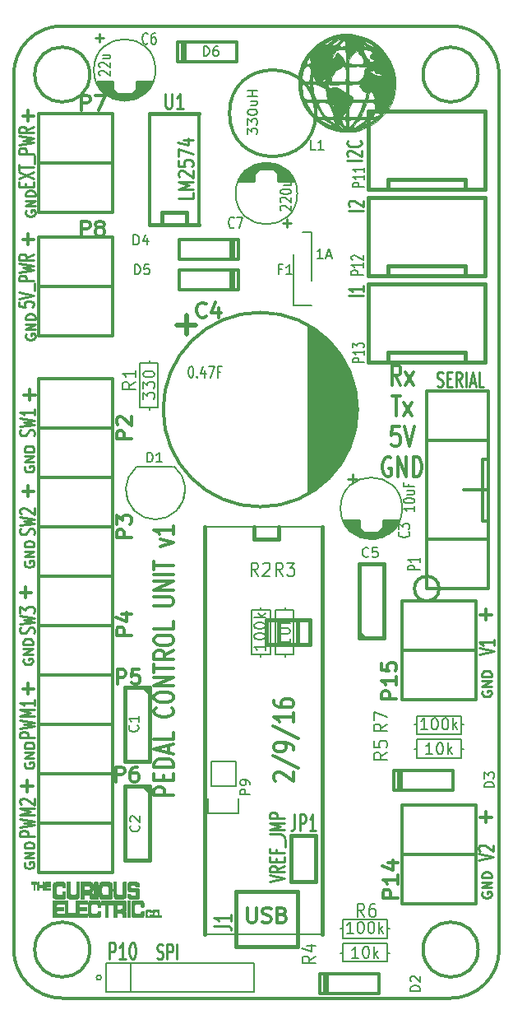
<source format=gto>
G04 #@! TF.FileFunction,Legend,Top*
%FSLAX46Y46*%
G04 Gerber Fmt 4.6, Leading zero omitted, Abs format (unit mm)*
G04 Created by KiCad (PCBNEW 4.0.2-stable) date 31/10/2016 17:04:06*
%MOMM*%
G01*
G04 APERTURE LIST*
%ADD10C,0.150000*%
%ADD11C,0.304800*%
%ADD12C,0.300000*%
%ADD13C,0.381000*%
%ADD14C,0.127000*%
%ADD15C,0.200000*%
%ADD16C,0.010000*%
%ADD17C,0.203200*%
%ADD18C,0.285750*%
%ADD19C,0.287020*%
%ADD20C,0.271780*%
%ADD21C,0.254000*%
%ADD22C,0.250000*%
%ADD23C,0.500000*%
G04 APERTURE END LIST*
D10*
D11*
X26960762Y22520857D02*
X26864000Y22593428D01*
X26767238Y22738571D01*
X26767238Y23101428D01*
X26864000Y23246571D01*
X26960762Y23319142D01*
X27154286Y23391714D01*
X27347810Y23391714D01*
X27638095Y23319142D01*
X28799238Y22448285D01*
X28799238Y23391714D01*
X26670476Y25133429D02*
X29283048Y23827143D01*
X28799238Y25714000D02*
X28799238Y26004285D01*
X28702476Y26149428D01*
X28605714Y26222000D01*
X28315429Y26367142D01*
X27928381Y26439714D01*
X27154286Y26439714D01*
X26960762Y26367142D01*
X26864000Y26294571D01*
X26767238Y26149428D01*
X26767238Y25859142D01*
X26864000Y25714000D01*
X26960762Y25641428D01*
X27154286Y25568857D01*
X27638095Y25568857D01*
X27831619Y25641428D01*
X27928381Y25714000D01*
X28025143Y25859142D01*
X28025143Y26149428D01*
X27928381Y26294571D01*
X27831619Y26367142D01*
X27638095Y26439714D01*
X26670476Y28181429D02*
X29283048Y26875143D01*
X28799238Y29487714D02*
X28799238Y28616857D01*
X28799238Y29052285D02*
X26767238Y29052285D01*
X27057524Y28907142D01*
X27251048Y28762000D01*
X27347810Y28616857D01*
X26767238Y30794000D02*
X26767238Y30503714D01*
X26864000Y30358571D01*
X26960762Y30286000D01*
X27251048Y30140857D01*
X27638095Y30068286D01*
X28412190Y30068286D01*
X28605714Y30140857D01*
X28702476Y30213429D01*
X28799238Y30358571D01*
X28799238Y30648857D01*
X28702476Y30794000D01*
X28605714Y30866571D01*
X28412190Y30939143D01*
X27928381Y30939143D01*
X27734857Y30866571D01*
X27638095Y30794000D01*
X27541333Y30648857D01*
X27541333Y30358571D01*
X27638095Y30213429D01*
X27734857Y30140857D01*
X27928381Y30068286D01*
X16480238Y21033144D02*
X14448238Y21033144D01*
X14448238Y21613716D01*
X14545000Y21758858D01*
X14641762Y21831430D01*
X14835286Y21904001D01*
X15125571Y21904001D01*
X15319095Y21831430D01*
X15415857Y21758858D01*
X15512619Y21613716D01*
X15512619Y21033144D01*
X15415857Y22557144D02*
X15415857Y23065144D01*
X16480238Y23282858D02*
X16480238Y22557144D01*
X14448238Y22557144D01*
X14448238Y23282858D01*
X16480238Y23936001D02*
X14448238Y23936001D01*
X14448238Y24298858D01*
X14545000Y24516573D01*
X14738524Y24661715D01*
X14932048Y24734287D01*
X15319095Y24806858D01*
X15609381Y24806858D01*
X15996429Y24734287D01*
X16189952Y24661715D01*
X16383476Y24516573D01*
X16480238Y24298858D01*
X16480238Y23936001D01*
X15899667Y25387430D02*
X15899667Y26113144D01*
X16480238Y25242287D02*
X14448238Y25750287D01*
X16480238Y26258287D01*
X16480238Y27492001D02*
X16480238Y26766287D01*
X14448238Y26766287D01*
X16286714Y30032001D02*
X16383476Y29959430D01*
X16480238Y29741716D01*
X16480238Y29596573D01*
X16383476Y29378858D01*
X16189952Y29233716D01*
X15996429Y29161144D01*
X15609381Y29088573D01*
X15319095Y29088573D01*
X14932048Y29161144D01*
X14738524Y29233716D01*
X14545000Y29378858D01*
X14448238Y29596573D01*
X14448238Y29741716D01*
X14545000Y29959430D01*
X14641762Y30032001D01*
X14448238Y30975430D02*
X14448238Y31265716D01*
X14545000Y31410858D01*
X14738524Y31556001D01*
X15125571Y31628573D01*
X15802905Y31628573D01*
X16189952Y31556001D01*
X16383476Y31410858D01*
X16480238Y31265716D01*
X16480238Y30975430D01*
X16383476Y30830287D01*
X16189952Y30685144D01*
X15802905Y30612573D01*
X15125571Y30612573D01*
X14738524Y30685144D01*
X14545000Y30830287D01*
X14448238Y30975430D01*
X16480238Y32281715D02*
X14448238Y32281715D01*
X16480238Y33152572D01*
X14448238Y33152572D01*
X14448238Y33660572D02*
X14448238Y34531429D01*
X16480238Y34096000D02*
X14448238Y34096000D01*
X16480238Y35910286D02*
X15512619Y35402286D01*
X16480238Y35039429D02*
X14448238Y35039429D01*
X14448238Y35620001D01*
X14545000Y35765143D01*
X14641762Y35837715D01*
X14835286Y35910286D01*
X15125571Y35910286D01*
X15319095Y35837715D01*
X15415857Y35765143D01*
X15512619Y35620001D01*
X15512619Y35039429D01*
X14448238Y36853715D02*
X14448238Y37144001D01*
X14545000Y37289143D01*
X14738524Y37434286D01*
X15125571Y37506858D01*
X15802905Y37506858D01*
X16189952Y37434286D01*
X16383476Y37289143D01*
X16480238Y37144001D01*
X16480238Y36853715D01*
X16383476Y36708572D01*
X16189952Y36563429D01*
X15802905Y36490858D01*
X15125571Y36490858D01*
X14738524Y36563429D01*
X14545000Y36708572D01*
X14448238Y36853715D01*
X16480238Y38885714D02*
X16480238Y38160000D01*
X14448238Y38160000D01*
X14448238Y40554857D02*
X16093190Y40554857D01*
X16286714Y40627429D01*
X16383476Y40700000D01*
X16480238Y40845143D01*
X16480238Y41135429D01*
X16383476Y41280571D01*
X16286714Y41353143D01*
X16093190Y41425714D01*
X14448238Y41425714D01*
X16480238Y42151428D02*
X14448238Y42151428D01*
X16480238Y43022285D01*
X14448238Y43022285D01*
X16480238Y43747999D02*
X14448238Y43747999D01*
X14448238Y44255999D02*
X14448238Y45126856D01*
X16480238Y44691427D02*
X14448238Y44691427D01*
X15125571Y46650856D02*
X16480238Y47013713D01*
X15125571Y47376571D01*
X16480238Y48755428D02*
X16480238Y47884571D01*
X16480238Y48319999D02*
X14448238Y48319999D01*
X14738524Y48174856D01*
X14932048Y48029714D01*
X15028810Y47884571D01*
X39846857Y63237662D02*
X39338857Y64205281D01*
X38976000Y63237662D02*
X38976000Y65269662D01*
X39556572Y65269662D01*
X39701714Y65172900D01*
X39774286Y65076138D01*
X39846857Y64882614D01*
X39846857Y64592329D01*
X39774286Y64398805D01*
X39701714Y64302043D01*
X39556572Y64205281D01*
X38976000Y64205281D01*
X40354857Y63237662D02*
X41153143Y64592329D01*
X40354857Y64592329D02*
X41153143Y63237662D01*
X38939715Y62120062D02*
X39810572Y62120062D01*
X39375143Y60088062D02*
X39375143Y62120062D01*
X40173429Y60088062D02*
X40971715Y61442729D01*
X40173429Y61442729D02*
X40971715Y60088062D01*
X39701714Y58970462D02*
X38976000Y58970462D01*
X38903429Y58002843D01*
X38976000Y58099605D01*
X39121143Y58196367D01*
X39484000Y58196367D01*
X39629143Y58099605D01*
X39701714Y58002843D01*
X39774286Y57809319D01*
X39774286Y57325510D01*
X39701714Y57131986D01*
X39629143Y57035224D01*
X39484000Y56938462D01*
X39121143Y56938462D01*
X38976000Y57035224D01*
X38903429Y57131986D01*
X40209715Y58970462D02*
X40717715Y56938462D01*
X41225715Y58970462D01*
X38830858Y55724100D02*
X38685715Y55820862D01*
X38468001Y55820862D01*
X38250286Y55724100D01*
X38105144Y55530576D01*
X38032572Y55337052D01*
X37960001Y54950005D01*
X37960001Y54659719D01*
X38032572Y54272671D01*
X38105144Y54079148D01*
X38250286Y53885624D01*
X38468001Y53788862D01*
X38613144Y53788862D01*
X38830858Y53885624D01*
X38903429Y53982386D01*
X38903429Y54659719D01*
X38613144Y54659719D01*
X39556572Y53788862D02*
X39556572Y55820862D01*
X40427429Y53788862D01*
X40427429Y55820862D01*
X41153143Y53788862D02*
X41153143Y55820862D01*
X41516000Y55820862D01*
X41733715Y55724100D01*
X41878857Y55530576D01*
X41951429Y55337052D01*
X42024000Y54950005D01*
X42024000Y54659719D01*
X41951429Y54272671D01*
X41878857Y54079148D01*
X41733715Y53885624D01*
X41516000Y53788862D01*
X41153143Y53788862D01*
D12*
X49987000Y55161500D02*
X49987000Y5161500D01*
X-13000Y55161500D02*
X-13000Y5161500D01*
X7815427Y95161500D02*
G75*
G03X7815427Y95161500I-2828427J0D01*
G01*
X7815427Y5161500D02*
G75*
G03X7815427Y5161500I-2828427J0D01*
G01*
X47815427Y5161500D02*
G75*
G03X47815427Y5161500I-2828427J0D01*
G01*
X47815427Y95161500D02*
G75*
G03X47815427Y95161500I-2828427J0D01*
G01*
X44987000Y100161500D02*
X4987000Y100161500D01*
X49987000Y55161500D02*
X49987000Y95161500D01*
X4987000Y161500D02*
X44987000Y161500D01*
X-13000Y95161500D02*
X-13000Y55161500D01*
X-13000Y5161500D02*
G75*
G03X4987000Y161500I5000000J0D01*
G01*
X44987000Y161500D02*
G75*
G03X49987000Y5161500I0J5000000D01*
G01*
X49987000Y95161500D02*
G75*
G03X44987000Y100161500I-5000000J0D01*
G01*
X4987000Y100161500D02*
G75*
G03X-13000Y95161500I0J-5000000D01*
G01*
D13*
X13957000Y32127500D02*
X11417000Y32127500D01*
X11417000Y32127500D02*
X11417000Y24507500D01*
X11417000Y24507500D02*
X13957000Y24507500D01*
X13957000Y24507500D02*
X13957000Y32127500D01*
D11*
X13322000Y32127500D02*
X13957000Y31492500D01*
D13*
X13957000Y21967500D02*
X11417000Y21967500D01*
X11417000Y21967500D02*
X11417000Y14347500D01*
X11417000Y14347500D02*
X13957000Y14347500D01*
X13957000Y14347500D02*
X13957000Y21967500D01*
D11*
X13322000Y21967500D02*
X13957000Y21332500D01*
D12*
X37579000Y48002500D02*
X37960000Y48383500D01*
X35547000Y48510500D02*
X36055000Y48002500D01*
X35547000Y49272500D02*
X35547000Y48002500D01*
X38087000Y48510500D02*
X38087000Y47875500D01*
X38087000Y49272500D02*
X38087000Y48256500D01*
X34150000Y49272500D02*
X34658000Y48383500D01*
X34658000Y48383500D02*
X35547000Y47748500D01*
X35547000Y47748500D02*
X36055000Y47621500D01*
X36055000Y47621500D02*
X37198000Y47494500D01*
X37198000Y47494500D02*
X37960000Y47748500D01*
X37960000Y47748500D02*
X38595000Y48129500D01*
X38595000Y48129500D02*
X39357000Y48891500D01*
X39357000Y48891500D02*
X38595000Y48891500D01*
X35547000Y48256500D02*
X34785000Y48256500D01*
X35547000Y48510500D02*
X34658000Y48510500D01*
X35547000Y48764500D02*
X34404000Y48764500D01*
X35547000Y49018500D02*
X34277000Y49018500D01*
X36182000Y47621500D02*
X37579000Y47621500D01*
X38087000Y47748500D02*
X35674000Y47748500D01*
X38087000Y48256500D02*
X38849000Y48256500D01*
X35166000Y48002500D02*
X38595000Y48002500D01*
X38087000Y48510500D02*
X39103000Y48510500D01*
X38087000Y48764500D02*
X39230000Y48764500D01*
X38087000Y49018500D02*
X39484000Y49018500D01*
X38087000Y49272500D02*
X39611000Y49272500D01*
X34023000Y49272500D02*
X35547000Y49272500D01*
D14*
X39992000Y50542500D02*
G75*
G03X39992000Y50542500I-3175000J0D01*
G01*
D13*
X35547000Y37207500D02*
X38087000Y37207500D01*
X38087000Y37207500D02*
X38087000Y44827500D01*
X38087000Y44827500D02*
X35547000Y44827500D01*
X35547000Y44827500D02*
X35547000Y37207500D01*
D11*
X36182000Y37207500D02*
X35547000Y37842500D01*
D12*
X12179000Y93087500D02*
X12560000Y93468500D01*
X10147000Y93595500D02*
X10655000Y93087500D01*
X10147000Y94357500D02*
X10147000Y93087500D01*
X12687000Y93595500D02*
X12687000Y92960500D01*
X12687000Y94357500D02*
X12687000Y93341500D01*
X8750000Y94357500D02*
X9258000Y93468500D01*
X9258000Y93468500D02*
X10147000Y92833500D01*
X10147000Y92833500D02*
X10655000Y92706500D01*
X10655000Y92706500D02*
X11798000Y92579500D01*
X11798000Y92579500D02*
X12560000Y92833500D01*
X12560000Y92833500D02*
X13195000Y93214500D01*
X13195000Y93214500D02*
X13957000Y93976500D01*
X13957000Y93976500D02*
X13195000Y93976500D01*
X10147000Y93341500D02*
X9385000Y93341500D01*
X10147000Y93595500D02*
X9258000Y93595500D01*
X10147000Y93849500D02*
X9004000Y93849500D01*
X10147000Y94103500D02*
X8877000Y94103500D01*
X10782000Y92706500D02*
X12179000Y92706500D01*
X12687000Y92833500D02*
X10274000Y92833500D01*
X12687000Y93341500D02*
X13449000Y93341500D01*
X9766000Y93087500D02*
X13195000Y93087500D01*
X12687000Y93595500D02*
X13703000Y93595500D01*
X12687000Y93849500D02*
X13830000Y93849500D01*
X12687000Y94103500D02*
X14084000Y94103500D01*
X12687000Y94357500D02*
X14211000Y94357500D01*
X8623000Y94357500D02*
X10147000Y94357500D01*
D14*
X14592000Y95627500D02*
G75*
G03X14592000Y95627500I-3175000J0D01*
G01*
D12*
X25260000Y85467500D02*
X24879000Y85086500D01*
X27292000Y84959500D02*
X26784000Y85467500D01*
X27292000Y84197500D02*
X27292000Y85467500D01*
X24752000Y84959500D02*
X24752000Y85594500D01*
X24752000Y84197500D02*
X24752000Y85213500D01*
X28689000Y84197500D02*
X28181000Y85086500D01*
X28181000Y85086500D02*
X27292000Y85721500D01*
X27292000Y85721500D02*
X26784000Y85848500D01*
X26784000Y85848500D02*
X25641000Y85975500D01*
X25641000Y85975500D02*
X24879000Y85721500D01*
X24879000Y85721500D02*
X24244000Y85340500D01*
X24244000Y85340500D02*
X23482000Y84578500D01*
X23482000Y84578500D02*
X24244000Y84578500D01*
X27292000Y85213500D02*
X28054000Y85213500D01*
X27292000Y84959500D02*
X28181000Y84959500D01*
X27292000Y84705500D02*
X28435000Y84705500D01*
X27292000Y84451500D02*
X28562000Y84451500D01*
X26657000Y85848500D02*
X25260000Y85848500D01*
X24752000Y85721500D02*
X27165000Y85721500D01*
X24752000Y85213500D02*
X23990000Y85213500D01*
X27673000Y85467500D02*
X24244000Y85467500D01*
X24752000Y84959500D02*
X23736000Y84959500D01*
X24752000Y84705500D02*
X23609000Y84705500D01*
X24752000Y84451500D02*
X23355000Y84451500D01*
X24752000Y84197500D02*
X23228000Y84197500D01*
X28816000Y84197500D02*
X27292000Y84197500D01*
D14*
X29197000Y82927500D02*
G75*
G03X29197000Y82927500I-3175000J0D01*
G01*
D15*
X12687000Y54860500D02*
X12560000Y54733500D01*
X12687000Y54860500D02*
X16370000Y54860500D01*
X17005000Y50542500D02*
G75*
G03X16497000Y54860500I-2413000J1905000D01*
G01*
X12560000Y54733500D02*
G75*
G03X12306000Y50415500I2032000J-2286000D01*
G01*
X14592000Y49399500D02*
G75*
G03X17640000Y52447500I0J3048000D01*
G01*
X11544000Y52447500D02*
G75*
G03X14592000Y49399500I3048000J0D01*
G01*
D11*
X31483000Y1647500D02*
X31483000Y631500D01*
X31483000Y631500D02*
X37579000Y631500D01*
X37579000Y631500D02*
X37579000Y1647500D01*
X37579000Y1647500D02*
X37579000Y2663500D01*
X37579000Y2663500D02*
X31483000Y2663500D01*
X31483000Y2663500D02*
X31483000Y1647500D01*
X31991000Y631500D02*
X31991000Y2663500D01*
X32245000Y2663500D02*
X32245000Y631500D01*
X39103000Y22602500D02*
X39103000Y21586500D01*
X39103000Y21586500D02*
X45199000Y21586500D01*
X45199000Y21586500D02*
X45199000Y22602500D01*
X45199000Y22602500D02*
X45199000Y23618500D01*
X45199000Y23618500D02*
X39103000Y23618500D01*
X39103000Y23618500D02*
X39103000Y22602500D01*
X39611000Y21586500D02*
X39611000Y23618500D01*
X39865000Y23618500D02*
X39865000Y21586500D01*
X23101000Y77212500D02*
X23101000Y78228500D01*
X23101000Y78228500D02*
X17005000Y78228500D01*
X17005000Y78228500D02*
X17005000Y77212500D01*
X17005000Y77212500D02*
X17005000Y76196500D01*
X17005000Y76196500D02*
X23101000Y76196500D01*
X23101000Y76196500D02*
X23101000Y77212500D01*
X22593000Y78228500D02*
X22593000Y76196500D01*
X22339000Y76196500D02*
X22339000Y78228500D01*
X23101000Y74037500D02*
X23101000Y75053500D01*
X23101000Y75053500D02*
X17005000Y75053500D01*
X17005000Y75053500D02*
X17005000Y74037500D01*
X17005000Y74037500D02*
X17005000Y73021500D01*
X17005000Y73021500D02*
X23101000Y73021500D01*
X23101000Y73021500D02*
X23101000Y74037500D01*
X22593000Y75053500D02*
X22593000Y73021500D01*
X22339000Y73021500D02*
X22339000Y75053500D01*
D10*
X30697000Y78947500D02*
X29697000Y78947500D01*
X30697000Y71447500D02*
X28797000Y71447500D01*
X28797000Y71447500D02*
X28797000Y76647500D01*
X30697000Y78947500D02*
X30697000Y73947500D01*
D15*
X19672000Y48637500D02*
X31737000Y48637500D01*
X19672000Y6727500D02*
X31737000Y6727500D01*
D13*
X29197000Y39112500D02*
X29197000Y36572500D01*
X29197000Y36572500D02*
X27292000Y36572500D01*
X27292000Y36572500D02*
X27292000Y39112500D01*
X27292000Y39112500D02*
X29197000Y39112500D01*
X30467000Y39112500D02*
X26022000Y39112500D01*
X26022000Y39112500D02*
X26022000Y36572500D01*
X26022000Y36572500D02*
X30467000Y36572500D01*
X30467000Y36572500D02*
X30467000Y39112500D01*
X29197000Y11172500D02*
X29197000Y5457500D01*
X29197000Y5457500D02*
X22847000Y5457500D01*
X22847000Y5457500D02*
X22847000Y11172500D01*
X22847000Y11172500D02*
X29197000Y11172500D01*
X19672000Y48637500D02*
X19672000Y6727500D01*
X31737000Y6727500D02*
X31737000Y48637500D01*
X27292000Y48637500D02*
X27292000Y47367500D01*
X27292000Y47367500D02*
X24752000Y47367500D01*
X24752000Y47367500D02*
X24752000Y48637500D01*
X28562000Y12188500D02*
X31102000Y12188500D01*
X28562000Y16887500D02*
X31102000Y16887500D01*
X28562000Y16887500D02*
X28562000Y12188500D01*
X31102000Y16887500D02*
X31102000Y12188500D01*
D11*
X28562000Y16887500D02*
X31102000Y16887500D01*
X31102000Y12188500D02*
X28562000Y12188500D01*
X31102000Y91182500D02*
G75*
G03X31102000Y91182500I-4445000J0D01*
G01*
D16*
G36*
X35442967Y99215888D02*
X36230088Y98962932D01*
X36970197Y98579404D01*
X37645661Y98068168D01*
X38238847Y97432088D01*
X38732123Y96674028D01*
X38813068Y96516500D01*
X39141322Y95673384D01*
X39310204Y94818759D01*
X39327382Y93968884D01*
X39200527Y93140018D01*
X38937307Y92348421D01*
X38545391Y91610352D01*
X38032449Y90942069D01*
X37406148Y90359831D01*
X36674159Y89879899D01*
X35844151Y89518529D01*
X35457946Y89403363D01*
X34966271Y89319741D01*
X34384565Y89287571D01*
X33783312Y89305936D01*
X33232991Y89373919D01*
X32964667Y89435795D01*
X32163472Y89743419D01*
X31424754Y90191880D01*
X31076653Y90492258D01*
X31610666Y90492258D01*
X31696150Y90409406D01*
X31921762Y90276008D01*
X32202667Y90129734D01*
X32538044Y89966963D01*
X32731803Y89892158D01*
X32787579Y89906246D01*
X32709007Y90010156D01*
X32698333Y90020085D01*
X33454919Y90020085D01*
X33493910Y89933202D01*
X33525800Y89891333D01*
X33688585Y89714498D01*
X33815898Y89625647D01*
X33880919Y89630913D01*
X33874621Y89658500D01*
X34446231Y89658500D01*
X34510186Y89728498D01*
X34914002Y89728498D01*
X34976619Y89692281D01*
X35136418Y89736796D01*
X35371266Y89855866D01*
X35509139Y89945674D01*
X36012667Y89945674D01*
X36436000Y90158521D01*
X36695688Y90293067D01*
X36905852Y90408943D01*
X36986333Y90458137D01*
X37045667Y90519986D01*
X36961436Y90543962D01*
X36879256Y90546204D01*
X36620445Y90468641D01*
X36328923Y90246587D01*
X36012667Y89945674D01*
X35509139Y89945674D01*
X35659029Y90043309D01*
X35660217Y90044160D01*
X35898920Y90225783D01*
X36070648Y90376843D01*
X36139556Y90465689D01*
X36139667Y90467493D01*
X36064782Y90518592D01*
X35878747Y90546017D01*
X35816922Y90547500D01*
X35661077Y90541659D01*
X35538729Y90507551D01*
X35419625Y90420299D01*
X35273513Y90255026D01*
X35070141Y89986855D01*
X34970699Y89851630D01*
X34914002Y89728498D01*
X34510186Y89728498D01*
X34784949Y90029222D01*
X34966564Y90240379D01*
X35089498Y90407008D01*
X35123667Y90478833D01*
X35049413Y90523246D01*
X34865129Y90534951D01*
X34806167Y90531444D01*
X34488667Y90505167D01*
X34467449Y90081833D01*
X34446231Y89658500D01*
X33874621Y89658500D01*
X33856827Y89736428D01*
X33803547Y89827833D01*
X33664463Y89980193D01*
X33537229Y90039500D01*
X33454919Y90020085D01*
X32698333Y90020085D01*
X32499721Y90204818D01*
X32499000Y90205453D01*
X32214519Y90423676D01*
X31974414Y90526742D01*
X31840979Y90542149D01*
X32456667Y90542149D01*
X32694221Y90333158D01*
X32878893Y90178942D01*
X32971543Y90140833D01*
X33003663Y90219100D01*
X33007000Y90335833D01*
X32990033Y90439157D01*
X33697931Y90439157D01*
X33767312Y90273534D01*
X33910520Y90070322D01*
X34056630Y89894748D01*
X34144785Y89844354D01*
X34208106Y89901567D01*
X34212870Y89909872D01*
X34250896Y90088084D01*
X34233956Y90296734D01*
X34163981Y90478540D01*
X34025611Y90542969D01*
X33931606Y90547500D01*
X33752399Y90523769D01*
X33697931Y90439157D01*
X32990033Y90439157D01*
X32982920Y90482468D01*
X32876813Y90538628D01*
X32731833Y90544825D01*
X32456667Y90542149D01*
X31840979Y90542149D01*
X31825900Y90543890D01*
X31656764Y90533955D01*
X31610666Y90492258D01*
X31076653Y90492258D01*
X30725880Y90794941D01*
X30720157Y90800658D01*
X30148567Y91456052D01*
X29730630Y92136270D01*
X29698616Y92221390D01*
X30151676Y92221390D01*
X30173221Y92139936D01*
X30292882Y91888828D01*
X30509625Y91566790D01*
X30794132Y91215570D01*
X30919962Y91076667D01*
X31134456Y90888261D01*
X31352394Y90810812D01*
X31509346Y90801500D01*
X31841142Y90801500D01*
X31687451Y91034333D01*
X31563260Y91228157D01*
X31390863Y91504153D01*
X31224339Y91775167D01*
X31056479Y92041637D01*
X30971873Y92144577D01*
X31317571Y92144577D01*
X31406286Y91931431D01*
X31538543Y91709984D01*
X31783134Y91329914D01*
X31970177Y91073015D01*
X32126382Y90915574D01*
X32278461Y90833882D01*
X32453123Y90804227D01*
X32561965Y90801500D01*
X32794962Y90807333D01*
X32877249Y90836674D01*
X33878042Y90836674D01*
X34011688Y90801502D01*
X34013130Y90801500D01*
X34157487Y90876608D01*
X34217320Y91034333D01*
X34234803Y91222226D01*
X34446333Y91222226D01*
X34446333Y90801500D01*
X35384279Y90801500D01*
X35416537Y90868813D01*
X35730444Y90868813D01*
X35789565Y90830647D01*
X35971674Y90806252D01*
X36125496Y90801500D01*
X36890685Y90801500D01*
X37140796Y90801500D01*
X37392497Y90856635D01*
X37590787Y90968017D01*
X37715154Y91083326D01*
X37710632Y91129808D01*
X37639772Y91137350D01*
X37489421Y91210063D01*
X37428105Y91302924D01*
X37380698Y91384757D01*
X37313448Y91364802D01*
X37196458Y91226130D01*
X37129009Y91133591D01*
X36890685Y90801500D01*
X36125496Y90801500D01*
X36392184Y90813993D01*
X36564609Y90874947D01*
X36717320Y91019579D01*
X36797635Y91119000D01*
X37031095Y91432947D01*
X37162359Y91662217D01*
X37205594Y91845148D01*
X37174970Y92020077D01*
X37152485Y92079182D01*
X37063584Y92239200D01*
X36933722Y92309402D01*
X36700895Y92324395D01*
X36351333Y92323290D01*
X36055000Y91629708D01*
X35919596Y91312656D01*
X35809710Y91055106D01*
X35742226Y90896643D01*
X35730444Y90868813D01*
X35416537Y90868813D01*
X35677306Y91412945D01*
X35855840Y91796605D01*
X35949968Y92054216D01*
X35951694Y92210842D01*
X35853025Y92291547D01*
X35645964Y92321394D01*
X35386215Y92325500D01*
X34802097Y92325500D01*
X34624215Y91984226D01*
X34480831Y91562642D01*
X34446333Y91222226D01*
X34234803Y91222226D01*
X34237038Y91246244D01*
X34185811Y91304611D01*
X34064357Y91209016D01*
X34015712Y91151954D01*
X33879354Y90949413D01*
X33878042Y90836674D01*
X32877249Y90836674D01*
X32898665Y90844310D01*
X32913100Y90941646D01*
X32894900Y91044501D01*
X32832450Y91250601D01*
X32719869Y91538067D01*
X32609150Y91785334D01*
X32450741Y92117873D01*
X32789582Y92117873D01*
X32808342Y91983868D01*
X32860306Y91824346D01*
X32935036Y91670077D01*
X32984594Y91656561D01*
X32991187Y91677325D01*
X32974248Y91852279D01*
X32920827Y91989648D01*
X32829362Y92126043D01*
X32789582Y92117873D01*
X32450741Y92117873D01*
X32372000Y92283167D01*
X31842833Y92308374D01*
X31524290Y92310325D01*
X31353054Y92263300D01*
X31317571Y92144577D01*
X30971873Y92144577D01*
X30929798Y92195768D01*
X30799615Y92271174D01*
X30621247Y92301466D01*
X30514354Y92309269D01*
X30274844Y92319517D01*
X30166472Y92296439D01*
X30151676Y92221390D01*
X29698616Y92221390D01*
X29455097Y92868861D01*
X29310722Y93681373D01*
X29297190Y93980668D01*
X29620333Y93980668D01*
X29641437Y93743185D01*
X29695182Y93428605D01*
X29767214Y93104258D01*
X29843181Y92837474D01*
X29887430Y92727667D01*
X29989106Y92631395D01*
X30189565Y92586661D01*
X30391018Y92579500D01*
X30641195Y92586643D01*
X30758524Y92618185D01*
X30779237Y92689297D01*
X30767099Y92736967D01*
X30725981Y92892782D01*
X30666496Y93147826D01*
X30599833Y93450104D01*
X30537183Y93747618D01*
X30489735Y93988373D01*
X30486137Y94010933D01*
X30778937Y94010933D01*
X30806515Y93768169D01*
X30818478Y93680324D01*
X30878640Y93345300D01*
X30958609Y93029920D01*
X31011811Y92875990D01*
X31135693Y92579500D01*
X32301631Y92579500D01*
X32208261Y93148739D01*
X32170520Y93378837D01*
X32414333Y93378837D01*
X32455990Y93291634D01*
X32500381Y93300020D01*
X32549223Y93401489D01*
X32537717Y93432017D01*
X32455984Y93507091D01*
X32415989Y93421584D01*
X32414333Y93378837D01*
X32170520Y93378837D01*
X32114892Y93717978D01*
X31650779Y93951654D01*
X31363827Y94078626D01*
X31295077Y94101258D01*
X32375629Y94101258D01*
X32393426Y93977469D01*
X32448790Y93818823D01*
X32556052Y93793433D01*
X32616031Y93809794D01*
X32855427Y93858915D01*
X32988126Y93867888D01*
X33182830Y93830366D01*
X33436902Y93735267D01*
X33702756Y93607029D01*
X33932808Y93470088D01*
X34079475Y93348883D01*
X34107667Y93292940D01*
X34131735Y93184060D01*
X34150000Y93172167D01*
X34172188Y93249165D01*
X34178948Y93337543D01*
X34454308Y93337543D01*
X34472927Y93170368D01*
X34537217Y93075642D01*
X34664848Y93005080D01*
X34695772Y92991281D01*
X34876736Y92877043D01*
X34910743Y92747743D01*
X34905545Y92728497D01*
X34898396Y92652487D01*
X34957914Y92607684D01*
X35115777Y92586080D01*
X35403662Y92579668D01*
X35494981Y92579500D01*
X36131707Y92579500D01*
X36456037Y92579500D01*
X36805852Y92579500D01*
X37032587Y92593200D01*
X37134610Y92647879D01*
X37155667Y92743837D01*
X37124005Y92875833D01*
X38679667Y92875833D01*
X38722000Y92833500D01*
X38764333Y92875833D01*
X38722000Y92918167D01*
X38679667Y92875833D01*
X37124005Y92875833D01*
X37116788Y92905918D01*
X37071000Y92960500D01*
X36998520Y93080561D01*
X36986333Y93168105D01*
X36923341Y93316306D01*
X36783399Y93395086D01*
X36640055Y93366307D01*
X36626827Y93354528D01*
X36567571Y93227116D01*
X36514517Y93004152D01*
X36502837Y92928419D01*
X36456037Y92579500D01*
X36131707Y92579500D01*
X36219881Y92897000D01*
X36286060Y93152221D01*
X36299823Y93285033D01*
X36258589Y93334865D01*
X36190771Y93341500D01*
X36068524Y93400963D01*
X35893811Y93551659D01*
X35805698Y93645418D01*
X35647369Y93845061D01*
X35598800Y93974257D01*
X35641268Y94072736D01*
X35672861Y94135070D01*
X35619662Y94169047D01*
X35454434Y94179763D01*
X35149937Y94172316D01*
X35116174Y94170985D01*
X34488667Y94145833D01*
X34463688Y93625451D01*
X34454308Y93337543D01*
X34178948Y93337543D01*
X34187515Y93449543D01*
X34192333Y93687687D01*
X34192333Y94203207D01*
X33663167Y94154330D01*
X33275993Y94120024D01*
X33014783Y94102685D01*
X32837045Y94102017D01*
X32700293Y94117726D01*
X32572728Y94146754D01*
X32415753Y94171642D01*
X32375629Y94101258D01*
X31295077Y94101258D01*
X31104241Y94164079D01*
X30967846Y94186748D01*
X30848024Y94180965D01*
X30788914Y94135445D01*
X30778937Y94010933D01*
X30486137Y94010933D01*
X30468679Y94120370D01*
X30468470Y94124667D01*
X30391397Y94160909D01*
X30195971Y94183898D01*
X30043667Y94188167D01*
X29792292Y94181147D01*
X29666881Y94145961D01*
X29624207Y94061423D01*
X29620333Y93980668D01*
X29297190Y93980668D01*
X29281667Y94323954D01*
X29290050Y94442167D01*
X29598518Y94442167D01*
X30443983Y94442167D01*
X30478797Y94696167D01*
X30721000Y94696167D01*
X30743511Y94514906D01*
X30840444Y94448494D01*
X30937453Y94442167D01*
X31153907Y94442167D01*
X31112257Y94512676D01*
X31761852Y94512676D01*
X31848630Y94446841D01*
X31899278Y94442167D01*
X32044825Y94495952D01*
X32070516Y94562111D01*
X32336351Y94562111D01*
X32357028Y94471769D01*
X32387503Y94510958D01*
X32397167Y94637651D01*
X32668333Y94637651D01*
X32676512Y94544677D01*
X32722852Y94487121D01*
X32840063Y94456504D01*
X33060852Y94444345D01*
X33417926Y94442167D01*
X34176443Y94442167D01*
X34234441Y94863859D01*
X34259898Y95233947D01*
X34238486Y95572929D01*
X34176787Y95838208D01*
X34110292Y95942044D01*
X34446333Y95942044D01*
X34446333Y95248550D01*
X34452798Y94920793D01*
X34469984Y94661325D01*
X34494580Y94514156D01*
X34502778Y94498611D01*
X34611361Y94468862D01*
X34836750Y94448411D01*
X35080686Y94442167D01*
X35393320Y94453305D01*
X35591962Y94496672D01*
X35731065Y94587193D01*
X35775661Y94632667D01*
X35998681Y94933058D01*
X36086592Y95216550D01*
X36077730Y95436025D01*
X36077269Y95461481D01*
X36710768Y95461481D01*
X36758718Y95384544D01*
X36933082Y95276457D01*
X37003252Y95239027D01*
X37253979Y95132737D01*
X37510428Y95063560D01*
X37735693Y95034611D01*
X37892869Y95049007D01*
X37945048Y95109862D01*
X37917667Y95161833D01*
X37758637Y95249634D01*
X37504356Y95288438D01*
X37474908Y95288833D01*
X37257304Y95303167D01*
X37177527Y95354542D01*
X37184621Y95411499D01*
X37163271Y95526816D01*
X37038500Y95592454D01*
X36873376Y95589652D01*
X36766355Y95535936D01*
X36710768Y95461481D01*
X36077269Y95461481D01*
X36073825Y95651408D01*
X36156494Y95755694D01*
X36172533Y95762583D01*
X36290148Y95839268D01*
X36309000Y95878765D01*
X36231410Y95931406D01*
X36026683Y95973858D01*
X35736887Y96002576D01*
X35404088Y96014019D01*
X35070353Y96004643D01*
X34942264Y95993879D01*
X34446333Y95942044D01*
X34110292Y95942044D01*
X34081383Y95987187D01*
X34059012Y95999210D01*
X33889066Y96013383D01*
X33737985Y95956867D01*
X33684333Y95872442D01*
X33615395Y95805822D01*
X33553905Y95796833D01*
X33380545Y95742900D01*
X33177962Y95612257D01*
X33005118Y95451641D01*
X32920973Y95307788D01*
X32919640Y95294078D01*
X32868742Y95124766D01*
X32792640Y94997485D01*
X32692242Y94784183D01*
X32668333Y94637651D01*
X32397167Y94637651D01*
X32397597Y94643282D01*
X32380819Y94673236D01*
X32342337Y94647985D01*
X32336351Y94562111D01*
X32070516Y94562111D01*
X32075667Y94575375D01*
X32012188Y94677101D01*
X31934516Y94681208D01*
X31793385Y94610505D01*
X31761852Y94512676D01*
X31112257Y94512676D01*
X31003865Y94696167D01*
X30886271Y94866165D01*
X30795463Y94948684D01*
X30787412Y94950167D01*
X30740763Y94876523D01*
X30721004Y94699109D01*
X30721000Y94696167D01*
X30478797Y94696167D01*
X30497825Y94834984D01*
X30551951Y95338291D01*
X30551467Y95694795D01*
X30491290Y95919618D01*
X30366337Y96027886D01*
X30171527Y96034721D01*
X30099779Y96019524D01*
X29948560Y95921526D01*
X29827207Y95701270D01*
X29729422Y95342676D01*
X29656140Y94886667D01*
X29598518Y94442167D01*
X29290050Y94442167D01*
X29345416Y95222902D01*
X29542899Y96029740D01*
X29687193Y96342221D01*
X30166072Y96342221D01*
X30235018Y96245738D01*
X30347638Y96253716D01*
X30510707Y96299296D01*
X30561570Y96304833D01*
X30594592Y96365006D01*
X30554645Y96468601D01*
X30481412Y96690836D01*
X30465573Y96828434D01*
X30464100Y96846258D01*
X32780939Y96846258D01*
X32785775Y96836503D01*
X32900863Y96813160D01*
X33021085Y96909306D01*
X33099907Y97083169D01*
X33106727Y97124609D01*
X33173756Y97314638D01*
X33273734Y97388194D01*
X33445203Y97347988D01*
X33635009Y97197522D01*
X33814987Y96978937D01*
X33956972Y96734376D01*
X34032800Y96505981D01*
X34014306Y96335894D01*
X33994310Y96310010D01*
X33961537Y96235331D01*
X34037817Y96220167D01*
X34153820Y96298668D01*
X34225181Y96490241D01*
X34227477Y96530097D01*
X34446333Y96530097D01*
X34463073Y96407475D01*
X34532273Y96325437D01*
X34682403Y96274977D01*
X34941931Y96247089D01*
X35339327Y96232769D01*
X35389655Y96231697D01*
X35690839Y96229407D01*
X35864653Y96247683D01*
X35952948Y96300945D01*
X35997576Y96403610D01*
X36008368Y96444850D01*
X36019621Y96690235D01*
X35953534Y96927276D01*
X35833971Y97099118D01*
X35711767Y97151500D01*
X35572089Y97222601D01*
X35485686Y97382723D01*
X35492307Y97552095D01*
X35502540Y97571392D01*
X35471815Y97599015D01*
X35329962Y97559562D01*
X35297507Y97546422D01*
X35058906Y97396770D01*
X34815408Y97167036D01*
X34607017Y96904985D01*
X34473738Y96658386D01*
X34446333Y96530097D01*
X34227477Y96530097D01*
X34238737Y96725470D01*
X34215680Y97040352D01*
X34182416Y97252241D01*
X34101422Y97663925D01*
X35885667Y97663925D01*
X35945154Y97578134D01*
X35967070Y97574833D01*
X36037733Y97501260D01*
X36115659Y97317342D01*
X36138292Y97241273D01*
X36248501Y96983029D01*
X36394794Y96854811D01*
X36395555Y96854567D01*
X36531674Y96767598D01*
X36563000Y96697061D01*
X36626629Y96519734D01*
X36780002Y96457529D01*
X36912532Y96500601D01*
X37038632Y96599441D01*
X37071000Y96650276D01*
X37003130Y96718328D01*
X36859333Y96797428D01*
X36684138Y96921881D01*
X36669699Y97075198D01*
X36792274Y97255623D01*
X36890909Y97439070D01*
X36830995Y97584741D01*
X36620712Y97684441D01*
X36499625Y97701833D01*
X37071000Y97701833D01*
X37113333Y97659500D01*
X37155667Y97701833D01*
X37113333Y97744167D01*
X37071000Y97701833D01*
X36499625Y97701833D01*
X36321446Y97727425D01*
X36051955Y97727226D01*
X35904311Y97691974D01*
X35885667Y97663925D01*
X34101422Y97663925D01*
X34085635Y97744167D01*
X33694484Y97742870D01*
X33439022Y97729385D01*
X33251173Y97696884D01*
X33208873Y97679370D01*
X33115431Y97571771D01*
X32998907Y97380856D01*
X32886312Y97160428D01*
X32804653Y96964294D01*
X32780939Y96846258D01*
X30464100Y96846258D01*
X30456285Y96940805D01*
X30414364Y96932179D01*
X30315037Y96791452D01*
X30287463Y96748602D01*
X30182034Y96522334D01*
X30166072Y96342221D01*
X29687193Y96342221D01*
X29883466Y96767265D01*
X30154035Y97146503D01*
X32499000Y97146503D01*
X32526208Y97069575D01*
X32588643Y97136686D01*
X32615972Y97198231D01*
X32621889Y97285630D01*
X32582697Y97277901D01*
X32502009Y97169500D01*
X32499000Y97146503D01*
X30154035Y97146503D01*
X30376467Y97458270D01*
X30720397Y97831184D01*
X31068274Y98125167D01*
X32499000Y98125167D01*
X32541333Y98082833D01*
X32583431Y98124931D01*
X33560220Y98124931D01*
X33610888Y98074107D01*
X33720379Y98014551D01*
X33826248Y98009532D01*
X34006372Y98052718D01*
X34143517Y98123851D01*
X34171959Y98234312D01*
X35970333Y98234312D01*
X36004882Y98086214D01*
X36026778Y98054611D01*
X36143280Y98000080D01*
X36220787Y98047890D01*
X36224333Y98072467D01*
X36166407Y98182808D01*
X36097333Y98252167D01*
X35996683Y98312938D01*
X35970381Y98241792D01*
X35970333Y98234312D01*
X34171959Y98234312D01*
X34181470Y98271246D01*
X34175706Y98368369D01*
X34116400Y98568270D01*
X36153698Y98568270D01*
X36188207Y98510317D01*
X36251823Y98438615D01*
X36427896Y98289918D01*
X36665273Y98141689D01*
X36895343Y98032779D01*
X37026315Y98000095D01*
X37035206Y98047753D01*
X36941648Y98163780D01*
X36754811Y98303124D01*
X36500453Y98441398D01*
X36436000Y98469716D01*
X36228433Y98553409D01*
X36153698Y98568270D01*
X34116400Y98568270D01*
X34111599Y98584452D01*
X33987121Y98648018D01*
X33818596Y98557518D01*
X33692343Y98414227D01*
X33572989Y98230027D01*
X33560220Y98124931D01*
X32583431Y98124931D01*
X32583667Y98125167D01*
X32541333Y98167500D01*
X32499000Y98125167D01*
X31068274Y98125167D01*
X31124954Y98173066D01*
X32671850Y98173066D01*
X32744404Y98180462D01*
X32771455Y98190284D01*
X32919337Y98195161D01*
X32971694Y98156129D01*
X33050936Y98165017D01*
X33201480Y98262771D01*
X33381297Y98412444D01*
X33548359Y98577085D01*
X33660636Y98719747D01*
X33684333Y98782634D01*
X33620957Y98788044D01*
X33460175Y98724239D01*
X33246003Y98615130D01*
X33022461Y98484630D01*
X32833565Y98356652D01*
X32730373Y98264397D01*
X32671850Y98173066D01*
X31124954Y98173066D01*
X31306989Y98326899D01*
X32039473Y98326899D01*
X32119510Y98261679D01*
X32248629Y98285421D01*
X32457618Y98408022D01*
X32597103Y98506167D01*
X32782767Y98648206D01*
X32883277Y98740392D01*
X32887232Y98760167D01*
X32745580Y98726388D01*
X32539806Y98642241D01*
X32320355Y98533505D01*
X32137672Y98425962D01*
X32042203Y98345395D01*
X32039473Y98326899D01*
X31306989Y98326899D01*
X31419310Y98421818D01*
X32177007Y98864693D01*
X32975853Y99162673D01*
X33798217Y99318622D01*
X34626465Y99335406D01*
X35442967Y99215888D01*
X35442967Y99215888D01*
G37*
X35442967Y99215888D02*
X36230088Y98962932D01*
X36970197Y98579404D01*
X37645661Y98068168D01*
X38238847Y97432088D01*
X38732123Y96674028D01*
X38813068Y96516500D01*
X39141322Y95673384D01*
X39310204Y94818759D01*
X39327382Y93968884D01*
X39200527Y93140018D01*
X38937307Y92348421D01*
X38545391Y91610352D01*
X38032449Y90942069D01*
X37406148Y90359831D01*
X36674159Y89879899D01*
X35844151Y89518529D01*
X35457946Y89403363D01*
X34966271Y89319741D01*
X34384565Y89287571D01*
X33783312Y89305936D01*
X33232991Y89373919D01*
X32964667Y89435795D01*
X32163472Y89743419D01*
X31424754Y90191880D01*
X31076653Y90492258D01*
X31610666Y90492258D01*
X31696150Y90409406D01*
X31921762Y90276008D01*
X32202667Y90129734D01*
X32538044Y89966963D01*
X32731803Y89892158D01*
X32787579Y89906246D01*
X32709007Y90010156D01*
X32698333Y90020085D01*
X33454919Y90020085D01*
X33493910Y89933202D01*
X33525800Y89891333D01*
X33688585Y89714498D01*
X33815898Y89625647D01*
X33880919Y89630913D01*
X33874621Y89658500D01*
X34446231Y89658500D01*
X34510186Y89728498D01*
X34914002Y89728498D01*
X34976619Y89692281D01*
X35136418Y89736796D01*
X35371266Y89855866D01*
X35509139Y89945674D01*
X36012667Y89945674D01*
X36436000Y90158521D01*
X36695688Y90293067D01*
X36905852Y90408943D01*
X36986333Y90458137D01*
X37045667Y90519986D01*
X36961436Y90543962D01*
X36879256Y90546204D01*
X36620445Y90468641D01*
X36328923Y90246587D01*
X36012667Y89945674D01*
X35509139Y89945674D01*
X35659029Y90043309D01*
X35660217Y90044160D01*
X35898920Y90225783D01*
X36070648Y90376843D01*
X36139556Y90465689D01*
X36139667Y90467493D01*
X36064782Y90518592D01*
X35878747Y90546017D01*
X35816922Y90547500D01*
X35661077Y90541659D01*
X35538729Y90507551D01*
X35419625Y90420299D01*
X35273513Y90255026D01*
X35070141Y89986855D01*
X34970699Y89851630D01*
X34914002Y89728498D01*
X34510186Y89728498D01*
X34784949Y90029222D01*
X34966564Y90240379D01*
X35089498Y90407008D01*
X35123667Y90478833D01*
X35049413Y90523246D01*
X34865129Y90534951D01*
X34806167Y90531444D01*
X34488667Y90505167D01*
X34467449Y90081833D01*
X34446231Y89658500D01*
X33874621Y89658500D01*
X33856827Y89736428D01*
X33803547Y89827833D01*
X33664463Y89980193D01*
X33537229Y90039500D01*
X33454919Y90020085D01*
X32698333Y90020085D01*
X32499721Y90204818D01*
X32499000Y90205453D01*
X32214519Y90423676D01*
X31974414Y90526742D01*
X31840979Y90542149D01*
X32456667Y90542149D01*
X32694221Y90333158D01*
X32878893Y90178942D01*
X32971543Y90140833D01*
X33003663Y90219100D01*
X33007000Y90335833D01*
X32990033Y90439157D01*
X33697931Y90439157D01*
X33767312Y90273534D01*
X33910520Y90070322D01*
X34056630Y89894748D01*
X34144785Y89844354D01*
X34208106Y89901567D01*
X34212870Y89909872D01*
X34250896Y90088084D01*
X34233956Y90296734D01*
X34163981Y90478540D01*
X34025611Y90542969D01*
X33931606Y90547500D01*
X33752399Y90523769D01*
X33697931Y90439157D01*
X32990033Y90439157D01*
X32982920Y90482468D01*
X32876813Y90538628D01*
X32731833Y90544825D01*
X32456667Y90542149D01*
X31840979Y90542149D01*
X31825900Y90543890D01*
X31656764Y90533955D01*
X31610666Y90492258D01*
X31076653Y90492258D01*
X30725880Y90794941D01*
X30720157Y90800658D01*
X30148567Y91456052D01*
X29730630Y92136270D01*
X29698616Y92221390D01*
X30151676Y92221390D01*
X30173221Y92139936D01*
X30292882Y91888828D01*
X30509625Y91566790D01*
X30794132Y91215570D01*
X30919962Y91076667D01*
X31134456Y90888261D01*
X31352394Y90810812D01*
X31509346Y90801500D01*
X31841142Y90801500D01*
X31687451Y91034333D01*
X31563260Y91228157D01*
X31390863Y91504153D01*
X31224339Y91775167D01*
X31056479Y92041637D01*
X30971873Y92144577D01*
X31317571Y92144577D01*
X31406286Y91931431D01*
X31538543Y91709984D01*
X31783134Y91329914D01*
X31970177Y91073015D01*
X32126382Y90915574D01*
X32278461Y90833882D01*
X32453123Y90804227D01*
X32561965Y90801500D01*
X32794962Y90807333D01*
X32877249Y90836674D01*
X33878042Y90836674D01*
X34011688Y90801502D01*
X34013130Y90801500D01*
X34157487Y90876608D01*
X34217320Y91034333D01*
X34234803Y91222226D01*
X34446333Y91222226D01*
X34446333Y90801500D01*
X35384279Y90801500D01*
X35416537Y90868813D01*
X35730444Y90868813D01*
X35789565Y90830647D01*
X35971674Y90806252D01*
X36125496Y90801500D01*
X36890685Y90801500D01*
X37140796Y90801500D01*
X37392497Y90856635D01*
X37590787Y90968017D01*
X37715154Y91083326D01*
X37710632Y91129808D01*
X37639772Y91137350D01*
X37489421Y91210063D01*
X37428105Y91302924D01*
X37380698Y91384757D01*
X37313448Y91364802D01*
X37196458Y91226130D01*
X37129009Y91133591D01*
X36890685Y90801500D01*
X36125496Y90801500D01*
X36392184Y90813993D01*
X36564609Y90874947D01*
X36717320Y91019579D01*
X36797635Y91119000D01*
X37031095Y91432947D01*
X37162359Y91662217D01*
X37205594Y91845148D01*
X37174970Y92020077D01*
X37152485Y92079182D01*
X37063584Y92239200D01*
X36933722Y92309402D01*
X36700895Y92324395D01*
X36351333Y92323290D01*
X36055000Y91629708D01*
X35919596Y91312656D01*
X35809710Y91055106D01*
X35742226Y90896643D01*
X35730444Y90868813D01*
X35416537Y90868813D01*
X35677306Y91412945D01*
X35855840Y91796605D01*
X35949968Y92054216D01*
X35951694Y92210842D01*
X35853025Y92291547D01*
X35645964Y92321394D01*
X35386215Y92325500D01*
X34802097Y92325500D01*
X34624215Y91984226D01*
X34480831Y91562642D01*
X34446333Y91222226D01*
X34234803Y91222226D01*
X34237038Y91246244D01*
X34185811Y91304611D01*
X34064357Y91209016D01*
X34015712Y91151954D01*
X33879354Y90949413D01*
X33878042Y90836674D01*
X32877249Y90836674D01*
X32898665Y90844310D01*
X32913100Y90941646D01*
X32894900Y91044501D01*
X32832450Y91250601D01*
X32719869Y91538067D01*
X32609150Y91785334D01*
X32450741Y92117873D01*
X32789582Y92117873D01*
X32808342Y91983868D01*
X32860306Y91824346D01*
X32935036Y91670077D01*
X32984594Y91656561D01*
X32991187Y91677325D01*
X32974248Y91852279D01*
X32920827Y91989648D01*
X32829362Y92126043D01*
X32789582Y92117873D01*
X32450741Y92117873D01*
X32372000Y92283167D01*
X31842833Y92308374D01*
X31524290Y92310325D01*
X31353054Y92263300D01*
X31317571Y92144577D01*
X30971873Y92144577D01*
X30929798Y92195768D01*
X30799615Y92271174D01*
X30621247Y92301466D01*
X30514354Y92309269D01*
X30274844Y92319517D01*
X30166472Y92296439D01*
X30151676Y92221390D01*
X29698616Y92221390D01*
X29455097Y92868861D01*
X29310722Y93681373D01*
X29297190Y93980668D01*
X29620333Y93980668D01*
X29641437Y93743185D01*
X29695182Y93428605D01*
X29767214Y93104258D01*
X29843181Y92837474D01*
X29887430Y92727667D01*
X29989106Y92631395D01*
X30189565Y92586661D01*
X30391018Y92579500D01*
X30641195Y92586643D01*
X30758524Y92618185D01*
X30779237Y92689297D01*
X30767099Y92736967D01*
X30725981Y92892782D01*
X30666496Y93147826D01*
X30599833Y93450104D01*
X30537183Y93747618D01*
X30489735Y93988373D01*
X30486137Y94010933D01*
X30778937Y94010933D01*
X30806515Y93768169D01*
X30818478Y93680324D01*
X30878640Y93345300D01*
X30958609Y93029920D01*
X31011811Y92875990D01*
X31135693Y92579500D01*
X32301631Y92579500D01*
X32208261Y93148739D01*
X32170520Y93378837D01*
X32414333Y93378837D01*
X32455990Y93291634D01*
X32500381Y93300020D01*
X32549223Y93401489D01*
X32537717Y93432017D01*
X32455984Y93507091D01*
X32415989Y93421584D01*
X32414333Y93378837D01*
X32170520Y93378837D01*
X32114892Y93717978D01*
X31650779Y93951654D01*
X31363827Y94078626D01*
X31295077Y94101258D01*
X32375629Y94101258D01*
X32393426Y93977469D01*
X32448790Y93818823D01*
X32556052Y93793433D01*
X32616031Y93809794D01*
X32855427Y93858915D01*
X32988126Y93867888D01*
X33182830Y93830366D01*
X33436902Y93735267D01*
X33702756Y93607029D01*
X33932808Y93470088D01*
X34079475Y93348883D01*
X34107667Y93292940D01*
X34131735Y93184060D01*
X34150000Y93172167D01*
X34172188Y93249165D01*
X34178948Y93337543D01*
X34454308Y93337543D01*
X34472927Y93170368D01*
X34537217Y93075642D01*
X34664848Y93005080D01*
X34695772Y92991281D01*
X34876736Y92877043D01*
X34910743Y92747743D01*
X34905545Y92728497D01*
X34898396Y92652487D01*
X34957914Y92607684D01*
X35115777Y92586080D01*
X35403662Y92579668D01*
X35494981Y92579500D01*
X36131707Y92579500D01*
X36456037Y92579500D01*
X36805852Y92579500D01*
X37032587Y92593200D01*
X37134610Y92647879D01*
X37155667Y92743837D01*
X37124005Y92875833D01*
X38679667Y92875833D01*
X38722000Y92833500D01*
X38764333Y92875833D01*
X38722000Y92918167D01*
X38679667Y92875833D01*
X37124005Y92875833D01*
X37116788Y92905918D01*
X37071000Y92960500D01*
X36998520Y93080561D01*
X36986333Y93168105D01*
X36923341Y93316306D01*
X36783399Y93395086D01*
X36640055Y93366307D01*
X36626827Y93354528D01*
X36567571Y93227116D01*
X36514517Y93004152D01*
X36502837Y92928419D01*
X36456037Y92579500D01*
X36131707Y92579500D01*
X36219881Y92897000D01*
X36286060Y93152221D01*
X36299823Y93285033D01*
X36258589Y93334865D01*
X36190771Y93341500D01*
X36068524Y93400963D01*
X35893811Y93551659D01*
X35805698Y93645418D01*
X35647369Y93845061D01*
X35598800Y93974257D01*
X35641268Y94072736D01*
X35672861Y94135070D01*
X35619662Y94169047D01*
X35454434Y94179763D01*
X35149937Y94172316D01*
X35116174Y94170985D01*
X34488667Y94145833D01*
X34463688Y93625451D01*
X34454308Y93337543D01*
X34178948Y93337543D01*
X34187515Y93449543D01*
X34192333Y93687687D01*
X34192333Y94203207D01*
X33663167Y94154330D01*
X33275993Y94120024D01*
X33014783Y94102685D01*
X32837045Y94102017D01*
X32700293Y94117726D01*
X32572728Y94146754D01*
X32415753Y94171642D01*
X32375629Y94101258D01*
X31295077Y94101258D01*
X31104241Y94164079D01*
X30967846Y94186748D01*
X30848024Y94180965D01*
X30788914Y94135445D01*
X30778937Y94010933D01*
X30486137Y94010933D01*
X30468679Y94120370D01*
X30468470Y94124667D01*
X30391397Y94160909D01*
X30195971Y94183898D01*
X30043667Y94188167D01*
X29792292Y94181147D01*
X29666881Y94145961D01*
X29624207Y94061423D01*
X29620333Y93980668D01*
X29297190Y93980668D01*
X29281667Y94323954D01*
X29290050Y94442167D01*
X29598518Y94442167D01*
X30443983Y94442167D01*
X30478797Y94696167D01*
X30721000Y94696167D01*
X30743511Y94514906D01*
X30840444Y94448494D01*
X30937453Y94442167D01*
X31153907Y94442167D01*
X31112257Y94512676D01*
X31761852Y94512676D01*
X31848630Y94446841D01*
X31899278Y94442167D01*
X32044825Y94495952D01*
X32070516Y94562111D01*
X32336351Y94562111D01*
X32357028Y94471769D01*
X32387503Y94510958D01*
X32397167Y94637651D01*
X32668333Y94637651D01*
X32676512Y94544677D01*
X32722852Y94487121D01*
X32840063Y94456504D01*
X33060852Y94444345D01*
X33417926Y94442167D01*
X34176443Y94442167D01*
X34234441Y94863859D01*
X34259898Y95233947D01*
X34238486Y95572929D01*
X34176787Y95838208D01*
X34110292Y95942044D01*
X34446333Y95942044D01*
X34446333Y95248550D01*
X34452798Y94920793D01*
X34469984Y94661325D01*
X34494580Y94514156D01*
X34502778Y94498611D01*
X34611361Y94468862D01*
X34836750Y94448411D01*
X35080686Y94442167D01*
X35393320Y94453305D01*
X35591962Y94496672D01*
X35731065Y94587193D01*
X35775661Y94632667D01*
X35998681Y94933058D01*
X36086592Y95216550D01*
X36077730Y95436025D01*
X36077269Y95461481D01*
X36710768Y95461481D01*
X36758718Y95384544D01*
X36933082Y95276457D01*
X37003252Y95239027D01*
X37253979Y95132737D01*
X37510428Y95063560D01*
X37735693Y95034611D01*
X37892869Y95049007D01*
X37945048Y95109862D01*
X37917667Y95161833D01*
X37758637Y95249634D01*
X37504356Y95288438D01*
X37474908Y95288833D01*
X37257304Y95303167D01*
X37177527Y95354542D01*
X37184621Y95411499D01*
X37163271Y95526816D01*
X37038500Y95592454D01*
X36873376Y95589652D01*
X36766355Y95535936D01*
X36710768Y95461481D01*
X36077269Y95461481D01*
X36073825Y95651408D01*
X36156494Y95755694D01*
X36172533Y95762583D01*
X36290148Y95839268D01*
X36309000Y95878765D01*
X36231410Y95931406D01*
X36026683Y95973858D01*
X35736887Y96002576D01*
X35404088Y96014019D01*
X35070353Y96004643D01*
X34942264Y95993879D01*
X34446333Y95942044D01*
X34110292Y95942044D01*
X34081383Y95987187D01*
X34059012Y95999210D01*
X33889066Y96013383D01*
X33737985Y95956867D01*
X33684333Y95872442D01*
X33615395Y95805822D01*
X33553905Y95796833D01*
X33380545Y95742900D01*
X33177962Y95612257D01*
X33005118Y95451641D01*
X32920973Y95307788D01*
X32919640Y95294078D01*
X32868742Y95124766D01*
X32792640Y94997485D01*
X32692242Y94784183D01*
X32668333Y94637651D01*
X32397167Y94637651D01*
X32397597Y94643282D01*
X32380819Y94673236D01*
X32342337Y94647985D01*
X32336351Y94562111D01*
X32070516Y94562111D01*
X32075667Y94575375D01*
X32012188Y94677101D01*
X31934516Y94681208D01*
X31793385Y94610505D01*
X31761852Y94512676D01*
X31112257Y94512676D01*
X31003865Y94696167D01*
X30886271Y94866165D01*
X30795463Y94948684D01*
X30787412Y94950167D01*
X30740763Y94876523D01*
X30721004Y94699109D01*
X30721000Y94696167D01*
X30478797Y94696167D01*
X30497825Y94834984D01*
X30551951Y95338291D01*
X30551467Y95694795D01*
X30491290Y95919618D01*
X30366337Y96027886D01*
X30171527Y96034721D01*
X30099779Y96019524D01*
X29948560Y95921526D01*
X29827207Y95701270D01*
X29729422Y95342676D01*
X29656140Y94886667D01*
X29598518Y94442167D01*
X29290050Y94442167D01*
X29345416Y95222902D01*
X29542899Y96029740D01*
X29687193Y96342221D01*
X30166072Y96342221D01*
X30235018Y96245738D01*
X30347638Y96253716D01*
X30510707Y96299296D01*
X30561570Y96304833D01*
X30594592Y96365006D01*
X30554645Y96468601D01*
X30481412Y96690836D01*
X30465573Y96828434D01*
X30464100Y96846258D01*
X32780939Y96846258D01*
X32785775Y96836503D01*
X32900863Y96813160D01*
X33021085Y96909306D01*
X33099907Y97083169D01*
X33106727Y97124609D01*
X33173756Y97314638D01*
X33273734Y97388194D01*
X33445203Y97347988D01*
X33635009Y97197522D01*
X33814987Y96978937D01*
X33956972Y96734376D01*
X34032800Y96505981D01*
X34014306Y96335894D01*
X33994310Y96310010D01*
X33961537Y96235331D01*
X34037817Y96220167D01*
X34153820Y96298668D01*
X34225181Y96490241D01*
X34227477Y96530097D01*
X34446333Y96530097D01*
X34463073Y96407475D01*
X34532273Y96325437D01*
X34682403Y96274977D01*
X34941931Y96247089D01*
X35339327Y96232769D01*
X35389655Y96231697D01*
X35690839Y96229407D01*
X35864653Y96247683D01*
X35952948Y96300945D01*
X35997576Y96403610D01*
X36008368Y96444850D01*
X36019621Y96690235D01*
X35953534Y96927276D01*
X35833971Y97099118D01*
X35711767Y97151500D01*
X35572089Y97222601D01*
X35485686Y97382723D01*
X35492307Y97552095D01*
X35502540Y97571392D01*
X35471815Y97599015D01*
X35329962Y97559562D01*
X35297507Y97546422D01*
X35058906Y97396770D01*
X34815408Y97167036D01*
X34607017Y96904985D01*
X34473738Y96658386D01*
X34446333Y96530097D01*
X34227477Y96530097D01*
X34238737Y96725470D01*
X34215680Y97040352D01*
X34182416Y97252241D01*
X34101422Y97663925D01*
X35885667Y97663925D01*
X35945154Y97578134D01*
X35967070Y97574833D01*
X36037733Y97501260D01*
X36115659Y97317342D01*
X36138292Y97241273D01*
X36248501Y96983029D01*
X36394794Y96854811D01*
X36395555Y96854567D01*
X36531674Y96767598D01*
X36563000Y96697061D01*
X36626629Y96519734D01*
X36780002Y96457529D01*
X36912532Y96500601D01*
X37038632Y96599441D01*
X37071000Y96650276D01*
X37003130Y96718328D01*
X36859333Y96797428D01*
X36684138Y96921881D01*
X36669699Y97075198D01*
X36792274Y97255623D01*
X36890909Y97439070D01*
X36830995Y97584741D01*
X36620712Y97684441D01*
X36499625Y97701833D01*
X37071000Y97701833D01*
X37113333Y97659500D01*
X37155667Y97701833D01*
X37113333Y97744167D01*
X37071000Y97701833D01*
X36499625Y97701833D01*
X36321446Y97727425D01*
X36051955Y97727226D01*
X35904311Y97691974D01*
X35885667Y97663925D01*
X34101422Y97663925D01*
X34085635Y97744167D01*
X33694484Y97742870D01*
X33439022Y97729385D01*
X33251173Y97696884D01*
X33208873Y97679370D01*
X33115431Y97571771D01*
X32998907Y97380856D01*
X32886312Y97160428D01*
X32804653Y96964294D01*
X32780939Y96846258D01*
X30464100Y96846258D01*
X30456285Y96940805D01*
X30414364Y96932179D01*
X30315037Y96791452D01*
X30287463Y96748602D01*
X30182034Y96522334D01*
X30166072Y96342221D01*
X29687193Y96342221D01*
X29883466Y96767265D01*
X30154035Y97146503D01*
X32499000Y97146503D01*
X32526208Y97069575D01*
X32588643Y97136686D01*
X32615972Y97198231D01*
X32621889Y97285630D01*
X32582697Y97277901D01*
X32502009Y97169500D01*
X32499000Y97146503D01*
X30154035Y97146503D01*
X30376467Y97458270D01*
X30720397Y97831184D01*
X31068274Y98125167D01*
X32499000Y98125167D01*
X32541333Y98082833D01*
X32583431Y98124931D01*
X33560220Y98124931D01*
X33610888Y98074107D01*
X33720379Y98014551D01*
X33826248Y98009532D01*
X34006372Y98052718D01*
X34143517Y98123851D01*
X34171959Y98234312D01*
X35970333Y98234312D01*
X36004882Y98086214D01*
X36026778Y98054611D01*
X36143280Y98000080D01*
X36220787Y98047890D01*
X36224333Y98072467D01*
X36166407Y98182808D01*
X36097333Y98252167D01*
X35996683Y98312938D01*
X35970381Y98241792D01*
X35970333Y98234312D01*
X34171959Y98234312D01*
X34181470Y98271246D01*
X34175706Y98368369D01*
X34116400Y98568270D01*
X36153698Y98568270D01*
X36188207Y98510317D01*
X36251823Y98438615D01*
X36427896Y98289918D01*
X36665273Y98141689D01*
X36895343Y98032779D01*
X37026315Y98000095D01*
X37035206Y98047753D01*
X36941648Y98163780D01*
X36754811Y98303124D01*
X36500453Y98441398D01*
X36436000Y98469716D01*
X36228433Y98553409D01*
X36153698Y98568270D01*
X34116400Y98568270D01*
X34111599Y98584452D01*
X33987121Y98648018D01*
X33818596Y98557518D01*
X33692343Y98414227D01*
X33572989Y98230027D01*
X33560220Y98124931D01*
X32583431Y98124931D01*
X32583667Y98125167D01*
X32541333Y98167500D01*
X32499000Y98125167D01*
X31068274Y98125167D01*
X31124954Y98173066D01*
X32671850Y98173066D01*
X32744404Y98180462D01*
X32771455Y98190284D01*
X32919337Y98195161D01*
X32971694Y98156129D01*
X33050936Y98165017D01*
X33201480Y98262771D01*
X33381297Y98412444D01*
X33548359Y98577085D01*
X33660636Y98719747D01*
X33684333Y98782634D01*
X33620957Y98788044D01*
X33460175Y98724239D01*
X33246003Y98615130D01*
X33022461Y98484630D01*
X32833565Y98356652D01*
X32730373Y98264397D01*
X32671850Y98173066D01*
X31124954Y98173066D01*
X31306989Y98326899D01*
X32039473Y98326899D01*
X32119510Y98261679D01*
X32248629Y98285421D01*
X32457618Y98408022D01*
X32597103Y98506167D01*
X32782767Y98648206D01*
X32883277Y98740392D01*
X32887232Y98760167D01*
X32745580Y98726388D01*
X32539806Y98642241D01*
X32320355Y98533505D01*
X32137672Y98425962D01*
X32042203Y98345395D01*
X32039473Y98326899D01*
X31306989Y98326899D01*
X31419310Y98421818D01*
X32177007Y98864693D01*
X32975853Y99162673D01*
X33798217Y99318622D01*
X34626465Y99335406D01*
X35442967Y99215888D01*
D10*
X20307000Y21967500D02*
X20307000Y24507500D01*
X20027000Y19147500D02*
X20027000Y20697500D01*
X20307000Y21967500D02*
X22847000Y21967500D01*
X23127000Y20697500D02*
X23127000Y19147500D01*
X23127000Y19147500D02*
X20027000Y19147500D01*
X22847000Y21967500D02*
X22847000Y24507500D01*
X22847000Y24507500D02*
X20307000Y24507500D01*
D15*
X24752000Y3755700D02*
X24752000Y834700D01*
X12052000Y3755700D02*
X12052000Y885500D01*
X9512000Y3755700D02*
X9512000Y834700D01*
X9004000Y2282500D02*
G75*
G03X9004000Y2282500I-254000J0D01*
G01*
X9512000Y3730300D02*
X24752000Y3730300D01*
X24752000Y809300D02*
X9512000Y809300D01*
D13*
X38532000Y83372500D02*
X38532000Y84372500D01*
X38532000Y84372500D02*
X46532000Y84372500D01*
X46532000Y84372500D02*
X46532000Y83372500D01*
X36532000Y83372500D02*
X48532000Y83372500D01*
X48532000Y83372500D02*
X48532000Y91372500D01*
X36532000Y91372500D02*
X48532000Y91372500D01*
X36532000Y91372500D02*
X36532000Y83372500D01*
X38532000Y74482500D02*
X38532000Y75482500D01*
X38532000Y75482500D02*
X46532000Y75482500D01*
X46532000Y75482500D02*
X46532000Y74482500D01*
X36532000Y74482500D02*
X48532000Y74482500D01*
X48532000Y74482500D02*
X48532000Y82482500D01*
X36532000Y82482500D02*
X48532000Y82482500D01*
X36532000Y82482500D02*
X36532000Y74482500D01*
X38532000Y65592500D02*
X38532000Y66592500D01*
X38532000Y66592500D02*
X46532000Y66592500D01*
X46532000Y66592500D02*
X46532000Y65592500D01*
X36532000Y65592500D02*
X48532000Y65592500D01*
X48532000Y65592500D02*
X48532000Y73592500D01*
X36532000Y73592500D02*
X48532000Y73592500D01*
X36532000Y73592500D02*
X36532000Y65592500D01*
D15*
X13957000Y60956500D02*
X13957000Y60702500D01*
X13957000Y65528500D02*
X13957000Y65782500D01*
X12941000Y60956500D02*
X14846000Y60956500D01*
X14846000Y60956500D02*
X14846000Y65528500D01*
X14846000Y65528500D02*
X12941000Y65528500D01*
X12941000Y65528500D02*
X12941000Y60956500D01*
X25387000Y40128500D02*
X25387000Y40382500D01*
X25387000Y35556500D02*
X25387000Y35302500D01*
X26403000Y40128500D02*
X24498000Y40128500D01*
X24498000Y40128500D02*
X24498000Y35556500D01*
X24498000Y35556500D02*
X26403000Y35556500D01*
X26403000Y35556500D02*
X26403000Y40128500D01*
X27927000Y35556500D02*
X27927000Y35302500D01*
X27927000Y40128500D02*
X27927000Y40382500D01*
X26911000Y35556500D02*
X28816000Y35556500D01*
X28816000Y35556500D02*
X28816000Y40128500D01*
X28816000Y40128500D02*
X26911000Y40128500D01*
X26911000Y40128500D02*
X26911000Y35556500D01*
X33896000Y4822500D02*
X33642000Y4822500D01*
X38468000Y4822500D02*
X38722000Y4822500D01*
X33896000Y5838500D02*
X33896000Y3933500D01*
X33896000Y3933500D02*
X38468000Y3933500D01*
X38468000Y3933500D02*
X38468000Y5838500D01*
X38468000Y5838500D02*
X33896000Y5838500D01*
X41516000Y25777500D02*
X41262000Y25777500D01*
X46088000Y25777500D02*
X46342000Y25777500D01*
X41516000Y26793500D02*
X41516000Y24888500D01*
X41516000Y24888500D02*
X46088000Y24888500D01*
X46088000Y24888500D02*
X46088000Y26793500D01*
X46088000Y26793500D02*
X41516000Y26793500D01*
X38468000Y7362500D02*
X38722000Y7362500D01*
X33896000Y7362500D02*
X33642000Y7362500D01*
X38468000Y6346500D02*
X38468000Y8251500D01*
X38468000Y8251500D02*
X33896000Y8251500D01*
X33896000Y8251500D02*
X33896000Y6346500D01*
X33896000Y6346500D02*
X38468000Y6346500D01*
X46088000Y28317500D02*
X46342000Y28317500D01*
X41516000Y28317500D02*
X41262000Y28317500D01*
X46088000Y27301500D02*
X46088000Y29206500D01*
X46088000Y29206500D02*
X41516000Y29206500D01*
X41516000Y29206500D02*
X41516000Y27301500D01*
X41516000Y27301500D02*
X46088000Y27301500D01*
D11*
X13957000Y79752500D02*
X13957000Y91182500D01*
X19037000Y91182500D02*
X19037000Y79752500D01*
D13*
X19037000Y79752500D02*
X13957000Y79752500D01*
X15227000Y79752500D02*
X15227000Y81022500D01*
X15227000Y81022500D02*
X17767000Y81022500D01*
X17767000Y81022500D02*
X17767000Y79752500D01*
X13957000Y91182500D02*
X19037000Y91182500D01*
D12*
X48882000Y49272500D02*
X48247000Y49272500D01*
X48247000Y49272500D02*
X48247000Y55622500D01*
X48247000Y55622500D02*
X48882000Y55622500D01*
X43802000Y42287500D02*
G75*
G03X43802000Y42287500I-1270000J0D01*
G01*
X42532000Y57527500D02*
X48882000Y57527500D01*
X46342000Y52447500D02*
X48882000Y52447500D01*
X42532000Y47367500D02*
X48882000Y47367500D01*
X42532000Y42287500D02*
X42532000Y62607500D01*
X42532000Y62607500D02*
X48882000Y62607500D01*
X48882000Y62607500D02*
X48882000Y42287500D01*
X48882000Y42287500D02*
X42532000Y42287500D01*
X10147000Y53717500D02*
X10147000Y63877500D01*
X2527000Y53717500D02*
X2527000Y63877500D01*
X10147000Y63877500D02*
X2527000Y63877500D01*
X2527000Y58797500D02*
X10147000Y58797500D01*
X10147000Y53717500D02*
X2527000Y53717500D01*
X10147000Y43557500D02*
X10147000Y53717500D01*
X2527000Y43557500D02*
X2527000Y53717500D01*
X10147000Y53717500D02*
X2527000Y53717500D01*
X2527000Y48637500D02*
X10147000Y48637500D01*
X10147000Y43557500D02*
X2527000Y43557500D01*
X10147000Y33397500D02*
X10147000Y43557500D01*
X2527000Y33397500D02*
X2527000Y43557500D01*
X10147000Y43557500D02*
X2527000Y43557500D01*
X2527000Y38477500D02*
X10147000Y38477500D01*
X10147000Y33397500D02*
X2527000Y33397500D01*
X10147000Y23237500D02*
X10147000Y33397500D01*
X2527000Y23237500D02*
X2527000Y33397500D01*
X10147000Y33397500D02*
X2527000Y33397500D01*
X2527000Y28317500D02*
X10147000Y28317500D01*
X10147000Y23237500D02*
X2527000Y23237500D01*
X10147000Y13077500D02*
X10147000Y23237500D01*
X2527000Y13077500D02*
X2527000Y23237500D01*
X10147000Y23237500D02*
X2527000Y23237500D01*
X2527000Y18157500D02*
X10147000Y18157500D01*
X10147000Y13077500D02*
X2527000Y13077500D01*
X10147000Y81022500D02*
X10147000Y91182500D01*
X2527000Y81022500D02*
X2527000Y91182500D01*
X10147000Y91182500D02*
X2527000Y91182500D01*
X2527000Y86102500D02*
X10147000Y86102500D01*
X10147000Y81022500D02*
X2527000Y81022500D01*
X10147000Y68322500D02*
X10147000Y78482500D01*
X2527000Y68322500D02*
X2527000Y78482500D01*
X10147000Y78482500D02*
X2527000Y78482500D01*
X2527000Y73402500D02*
X10147000Y73402500D01*
X10147000Y68322500D02*
X2527000Y68322500D01*
X47612000Y9902500D02*
X47612000Y20062500D01*
X39992000Y9902500D02*
X39992000Y20062500D01*
X47612000Y20062500D02*
X39992000Y20062500D01*
X39992000Y14982500D02*
X47612000Y14982500D01*
X47612000Y9902500D02*
X39992000Y9902500D01*
X47612000Y30857500D02*
X47612000Y41017500D01*
X39992000Y30857500D02*
X39992000Y41017500D01*
X47612000Y41017500D02*
X39992000Y41017500D01*
X39992000Y35937500D02*
X47612000Y35937500D01*
X47612000Y30857500D02*
X39992000Y30857500D01*
D16*
G36*
X1781000Y12172500D02*
X1871000Y12172500D01*
X1871000Y12082500D01*
X1781000Y12082500D01*
X1781000Y12172500D01*
X1781000Y12172500D01*
G37*
X1781000Y12172500D02*
X1871000Y12172500D01*
X1871000Y12082500D01*
X1781000Y12082500D01*
X1781000Y12172500D01*
G36*
X1871000Y12172500D02*
X1961000Y12172500D01*
X1961000Y12082500D01*
X1871000Y12082500D01*
X1871000Y12172500D01*
X1871000Y12172500D01*
G37*
X1871000Y12172500D02*
X1961000Y12172500D01*
X1961000Y12082500D01*
X1871000Y12082500D01*
X1871000Y12172500D01*
G36*
X1961000Y12172500D02*
X2051000Y12172500D01*
X2051000Y12082500D01*
X1961000Y12082500D01*
X1961000Y12172500D01*
X1961000Y12172500D01*
G37*
X1961000Y12172500D02*
X2051000Y12172500D01*
X2051000Y12082500D01*
X1961000Y12082500D01*
X1961000Y12172500D01*
G36*
X2051000Y12172500D02*
X2141000Y12172500D01*
X2141000Y12082500D01*
X2051000Y12082500D01*
X2051000Y12172500D01*
X2051000Y12172500D01*
G37*
X2051000Y12172500D02*
X2141000Y12172500D01*
X2141000Y12082500D01*
X2051000Y12082500D01*
X2051000Y12172500D01*
G36*
X2141000Y12172500D02*
X2231000Y12172500D01*
X2231000Y12082500D01*
X2141000Y12082500D01*
X2141000Y12172500D01*
X2141000Y12172500D01*
G37*
X2141000Y12172500D02*
X2231000Y12172500D01*
X2231000Y12082500D01*
X2141000Y12082500D01*
X2141000Y12172500D01*
G36*
X2231000Y12172500D02*
X2321000Y12172500D01*
X2321000Y12082500D01*
X2231000Y12082500D01*
X2231000Y12172500D01*
X2231000Y12172500D01*
G37*
X2231000Y12172500D02*
X2321000Y12172500D01*
X2321000Y12082500D01*
X2231000Y12082500D01*
X2231000Y12172500D01*
G36*
X2501000Y12172500D02*
X2591000Y12172500D01*
X2591000Y12082500D01*
X2501000Y12082500D01*
X2501000Y12172500D01*
X2501000Y12172500D01*
G37*
X2501000Y12172500D02*
X2591000Y12172500D01*
X2591000Y12082500D01*
X2501000Y12082500D01*
X2501000Y12172500D01*
G36*
X2951000Y12172500D02*
X3041000Y12172500D01*
X3041000Y12082500D01*
X2951000Y12082500D01*
X2951000Y12172500D01*
X2951000Y12172500D01*
G37*
X2951000Y12172500D02*
X3041000Y12172500D01*
X3041000Y12082500D01*
X2951000Y12082500D01*
X2951000Y12172500D01*
G36*
X3221000Y12172500D02*
X3311000Y12172500D01*
X3311000Y12082500D01*
X3221000Y12082500D01*
X3221000Y12172500D01*
X3221000Y12172500D01*
G37*
X3221000Y12172500D02*
X3311000Y12172500D01*
X3311000Y12082500D01*
X3221000Y12082500D01*
X3221000Y12172500D01*
G36*
X3311000Y12172500D02*
X3401000Y12172500D01*
X3401000Y12082500D01*
X3311000Y12082500D01*
X3311000Y12172500D01*
X3311000Y12172500D01*
G37*
X3311000Y12172500D02*
X3401000Y12172500D01*
X3401000Y12082500D01*
X3311000Y12082500D01*
X3311000Y12172500D01*
G36*
X3401000Y12172500D02*
X3491000Y12172500D01*
X3491000Y12082500D01*
X3401000Y12082500D01*
X3401000Y12172500D01*
X3401000Y12172500D01*
G37*
X3401000Y12172500D02*
X3491000Y12172500D01*
X3491000Y12082500D01*
X3401000Y12082500D01*
X3401000Y12172500D01*
G36*
X3491000Y12172500D02*
X3581000Y12172500D01*
X3581000Y12082500D01*
X3491000Y12082500D01*
X3491000Y12172500D01*
X3491000Y12172500D01*
G37*
X3491000Y12172500D02*
X3581000Y12172500D01*
X3581000Y12082500D01*
X3491000Y12082500D01*
X3491000Y12172500D01*
G36*
X3581000Y12172500D02*
X3671000Y12172500D01*
X3671000Y12082500D01*
X3581000Y12082500D01*
X3581000Y12172500D01*
X3581000Y12172500D01*
G37*
X3581000Y12172500D02*
X3671000Y12172500D01*
X3671000Y12082500D01*
X3581000Y12082500D01*
X3581000Y12172500D01*
G36*
X3671000Y12172500D02*
X3761000Y12172500D01*
X3761000Y12082500D01*
X3671000Y12082500D01*
X3671000Y12172500D01*
X3671000Y12172500D01*
G37*
X3671000Y12172500D02*
X3761000Y12172500D01*
X3761000Y12082500D01*
X3671000Y12082500D01*
X3671000Y12172500D01*
G36*
X4301000Y12172500D02*
X4391000Y12172500D01*
X4391000Y12082500D01*
X4301000Y12082500D01*
X4301000Y12172500D01*
X4301000Y12172500D01*
G37*
X4301000Y12172500D02*
X4391000Y12172500D01*
X4391000Y12082500D01*
X4301000Y12082500D01*
X4301000Y12172500D01*
G36*
X4391000Y12172500D02*
X4481000Y12172500D01*
X4481000Y12082500D01*
X4391000Y12082500D01*
X4391000Y12172500D01*
X4391000Y12172500D01*
G37*
X4391000Y12172500D02*
X4481000Y12172500D01*
X4481000Y12082500D01*
X4391000Y12082500D01*
X4391000Y12172500D01*
G36*
X4481000Y12172500D02*
X4571000Y12172500D01*
X4571000Y12082500D01*
X4481000Y12082500D01*
X4481000Y12172500D01*
X4481000Y12172500D01*
G37*
X4481000Y12172500D02*
X4571000Y12172500D01*
X4571000Y12082500D01*
X4481000Y12082500D01*
X4481000Y12172500D01*
G36*
X4571000Y12172500D02*
X4661000Y12172500D01*
X4661000Y12082500D01*
X4571000Y12082500D01*
X4571000Y12172500D01*
X4571000Y12172500D01*
G37*
X4571000Y12172500D02*
X4661000Y12172500D01*
X4661000Y12082500D01*
X4571000Y12082500D01*
X4571000Y12172500D01*
G36*
X4661000Y12172500D02*
X4751000Y12172500D01*
X4751000Y12082500D01*
X4661000Y12082500D01*
X4661000Y12172500D01*
X4661000Y12172500D01*
G37*
X4661000Y12172500D02*
X4751000Y12172500D01*
X4751000Y12082500D01*
X4661000Y12082500D01*
X4661000Y12172500D01*
G36*
X4751000Y12172500D02*
X4841000Y12172500D01*
X4841000Y12082500D01*
X4751000Y12082500D01*
X4751000Y12172500D01*
X4751000Y12172500D01*
G37*
X4751000Y12172500D02*
X4841000Y12172500D01*
X4841000Y12082500D01*
X4751000Y12082500D01*
X4751000Y12172500D01*
G36*
X4841000Y12172500D02*
X4931000Y12172500D01*
X4931000Y12082500D01*
X4841000Y12082500D01*
X4841000Y12172500D01*
X4841000Y12172500D01*
G37*
X4841000Y12172500D02*
X4931000Y12172500D01*
X4931000Y12082500D01*
X4841000Y12082500D01*
X4841000Y12172500D01*
G36*
X4931000Y12172500D02*
X5021000Y12172500D01*
X5021000Y12082500D01*
X4931000Y12082500D01*
X4931000Y12172500D01*
X4931000Y12172500D01*
G37*
X4931000Y12172500D02*
X5021000Y12172500D01*
X5021000Y12082500D01*
X4931000Y12082500D01*
X4931000Y12172500D01*
G36*
X5021000Y12172500D02*
X5111000Y12172500D01*
X5111000Y12082500D01*
X5021000Y12082500D01*
X5021000Y12172500D01*
X5021000Y12172500D01*
G37*
X5021000Y12172500D02*
X5111000Y12172500D01*
X5111000Y12082500D01*
X5021000Y12082500D01*
X5021000Y12172500D01*
G36*
X5471000Y12172500D02*
X5561000Y12172500D01*
X5561000Y12082500D01*
X5471000Y12082500D01*
X5471000Y12172500D01*
X5471000Y12172500D01*
G37*
X5471000Y12172500D02*
X5561000Y12172500D01*
X5561000Y12082500D01*
X5471000Y12082500D01*
X5471000Y12172500D01*
G36*
X5561000Y12172500D02*
X5651000Y12172500D01*
X5651000Y12082500D01*
X5561000Y12082500D01*
X5561000Y12172500D01*
X5561000Y12172500D01*
G37*
X5561000Y12172500D02*
X5651000Y12172500D01*
X5651000Y12082500D01*
X5561000Y12082500D01*
X5561000Y12172500D01*
G36*
X5651000Y12172500D02*
X5741000Y12172500D01*
X5741000Y12082500D01*
X5651000Y12082500D01*
X5651000Y12172500D01*
X5651000Y12172500D01*
G37*
X5651000Y12172500D02*
X5741000Y12172500D01*
X5741000Y12082500D01*
X5651000Y12082500D01*
X5651000Y12172500D01*
G36*
X6461000Y12172500D02*
X6551000Y12172500D01*
X6551000Y12082500D01*
X6461000Y12082500D01*
X6461000Y12172500D01*
X6461000Y12172500D01*
G37*
X6461000Y12172500D02*
X6551000Y12172500D01*
X6551000Y12082500D01*
X6461000Y12082500D01*
X6461000Y12172500D01*
G36*
X6551000Y12172500D02*
X6641000Y12172500D01*
X6641000Y12082500D01*
X6551000Y12082500D01*
X6551000Y12172500D01*
X6551000Y12172500D01*
G37*
X6551000Y12172500D02*
X6641000Y12172500D01*
X6641000Y12082500D01*
X6551000Y12082500D01*
X6551000Y12172500D01*
G36*
X6641000Y12172500D02*
X6731000Y12172500D01*
X6731000Y12082500D01*
X6641000Y12082500D01*
X6641000Y12172500D01*
X6641000Y12172500D01*
G37*
X6641000Y12172500D02*
X6731000Y12172500D01*
X6731000Y12082500D01*
X6641000Y12082500D01*
X6641000Y12172500D01*
G36*
X6911000Y12172500D02*
X7001000Y12172500D01*
X7001000Y12082500D01*
X6911000Y12082500D01*
X6911000Y12172500D01*
X6911000Y12172500D01*
G37*
X6911000Y12172500D02*
X7001000Y12172500D01*
X7001000Y12082500D01*
X6911000Y12082500D01*
X6911000Y12172500D01*
G36*
X7001000Y12172500D02*
X7091000Y12172500D01*
X7091000Y12082500D01*
X7001000Y12082500D01*
X7001000Y12172500D01*
X7001000Y12172500D01*
G37*
X7001000Y12172500D02*
X7091000Y12172500D01*
X7091000Y12082500D01*
X7001000Y12082500D01*
X7001000Y12172500D01*
G36*
X7091000Y12172500D02*
X7181000Y12172500D01*
X7181000Y12082500D01*
X7091000Y12082500D01*
X7091000Y12172500D01*
X7091000Y12172500D01*
G37*
X7091000Y12172500D02*
X7181000Y12172500D01*
X7181000Y12082500D01*
X7091000Y12082500D01*
X7091000Y12172500D01*
G36*
X7181000Y12172500D02*
X7271000Y12172500D01*
X7271000Y12082500D01*
X7181000Y12082500D01*
X7181000Y12172500D01*
X7181000Y12172500D01*
G37*
X7181000Y12172500D02*
X7271000Y12172500D01*
X7271000Y12082500D01*
X7181000Y12082500D01*
X7181000Y12172500D01*
G36*
X7271000Y12172500D02*
X7361000Y12172500D01*
X7361000Y12082500D01*
X7271000Y12082500D01*
X7271000Y12172500D01*
X7271000Y12172500D01*
G37*
X7271000Y12172500D02*
X7361000Y12172500D01*
X7361000Y12082500D01*
X7271000Y12082500D01*
X7271000Y12172500D01*
G36*
X7361000Y12172500D02*
X7451000Y12172500D01*
X7451000Y12082500D01*
X7361000Y12082500D01*
X7361000Y12172500D01*
X7361000Y12172500D01*
G37*
X7361000Y12172500D02*
X7451000Y12172500D01*
X7451000Y12082500D01*
X7361000Y12082500D01*
X7361000Y12172500D01*
G36*
X7451000Y12172500D02*
X7541000Y12172500D01*
X7541000Y12082500D01*
X7451000Y12082500D01*
X7451000Y12172500D01*
X7451000Y12172500D01*
G37*
X7451000Y12172500D02*
X7541000Y12172500D01*
X7541000Y12082500D01*
X7451000Y12082500D01*
X7451000Y12172500D01*
G36*
X7541000Y12172500D02*
X7631000Y12172500D01*
X7631000Y12082500D01*
X7541000Y12082500D01*
X7541000Y12172500D01*
X7541000Y12172500D01*
G37*
X7541000Y12172500D02*
X7631000Y12172500D01*
X7631000Y12082500D01*
X7541000Y12082500D01*
X7541000Y12172500D01*
G36*
X7631000Y12172500D02*
X7721000Y12172500D01*
X7721000Y12082500D01*
X7631000Y12082500D01*
X7631000Y12172500D01*
X7631000Y12172500D01*
G37*
X7631000Y12172500D02*
X7721000Y12172500D01*
X7721000Y12082500D01*
X7631000Y12082500D01*
X7631000Y12172500D01*
G36*
X7721000Y12172500D02*
X7811000Y12172500D01*
X7811000Y12082500D01*
X7721000Y12082500D01*
X7721000Y12172500D01*
X7721000Y12172500D01*
G37*
X7721000Y12172500D02*
X7811000Y12172500D01*
X7811000Y12082500D01*
X7721000Y12082500D01*
X7721000Y12172500D01*
G36*
X7811000Y12172500D02*
X7901000Y12172500D01*
X7901000Y12082500D01*
X7811000Y12082500D01*
X7811000Y12172500D01*
X7811000Y12172500D01*
G37*
X7811000Y12172500D02*
X7901000Y12172500D01*
X7901000Y12082500D01*
X7811000Y12082500D01*
X7811000Y12172500D01*
G36*
X8351000Y12172500D02*
X8441000Y12172500D01*
X8441000Y12082500D01*
X8351000Y12082500D01*
X8351000Y12172500D01*
X8351000Y12172500D01*
G37*
X8351000Y12172500D02*
X8441000Y12172500D01*
X8441000Y12082500D01*
X8351000Y12082500D01*
X8351000Y12172500D01*
G36*
X8441000Y12172500D02*
X8531000Y12172500D01*
X8531000Y12082500D01*
X8441000Y12082500D01*
X8441000Y12172500D01*
X8441000Y12172500D01*
G37*
X8441000Y12172500D02*
X8531000Y12172500D01*
X8531000Y12082500D01*
X8441000Y12082500D01*
X8441000Y12172500D01*
G36*
X8981000Y12172500D02*
X9071000Y12172500D01*
X9071000Y12082500D01*
X8981000Y12082500D01*
X8981000Y12172500D01*
X8981000Y12172500D01*
G37*
X8981000Y12172500D02*
X9071000Y12172500D01*
X9071000Y12082500D01*
X8981000Y12082500D01*
X8981000Y12172500D01*
G36*
X9071000Y12172500D02*
X9161000Y12172500D01*
X9161000Y12082500D01*
X9071000Y12082500D01*
X9071000Y12172500D01*
X9071000Y12172500D01*
G37*
X9071000Y12172500D02*
X9161000Y12172500D01*
X9161000Y12082500D01*
X9071000Y12082500D01*
X9071000Y12172500D01*
G36*
X9161000Y12172500D02*
X9251000Y12172500D01*
X9251000Y12082500D01*
X9161000Y12082500D01*
X9161000Y12172500D01*
X9161000Y12172500D01*
G37*
X9161000Y12172500D02*
X9251000Y12172500D01*
X9251000Y12082500D01*
X9161000Y12082500D01*
X9161000Y12172500D01*
G36*
X9251000Y12172500D02*
X9341000Y12172500D01*
X9341000Y12082500D01*
X9251000Y12082500D01*
X9251000Y12172500D01*
X9251000Y12172500D01*
G37*
X9251000Y12172500D02*
X9341000Y12172500D01*
X9341000Y12082500D01*
X9251000Y12082500D01*
X9251000Y12172500D01*
G36*
X9341000Y12172500D02*
X9431000Y12172500D01*
X9431000Y12082500D01*
X9341000Y12082500D01*
X9341000Y12172500D01*
X9341000Y12172500D01*
G37*
X9341000Y12172500D02*
X9431000Y12172500D01*
X9431000Y12082500D01*
X9341000Y12082500D01*
X9341000Y12172500D01*
G36*
X9431000Y12172500D02*
X9521000Y12172500D01*
X9521000Y12082500D01*
X9431000Y12082500D01*
X9431000Y12172500D01*
X9431000Y12172500D01*
G37*
X9431000Y12172500D02*
X9521000Y12172500D01*
X9521000Y12082500D01*
X9431000Y12082500D01*
X9431000Y12172500D01*
G36*
X9521000Y12172500D02*
X9611000Y12172500D01*
X9611000Y12082500D01*
X9521000Y12082500D01*
X9521000Y12172500D01*
X9521000Y12172500D01*
G37*
X9521000Y12172500D02*
X9611000Y12172500D01*
X9611000Y12082500D01*
X9521000Y12082500D01*
X9521000Y12172500D01*
G36*
X9611000Y12172500D02*
X9701000Y12172500D01*
X9701000Y12082500D01*
X9611000Y12082500D01*
X9611000Y12172500D01*
X9611000Y12172500D01*
G37*
X9611000Y12172500D02*
X9701000Y12172500D01*
X9701000Y12082500D01*
X9611000Y12082500D01*
X9611000Y12172500D01*
G36*
X9701000Y12172500D02*
X9791000Y12172500D01*
X9791000Y12082500D01*
X9701000Y12082500D01*
X9701000Y12172500D01*
X9701000Y12172500D01*
G37*
X9701000Y12172500D02*
X9791000Y12172500D01*
X9791000Y12082500D01*
X9701000Y12082500D01*
X9701000Y12172500D01*
G36*
X9791000Y12172500D02*
X9881000Y12172500D01*
X9881000Y12082500D01*
X9791000Y12082500D01*
X9791000Y12172500D01*
X9791000Y12172500D01*
G37*
X9791000Y12172500D02*
X9881000Y12172500D01*
X9881000Y12082500D01*
X9791000Y12082500D01*
X9791000Y12172500D01*
G36*
X10241000Y12172500D02*
X10331000Y12172500D01*
X10331000Y12082500D01*
X10241000Y12082500D01*
X10241000Y12172500D01*
X10241000Y12172500D01*
G37*
X10241000Y12172500D02*
X10331000Y12172500D01*
X10331000Y12082500D01*
X10241000Y12082500D01*
X10241000Y12172500D01*
G36*
X10331000Y12172500D02*
X10421000Y12172500D01*
X10421000Y12082500D01*
X10331000Y12082500D01*
X10331000Y12172500D01*
X10331000Y12172500D01*
G37*
X10331000Y12172500D02*
X10421000Y12172500D01*
X10421000Y12082500D01*
X10331000Y12082500D01*
X10331000Y12172500D01*
G36*
X10421000Y12172500D02*
X10511000Y12172500D01*
X10511000Y12082500D01*
X10421000Y12082500D01*
X10421000Y12172500D01*
X10421000Y12172500D01*
G37*
X10421000Y12172500D02*
X10511000Y12172500D01*
X10511000Y12082500D01*
X10421000Y12082500D01*
X10421000Y12172500D01*
G36*
X11321000Y12172500D02*
X11411000Y12172500D01*
X11411000Y12082500D01*
X11321000Y12082500D01*
X11321000Y12172500D01*
X11321000Y12172500D01*
G37*
X11321000Y12172500D02*
X11411000Y12172500D01*
X11411000Y12082500D01*
X11321000Y12082500D01*
X11321000Y12172500D01*
G36*
X11411000Y12172500D02*
X11501000Y12172500D01*
X11501000Y12082500D01*
X11411000Y12082500D01*
X11411000Y12172500D01*
X11411000Y12172500D01*
G37*
X11411000Y12172500D02*
X11501000Y12172500D01*
X11501000Y12082500D01*
X11411000Y12082500D01*
X11411000Y12172500D01*
G36*
X11861000Y12172500D02*
X11951000Y12172500D01*
X11951000Y12082500D01*
X11861000Y12082500D01*
X11861000Y12172500D01*
X11861000Y12172500D01*
G37*
X11861000Y12172500D02*
X11951000Y12172500D01*
X11951000Y12082500D01*
X11861000Y12082500D01*
X11861000Y12172500D01*
G36*
X11951000Y12172500D02*
X12041000Y12172500D01*
X12041000Y12082500D01*
X11951000Y12082500D01*
X11951000Y12172500D01*
X11951000Y12172500D01*
G37*
X11951000Y12172500D02*
X12041000Y12172500D01*
X12041000Y12082500D01*
X11951000Y12082500D01*
X11951000Y12172500D01*
G36*
X12041000Y12172500D02*
X12131000Y12172500D01*
X12131000Y12082500D01*
X12041000Y12082500D01*
X12041000Y12172500D01*
X12041000Y12172500D01*
G37*
X12041000Y12172500D02*
X12131000Y12172500D01*
X12131000Y12082500D01*
X12041000Y12082500D01*
X12041000Y12172500D01*
G36*
X12131000Y12172500D02*
X12221000Y12172500D01*
X12221000Y12082500D01*
X12131000Y12082500D01*
X12131000Y12172500D01*
X12131000Y12172500D01*
G37*
X12131000Y12172500D02*
X12221000Y12172500D01*
X12221000Y12082500D01*
X12131000Y12082500D01*
X12131000Y12172500D01*
G36*
X12221000Y12172500D02*
X12311000Y12172500D01*
X12311000Y12082500D01*
X12221000Y12082500D01*
X12221000Y12172500D01*
X12221000Y12172500D01*
G37*
X12221000Y12172500D02*
X12311000Y12172500D01*
X12311000Y12082500D01*
X12221000Y12082500D01*
X12221000Y12172500D01*
G36*
X12311000Y12172500D02*
X12401000Y12172500D01*
X12401000Y12082500D01*
X12311000Y12082500D01*
X12311000Y12172500D01*
X12311000Y12172500D01*
G37*
X12311000Y12172500D02*
X12401000Y12172500D01*
X12401000Y12082500D01*
X12311000Y12082500D01*
X12311000Y12172500D01*
G36*
X12401000Y12172500D02*
X12491000Y12172500D01*
X12491000Y12082500D01*
X12401000Y12082500D01*
X12401000Y12172500D01*
X12401000Y12172500D01*
G37*
X12401000Y12172500D02*
X12491000Y12172500D01*
X12491000Y12082500D01*
X12401000Y12082500D01*
X12401000Y12172500D01*
G36*
X12491000Y12172500D02*
X12581000Y12172500D01*
X12581000Y12082500D01*
X12491000Y12082500D01*
X12491000Y12172500D01*
X12491000Y12172500D01*
G37*
X12491000Y12172500D02*
X12581000Y12172500D01*
X12581000Y12082500D01*
X12491000Y12082500D01*
X12491000Y12172500D01*
G36*
X12581000Y12172500D02*
X12671000Y12172500D01*
X12671000Y12082500D01*
X12581000Y12082500D01*
X12581000Y12172500D01*
X12581000Y12172500D01*
G37*
X12581000Y12172500D02*
X12671000Y12172500D01*
X12671000Y12082500D01*
X12581000Y12082500D01*
X12581000Y12172500D01*
G36*
X1781000Y12082500D02*
X1871000Y12082500D01*
X1871000Y11992500D01*
X1781000Y11992500D01*
X1781000Y12082500D01*
X1781000Y12082500D01*
G37*
X1781000Y12082500D02*
X1871000Y12082500D01*
X1871000Y11992500D01*
X1781000Y11992500D01*
X1781000Y12082500D01*
G36*
X1871000Y12082500D02*
X1961000Y12082500D01*
X1961000Y11992500D01*
X1871000Y11992500D01*
X1871000Y12082500D01*
X1871000Y12082500D01*
G37*
X1871000Y12082500D02*
X1961000Y12082500D01*
X1961000Y11992500D01*
X1871000Y11992500D01*
X1871000Y12082500D01*
G36*
X1961000Y12082500D02*
X2051000Y12082500D01*
X2051000Y11992500D01*
X1961000Y11992500D01*
X1961000Y12082500D01*
X1961000Y12082500D01*
G37*
X1961000Y12082500D02*
X2051000Y12082500D01*
X2051000Y11992500D01*
X1961000Y11992500D01*
X1961000Y12082500D01*
G36*
X2051000Y12082500D02*
X2141000Y12082500D01*
X2141000Y11992500D01*
X2051000Y11992500D01*
X2051000Y12082500D01*
X2051000Y12082500D01*
G37*
X2051000Y12082500D02*
X2141000Y12082500D01*
X2141000Y11992500D01*
X2051000Y11992500D01*
X2051000Y12082500D01*
G36*
X2141000Y12082500D02*
X2231000Y12082500D01*
X2231000Y11992500D01*
X2141000Y11992500D01*
X2141000Y12082500D01*
X2141000Y12082500D01*
G37*
X2141000Y12082500D02*
X2231000Y12082500D01*
X2231000Y11992500D01*
X2141000Y11992500D01*
X2141000Y12082500D01*
G36*
X2231000Y12082500D02*
X2321000Y12082500D01*
X2321000Y11992500D01*
X2231000Y11992500D01*
X2231000Y12082500D01*
X2231000Y12082500D01*
G37*
X2231000Y12082500D02*
X2321000Y12082500D01*
X2321000Y11992500D01*
X2231000Y11992500D01*
X2231000Y12082500D01*
G36*
X2321000Y12082500D02*
X2411000Y12082500D01*
X2411000Y11992500D01*
X2321000Y11992500D01*
X2321000Y12082500D01*
X2321000Y12082500D01*
G37*
X2321000Y12082500D02*
X2411000Y12082500D01*
X2411000Y11992500D01*
X2321000Y11992500D01*
X2321000Y12082500D01*
G36*
X2411000Y12082500D02*
X2501000Y12082500D01*
X2501000Y11992500D01*
X2411000Y11992500D01*
X2411000Y12082500D01*
X2411000Y12082500D01*
G37*
X2411000Y12082500D02*
X2501000Y12082500D01*
X2501000Y11992500D01*
X2411000Y11992500D01*
X2411000Y12082500D01*
G36*
X2501000Y12082500D02*
X2591000Y12082500D01*
X2591000Y11992500D01*
X2501000Y11992500D01*
X2501000Y12082500D01*
X2501000Y12082500D01*
G37*
X2501000Y12082500D02*
X2591000Y12082500D01*
X2591000Y11992500D01*
X2501000Y11992500D01*
X2501000Y12082500D01*
G36*
X2951000Y12082500D02*
X3041000Y12082500D01*
X3041000Y11992500D01*
X2951000Y11992500D01*
X2951000Y12082500D01*
X2951000Y12082500D01*
G37*
X2951000Y12082500D02*
X3041000Y12082500D01*
X3041000Y11992500D01*
X2951000Y11992500D01*
X2951000Y12082500D01*
G36*
X3041000Y12082500D02*
X3131000Y12082500D01*
X3131000Y11992500D01*
X3041000Y11992500D01*
X3041000Y12082500D01*
X3041000Y12082500D01*
G37*
X3041000Y12082500D02*
X3131000Y12082500D01*
X3131000Y11992500D01*
X3041000Y11992500D01*
X3041000Y12082500D01*
G36*
X3221000Y12082500D02*
X3311000Y12082500D01*
X3311000Y11992500D01*
X3221000Y11992500D01*
X3221000Y12082500D01*
X3221000Y12082500D01*
G37*
X3221000Y12082500D02*
X3311000Y12082500D01*
X3311000Y11992500D01*
X3221000Y11992500D01*
X3221000Y12082500D01*
G36*
X3311000Y12082500D02*
X3401000Y12082500D01*
X3401000Y11992500D01*
X3311000Y11992500D01*
X3311000Y12082500D01*
X3311000Y12082500D01*
G37*
X3311000Y12082500D02*
X3401000Y12082500D01*
X3401000Y11992500D01*
X3311000Y11992500D01*
X3311000Y12082500D01*
G36*
X3401000Y12082500D02*
X3491000Y12082500D01*
X3491000Y11992500D01*
X3401000Y11992500D01*
X3401000Y12082500D01*
X3401000Y12082500D01*
G37*
X3401000Y12082500D02*
X3491000Y12082500D01*
X3491000Y11992500D01*
X3401000Y11992500D01*
X3401000Y12082500D01*
G36*
X3491000Y12082500D02*
X3581000Y12082500D01*
X3581000Y11992500D01*
X3491000Y11992500D01*
X3491000Y12082500D01*
X3491000Y12082500D01*
G37*
X3491000Y12082500D02*
X3581000Y12082500D01*
X3581000Y11992500D01*
X3491000Y11992500D01*
X3491000Y12082500D01*
G36*
X3581000Y12082500D02*
X3671000Y12082500D01*
X3671000Y11992500D01*
X3581000Y11992500D01*
X3581000Y12082500D01*
X3581000Y12082500D01*
G37*
X3581000Y12082500D02*
X3671000Y12082500D01*
X3671000Y11992500D01*
X3581000Y11992500D01*
X3581000Y12082500D01*
G36*
X3671000Y12082500D02*
X3761000Y12082500D01*
X3761000Y11992500D01*
X3671000Y11992500D01*
X3671000Y12082500D01*
X3671000Y12082500D01*
G37*
X3671000Y12082500D02*
X3761000Y12082500D01*
X3761000Y11992500D01*
X3671000Y11992500D01*
X3671000Y12082500D01*
G36*
X4121000Y12082500D02*
X4211000Y12082500D01*
X4211000Y11992500D01*
X4121000Y11992500D01*
X4121000Y12082500D01*
X4121000Y12082500D01*
G37*
X4121000Y12082500D02*
X4211000Y12082500D01*
X4211000Y11992500D01*
X4121000Y11992500D01*
X4121000Y12082500D01*
G36*
X4211000Y12082500D02*
X4301000Y12082500D01*
X4301000Y11992500D01*
X4211000Y11992500D01*
X4211000Y12082500D01*
X4211000Y12082500D01*
G37*
X4211000Y12082500D02*
X4301000Y12082500D01*
X4301000Y11992500D01*
X4211000Y11992500D01*
X4211000Y12082500D01*
G36*
X4301000Y12082500D02*
X4391000Y12082500D01*
X4391000Y11992500D01*
X4301000Y11992500D01*
X4301000Y12082500D01*
X4301000Y12082500D01*
G37*
X4301000Y12082500D02*
X4391000Y12082500D01*
X4391000Y11992500D01*
X4301000Y11992500D01*
X4301000Y12082500D01*
G36*
X4391000Y12082500D02*
X4481000Y12082500D01*
X4481000Y11992500D01*
X4391000Y11992500D01*
X4391000Y12082500D01*
X4391000Y12082500D01*
G37*
X4391000Y12082500D02*
X4481000Y12082500D01*
X4481000Y11992500D01*
X4391000Y11992500D01*
X4391000Y12082500D01*
G36*
X4481000Y12082500D02*
X4571000Y12082500D01*
X4571000Y11992500D01*
X4481000Y11992500D01*
X4481000Y12082500D01*
X4481000Y12082500D01*
G37*
X4481000Y12082500D02*
X4571000Y12082500D01*
X4571000Y11992500D01*
X4481000Y11992500D01*
X4481000Y12082500D01*
G36*
X4571000Y12082500D02*
X4661000Y12082500D01*
X4661000Y11992500D01*
X4571000Y11992500D01*
X4571000Y12082500D01*
X4571000Y12082500D01*
G37*
X4571000Y12082500D02*
X4661000Y12082500D01*
X4661000Y11992500D01*
X4571000Y11992500D01*
X4571000Y12082500D01*
G36*
X4661000Y12082500D02*
X4751000Y12082500D01*
X4751000Y11992500D01*
X4661000Y11992500D01*
X4661000Y12082500D01*
X4661000Y12082500D01*
G37*
X4661000Y12082500D02*
X4751000Y12082500D01*
X4751000Y11992500D01*
X4661000Y11992500D01*
X4661000Y12082500D01*
G36*
X4751000Y12082500D02*
X4841000Y12082500D01*
X4841000Y11992500D01*
X4751000Y11992500D01*
X4751000Y12082500D01*
X4751000Y12082500D01*
G37*
X4751000Y12082500D02*
X4841000Y12082500D01*
X4841000Y11992500D01*
X4751000Y11992500D01*
X4751000Y12082500D01*
G36*
X4841000Y12082500D02*
X4931000Y12082500D01*
X4931000Y11992500D01*
X4841000Y11992500D01*
X4841000Y12082500D01*
X4841000Y12082500D01*
G37*
X4841000Y12082500D02*
X4931000Y12082500D01*
X4931000Y11992500D01*
X4841000Y11992500D01*
X4841000Y12082500D01*
G36*
X4931000Y12082500D02*
X5021000Y12082500D01*
X5021000Y11992500D01*
X4931000Y11992500D01*
X4931000Y12082500D01*
X4931000Y12082500D01*
G37*
X4931000Y12082500D02*
X5021000Y12082500D01*
X5021000Y11992500D01*
X4931000Y11992500D01*
X4931000Y12082500D01*
G36*
X5021000Y12082500D02*
X5111000Y12082500D01*
X5111000Y11992500D01*
X5021000Y11992500D01*
X5021000Y12082500D01*
X5021000Y12082500D01*
G37*
X5021000Y12082500D02*
X5111000Y12082500D01*
X5111000Y11992500D01*
X5021000Y11992500D01*
X5021000Y12082500D01*
G36*
X5111000Y12082500D02*
X5201000Y12082500D01*
X5201000Y11992500D01*
X5111000Y11992500D01*
X5111000Y12082500D01*
X5111000Y12082500D01*
G37*
X5111000Y12082500D02*
X5201000Y12082500D01*
X5201000Y11992500D01*
X5111000Y11992500D01*
X5111000Y12082500D01*
G36*
X5471000Y12082500D02*
X5561000Y12082500D01*
X5561000Y11992500D01*
X5471000Y11992500D01*
X5471000Y12082500D01*
X5471000Y12082500D01*
G37*
X5471000Y12082500D02*
X5561000Y12082500D01*
X5561000Y11992500D01*
X5471000Y11992500D01*
X5471000Y12082500D01*
G36*
X5561000Y12082500D02*
X5651000Y12082500D01*
X5651000Y11992500D01*
X5561000Y11992500D01*
X5561000Y12082500D01*
X5561000Y12082500D01*
G37*
X5561000Y12082500D02*
X5651000Y12082500D01*
X5651000Y11992500D01*
X5561000Y11992500D01*
X5561000Y12082500D01*
G36*
X5651000Y12082500D02*
X5741000Y12082500D01*
X5741000Y11992500D01*
X5651000Y11992500D01*
X5651000Y12082500D01*
X5651000Y12082500D01*
G37*
X5651000Y12082500D02*
X5741000Y12082500D01*
X5741000Y11992500D01*
X5651000Y11992500D01*
X5651000Y12082500D01*
G36*
X6461000Y12082500D02*
X6551000Y12082500D01*
X6551000Y11992500D01*
X6461000Y11992500D01*
X6461000Y12082500D01*
X6461000Y12082500D01*
G37*
X6461000Y12082500D02*
X6551000Y12082500D01*
X6551000Y11992500D01*
X6461000Y11992500D01*
X6461000Y12082500D01*
G36*
X6551000Y12082500D02*
X6641000Y12082500D01*
X6641000Y11992500D01*
X6551000Y11992500D01*
X6551000Y12082500D01*
X6551000Y12082500D01*
G37*
X6551000Y12082500D02*
X6641000Y12082500D01*
X6641000Y11992500D01*
X6551000Y11992500D01*
X6551000Y12082500D01*
G36*
X6641000Y12082500D02*
X6731000Y12082500D01*
X6731000Y11992500D01*
X6641000Y11992500D01*
X6641000Y12082500D01*
X6641000Y12082500D01*
G37*
X6641000Y12082500D02*
X6731000Y12082500D01*
X6731000Y11992500D01*
X6641000Y11992500D01*
X6641000Y12082500D01*
G36*
X6911000Y12082500D02*
X7001000Y12082500D01*
X7001000Y11992500D01*
X6911000Y11992500D01*
X6911000Y12082500D01*
X6911000Y12082500D01*
G37*
X6911000Y12082500D02*
X7001000Y12082500D01*
X7001000Y11992500D01*
X6911000Y11992500D01*
X6911000Y12082500D01*
G36*
X7001000Y12082500D02*
X7091000Y12082500D01*
X7091000Y11992500D01*
X7001000Y11992500D01*
X7001000Y12082500D01*
X7001000Y12082500D01*
G37*
X7001000Y12082500D02*
X7091000Y12082500D01*
X7091000Y11992500D01*
X7001000Y11992500D01*
X7001000Y12082500D01*
G36*
X7091000Y12082500D02*
X7181000Y12082500D01*
X7181000Y11992500D01*
X7091000Y11992500D01*
X7091000Y12082500D01*
X7091000Y12082500D01*
G37*
X7091000Y12082500D02*
X7181000Y12082500D01*
X7181000Y11992500D01*
X7091000Y11992500D01*
X7091000Y12082500D01*
G36*
X7181000Y12082500D02*
X7271000Y12082500D01*
X7271000Y11992500D01*
X7181000Y11992500D01*
X7181000Y12082500D01*
X7181000Y12082500D01*
G37*
X7181000Y12082500D02*
X7271000Y12082500D01*
X7271000Y11992500D01*
X7181000Y11992500D01*
X7181000Y12082500D01*
G36*
X7271000Y12082500D02*
X7361000Y12082500D01*
X7361000Y11992500D01*
X7271000Y11992500D01*
X7271000Y12082500D01*
X7271000Y12082500D01*
G37*
X7271000Y12082500D02*
X7361000Y12082500D01*
X7361000Y11992500D01*
X7271000Y11992500D01*
X7271000Y12082500D01*
G36*
X7361000Y12082500D02*
X7451000Y12082500D01*
X7451000Y11992500D01*
X7361000Y11992500D01*
X7361000Y12082500D01*
X7361000Y12082500D01*
G37*
X7361000Y12082500D02*
X7451000Y12082500D01*
X7451000Y11992500D01*
X7361000Y11992500D01*
X7361000Y12082500D01*
G36*
X7451000Y12082500D02*
X7541000Y12082500D01*
X7541000Y11992500D01*
X7451000Y11992500D01*
X7451000Y12082500D01*
X7451000Y12082500D01*
G37*
X7451000Y12082500D02*
X7541000Y12082500D01*
X7541000Y11992500D01*
X7451000Y11992500D01*
X7451000Y12082500D01*
G36*
X7541000Y12082500D02*
X7631000Y12082500D01*
X7631000Y11992500D01*
X7541000Y11992500D01*
X7541000Y12082500D01*
X7541000Y12082500D01*
G37*
X7541000Y12082500D02*
X7631000Y12082500D01*
X7631000Y11992500D01*
X7541000Y11992500D01*
X7541000Y12082500D01*
G36*
X7631000Y12082500D02*
X7721000Y12082500D01*
X7721000Y11992500D01*
X7631000Y11992500D01*
X7631000Y12082500D01*
X7631000Y12082500D01*
G37*
X7631000Y12082500D02*
X7721000Y12082500D01*
X7721000Y11992500D01*
X7631000Y11992500D01*
X7631000Y12082500D01*
G36*
X7721000Y12082500D02*
X7811000Y12082500D01*
X7811000Y11992500D01*
X7721000Y11992500D01*
X7721000Y12082500D01*
X7721000Y12082500D01*
G37*
X7721000Y12082500D02*
X7811000Y12082500D01*
X7811000Y11992500D01*
X7721000Y11992500D01*
X7721000Y12082500D01*
G36*
X7811000Y12082500D02*
X7901000Y12082500D01*
X7901000Y11992500D01*
X7811000Y11992500D01*
X7811000Y12082500D01*
X7811000Y12082500D01*
G37*
X7811000Y12082500D02*
X7901000Y12082500D01*
X7901000Y11992500D01*
X7811000Y11992500D01*
X7811000Y12082500D01*
G36*
X7901000Y12082500D02*
X7991000Y12082500D01*
X7991000Y11992500D01*
X7901000Y11992500D01*
X7901000Y12082500D01*
X7901000Y12082500D01*
G37*
X7901000Y12082500D02*
X7991000Y12082500D01*
X7991000Y11992500D01*
X7901000Y11992500D01*
X7901000Y12082500D01*
G36*
X7991000Y12082500D02*
X8081000Y12082500D01*
X8081000Y11992500D01*
X7991000Y11992500D01*
X7991000Y12082500D01*
X7991000Y12082500D01*
G37*
X7991000Y12082500D02*
X8081000Y12082500D01*
X8081000Y11992500D01*
X7991000Y11992500D01*
X7991000Y12082500D01*
G36*
X8261000Y12082500D02*
X8351000Y12082500D01*
X8351000Y11992500D01*
X8261000Y11992500D01*
X8261000Y12082500D01*
X8261000Y12082500D01*
G37*
X8261000Y12082500D02*
X8351000Y12082500D01*
X8351000Y11992500D01*
X8261000Y11992500D01*
X8261000Y12082500D01*
G36*
X8351000Y12082500D02*
X8441000Y12082500D01*
X8441000Y11992500D01*
X8351000Y11992500D01*
X8351000Y12082500D01*
X8351000Y12082500D01*
G37*
X8351000Y12082500D02*
X8441000Y12082500D01*
X8441000Y11992500D01*
X8351000Y11992500D01*
X8351000Y12082500D01*
G36*
X8441000Y12082500D02*
X8531000Y12082500D01*
X8531000Y11992500D01*
X8441000Y11992500D01*
X8441000Y12082500D01*
X8441000Y12082500D01*
G37*
X8441000Y12082500D02*
X8531000Y12082500D01*
X8531000Y11992500D01*
X8441000Y11992500D01*
X8441000Y12082500D01*
G36*
X8531000Y12082500D02*
X8621000Y12082500D01*
X8621000Y11992500D01*
X8531000Y11992500D01*
X8531000Y12082500D01*
X8531000Y12082500D01*
G37*
X8531000Y12082500D02*
X8621000Y12082500D01*
X8621000Y11992500D01*
X8531000Y11992500D01*
X8531000Y12082500D01*
G36*
X8801000Y12082500D02*
X8891000Y12082500D01*
X8891000Y11992500D01*
X8801000Y11992500D01*
X8801000Y12082500D01*
X8801000Y12082500D01*
G37*
X8801000Y12082500D02*
X8891000Y12082500D01*
X8891000Y11992500D01*
X8801000Y11992500D01*
X8801000Y12082500D01*
G36*
X8891000Y12082500D02*
X8981000Y12082500D01*
X8981000Y11992500D01*
X8891000Y11992500D01*
X8891000Y12082500D01*
X8891000Y12082500D01*
G37*
X8891000Y12082500D02*
X8981000Y12082500D01*
X8981000Y11992500D01*
X8891000Y11992500D01*
X8891000Y12082500D01*
G36*
X8981000Y12082500D02*
X9071000Y12082500D01*
X9071000Y11992500D01*
X8981000Y11992500D01*
X8981000Y12082500D01*
X8981000Y12082500D01*
G37*
X8981000Y12082500D02*
X9071000Y12082500D01*
X9071000Y11992500D01*
X8981000Y11992500D01*
X8981000Y12082500D01*
G36*
X9071000Y12082500D02*
X9161000Y12082500D01*
X9161000Y11992500D01*
X9071000Y11992500D01*
X9071000Y12082500D01*
X9071000Y12082500D01*
G37*
X9071000Y12082500D02*
X9161000Y12082500D01*
X9161000Y11992500D01*
X9071000Y11992500D01*
X9071000Y12082500D01*
G36*
X9161000Y12082500D02*
X9251000Y12082500D01*
X9251000Y11992500D01*
X9161000Y11992500D01*
X9161000Y12082500D01*
X9161000Y12082500D01*
G37*
X9161000Y12082500D02*
X9251000Y12082500D01*
X9251000Y11992500D01*
X9161000Y11992500D01*
X9161000Y12082500D01*
G36*
X9251000Y12082500D02*
X9341000Y12082500D01*
X9341000Y11992500D01*
X9251000Y11992500D01*
X9251000Y12082500D01*
X9251000Y12082500D01*
G37*
X9251000Y12082500D02*
X9341000Y12082500D01*
X9341000Y11992500D01*
X9251000Y11992500D01*
X9251000Y12082500D01*
G36*
X9341000Y12082500D02*
X9431000Y12082500D01*
X9431000Y11992500D01*
X9341000Y11992500D01*
X9341000Y12082500D01*
X9341000Y12082500D01*
G37*
X9341000Y12082500D02*
X9431000Y12082500D01*
X9431000Y11992500D01*
X9341000Y11992500D01*
X9341000Y12082500D01*
G36*
X9431000Y12082500D02*
X9521000Y12082500D01*
X9521000Y11992500D01*
X9431000Y11992500D01*
X9431000Y12082500D01*
X9431000Y12082500D01*
G37*
X9431000Y12082500D02*
X9521000Y12082500D01*
X9521000Y11992500D01*
X9431000Y11992500D01*
X9431000Y12082500D01*
G36*
X9521000Y12082500D02*
X9611000Y12082500D01*
X9611000Y11992500D01*
X9521000Y11992500D01*
X9521000Y12082500D01*
X9521000Y12082500D01*
G37*
X9521000Y12082500D02*
X9611000Y12082500D01*
X9611000Y11992500D01*
X9521000Y11992500D01*
X9521000Y12082500D01*
G36*
X9611000Y12082500D02*
X9701000Y12082500D01*
X9701000Y11992500D01*
X9611000Y11992500D01*
X9611000Y12082500D01*
X9611000Y12082500D01*
G37*
X9611000Y12082500D02*
X9701000Y12082500D01*
X9701000Y11992500D01*
X9611000Y11992500D01*
X9611000Y12082500D01*
G36*
X9701000Y12082500D02*
X9791000Y12082500D01*
X9791000Y11992500D01*
X9701000Y11992500D01*
X9701000Y12082500D01*
X9701000Y12082500D01*
G37*
X9701000Y12082500D02*
X9791000Y12082500D01*
X9791000Y11992500D01*
X9701000Y11992500D01*
X9701000Y12082500D01*
G36*
X9791000Y12082500D02*
X9881000Y12082500D01*
X9881000Y11992500D01*
X9791000Y11992500D01*
X9791000Y12082500D01*
X9791000Y12082500D01*
G37*
X9791000Y12082500D02*
X9881000Y12082500D01*
X9881000Y11992500D01*
X9791000Y11992500D01*
X9791000Y12082500D01*
G36*
X9881000Y12082500D02*
X9971000Y12082500D01*
X9971000Y11992500D01*
X9881000Y11992500D01*
X9881000Y12082500D01*
X9881000Y12082500D01*
G37*
X9881000Y12082500D02*
X9971000Y12082500D01*
X9971000Y11992500D01*
X9881000Y11992500D01*
X9881000Y12082500D01*
G36*
X10241000Y12082500D02*
X10331000Y12082500D01*
X10331000Y11992500D01*
X10241000Y11992500D01*
X10241000Y12082500D01*
X10241000Y12082500D01*
G37*
X10241000Y12082500D02*
X10331000Y12082500D01*
X10331000Y11992500D01*
X10241000Y11992500D01*
X10241000Y12082500D01*
G36*
X10331000Y12082500D02*
X10421000Y12082500D01*
X10421000Y11992500D01*
X10331000Y11992500D01*
X10331000Y12082500D01*
X10331000Y12082500D01*
G37*
X10331000Y12082500D02*
X10421000Y12082500D01*
X10421000Y11992500D01*
X10331000Y11992500D01*
X10331000Y12082500D01*
G36*
X10421000Y12082500D02*
X10511000Y12082500D01*
X10511000Y11992500D01*
X10421000Y11992500D01*
X10421000Y12082500D01*
X10421000Y12082500D01*
G37*
X10421000Y12082500D02*
X10511000Y12082500D01*
X10511000Y11992500D01*
X10421000Y11992500D01*
X10421000Y12082500D01*
G36*
X11231000Y12082500D02*
X11321000Y12082500D01*
X11321000Y11992500D01*
X11231000Y11992500D01*
X11231000Y12082500D01*
X11231000Y12082500D01*
G37*
X11231000Y12082500D02*
X11321000Y12082500D01*
X11321000Y11992500D01*
X11231000Y11992500D01*
X11231000Y12082500D01*
G36*
X11321000Y12082500D02*
X11411000Y12082500D01*
X11411000Y11992500D01*
X11321000Y11992500D01*
X11321000Y12082500D01*
X11321000Y12082500D01*
G37*
X11321000Y12082500D02*
X11411000Y12082500D01*
X11411000Y11992500D01*
X11321000Y11992500D01*
X11321000Y12082500D01*
G36*
X11411000Y12082500D02*
X11501000Y12082500D01*
X11501000Y11992500D01*
X11411000Y11992500D01*
X11411000Y12082500D01*
X11411000Y12082500D01*
G37*
X11411000Y12082500D02*
X11501000Y12082500D01*
X11501000Y11992500D01*
X11411000Y11992500D01*
X11411000Y12082500D01*
G36*
X11771000Y12082500D02*
X11861000Y12082500D01*
X11861000Y11992500D01*
X11771000Y11992500D01*
X11771000Y12082500D01*
X11771000Y12082500D01*
G37*
X11771000Y12082500D02*
X11861000Y12082500D01*
X11861000Y11992500D01*
X11771000Y11992500D01*
X11771000Y12082500D01*
G36*
X11861000Y12082500D02*
X11951000Y12082500D01*
X11951000Y11992500D01*
X11861000Y11992500D01*
X11861000Y12082500D01*
X11861000Y12082500D01*
G37*
X11861000Y12082500D02*
X11951000Y12082500D01*
X11951000Y11992500D01*
X11861000Y11992500D01*
X11861000Y12082500D01*
G36*
X11951000Y12082500D02*
X12041000Y12082500D01*
X12041000Y11992500D01*
X11951000Y11992500D01*
X11951000Y12082500D01*
X11951000Y12082500D01*
G37*
X11951000Y12082500D02*
X12041000Y12082500D01*
X12041000Y11992500D01*
X11951000Y11992500D01*
X11951000Y12082500D01*
G36*
X12041000Y12082500D02*
X12131000Y12082500D01*
X12131000Y11992500D01*
X12041000Y11992500D01*
X12041000Y12082500D01*
X12041000Y12082500D01*
G37*
X12041000Y12082500D02*
X12131000Y12082500D01*
X12131000Y11992500D01*
X12041000Y11992500D01*
X12041000Y12082500D01*
G36*
X12131000Y12082500D02*
X12221000Y12082500D01*
X12221000Y11992500D01*
X12131000Y11992500D01*
X12131000Y12082500D01*
X12131000Y12082500D01*
G37*
X12131000Y12082500D02*
X12221000Y12082500D01*
X12221000Y11992500D01*
X12131000Y11992500D01*
X12131000Y12082500D01*
G36*
X12221000Y12082500D02*
X12311000Y12082500D01*
X12311000Y11992500D01*
X12221000Y11992500D01*
X12221000Y12082500D01*
X12221000Y12082500D01*
G37*
X12221000Y12082500D02*
X12311000Y12082500D01*
X12311000Y11992500D01*
X12221000Y11992500D01*
X12221000Y12082500D01*
G36*
X12311000Y12082500D02*
X12401000Y12082500D01*
X12401000Y11992500D01*
X12311000Y11992500D01*
X12311000Y12082500D01*
X12311000Y12082500D01*
G37*
X12311000Y12082500D02*
X12401000Y12082500D01*
X12401000Y11992500D01*
X12311000Y11992500D01*
X12311000Y12082500D01*
G36*
X12401000Y12082500D02*
X12491000Y12082500D01*
X12491000Y11992500D01*
X12401000Y11992500D01*
X12401000Y12082500D01*
X12401000Y12082500D01*
G37*
X12401000Y12082500D02*
X12491000Y12082500D01*
X12491000Y11992500D01*
X12401000Y11992500D01*
X12401000Y12082500D01*
G36*
X12491000Y12082500D02*
X12581000Y12082500D01*
X12581000Y11992500D01*
X12491000Y11992500D01*
X12491000Y12082500D01*
X12491000Y12082500D01*
G37*
X12491000Y12082500D02*
X12581000Y12082500D01*
X12581000Y11992500D01*
X12491000Y11992500D01*
X12491000Y12082500D01*
G36*
X12581000Y12082500D02*
X12671000Y12082500D01*
X12671000Y11992500D01*
X12581000Y11992500D01*
X12581000Y12082500D01*
X12581000Y12082500D01*
G37*
X12581000Y12082500D02*
X12671000Y12082500D01*
X12671000Y11992500D01*
X12581000Y11992500D01*
X12581000Y12082500D01*
G36*
X12671000Y12082500D02*
X12761000Y12082500D01*
X12761000Y11992500D01*
X12671000Y11992500D01*
X12671000Y12082500D01*
X12671000Y12082500D01*
G37*
X12671000Y12082500D02*
X12761000Y12082500D01*
X12761000Y11992500D01*
X12671000Y11992500D01*
X12671000Y12082500D01*
G36*
X1781000Y11992500D02*
X1871000Y11992500D01*
X1871000Y11902500D01*
X1781000Y11902500D01*
X1781000Y11992500D01*
X1781000Y11992500D01*
G37*
X1781000Y11992500D02*
X1871000Y11992500D01*
X1871000Y11902500D01*
X1781000Y11902500D01*
X1781000Y11992500D01*
G36*
X1871000Y11992500D02*
X1961000Y11992500D01*
X1961000Y11902500D01*
X1871000Y11902500D01*
X1871000Y11992500D01*
X1871000Y11992500D01*
G37*
X1871000Y11992500D02*
X1961000Y11992500D01*
X1961000Y11902500D01*
X1871000Y11902500D01*
X1871000Y11992500D01*
G36*
X1961000Y11992500D02*
X2051000Y11992500D01*
X2051000Y11902500D01*
X1961000Y11902500D01*
X1961000Y11992500D01*
X1961000Y11992500D01*
G37*
X1961000Y11992500D02*
X2051000Y11992500D01*
X2051000Y11902500D01*
X1961000Y11902500D01*
X1961000Y11992500D01*
G36*
X2051000Y11992500D02*
X2141000Y11992500D01*
X2141000Y11902500D01*
X2051000Y11902500D01*
X2051000Y11992500D01*
X2051000Y11992500D01*
G37*
X2051000Y11992500D02*
X2141000Y11992500D01*
X2141000Y11902500D01*
X2051000Y11902500D01*
X2051000Y11992500D01*
G36*
X2141000Y11992500D02*
X2231000Y11992500D01*
X2231000Y11902500D01*
X2141000Y11902500D01*
X2141000Y11992500D01*
X2141000Y11992500D01*
G37*
X2141000Y11992500D02*
X2231000Y11992500D01*
X2231000Y11902500D01*
X2141000Y11902500D01*
X2141000Y11992500D01*
G36*
X2231000Y11992500D02*
X2321000Y11992500D01*
X2321000Y11902500D01*
X2231000Y11902500D01*
X2231000Y11992500D01*
X2231000Y11992500D01*
G37*
X2231000Y11992500D02*
X2321000Y11992500D01*
X2321000Y11902500D01*
X2231000Y11902500D01*
X2231000Y11992500D01*
G36*
X2321000Y11992500D02*
X2411000Y11992500D01*
X2411000Y11902500D01*
X2321000Y11902500D01*
X2321000Y11992500D01*
X2321000Y11992500D01*
G37*
X2321000Y11992500D02*
X2411000Y11992500D01*
X2411000Y11902500D01*
X2321000Y11902500D01*
X2321000Y11992500D01*
G36*
X2411000Y11992500D02*
X2501000Y11992500D01*
X2501000Y11902500D01*
X2411000Y11902500D01*
X2411000Y11992500D01*
X2411000Y11992500D01*
G37*
X2411000Y11992500D02*
X2501000Y11992500D01*
X2501000Y11902500D01*
X2411000Y11902500D01*
X2411000Y11992500D01*
G36*
X2501000Y11992500D02*
X2591000Y11992500D01*
X2591000Y11902500D01*
X2501000Y11902500D01*
X2501000Y11992500D01*
X2501000Y11992500D01*
G37*
X2501000Y11992500D02*
X2591000Y11992500D01*
X2591000Y11902500D01*
X2501000Y11902500D01*
X2501000Y11992500D01*
G36*
X2951000Y11992500D02*
X3041000Y11992500D01*
X3041000Y11902500D01*
X2951000Y11902500D01*
X2951000Y11992500D01*
X2951000Y11992500D01*
G37*
X2951000Y11992500D02*
X3041000Y11992500D01*
X3041000Y11902500D01*
X2951000Y11902500D01*
X2951000Y11992500D01*
G36*
X3041000Y11992500D02*
X3131000Y11992500D01*
X3131000Y11902500D01*
X3041000Y11902500D01*
X3041000Y11992500D01*
X3041000Y11992500D01*
G37*
X3041000Y11992500D02*
X3131000Y11992500D01*
X3131000Y11902500D01*
X3041000Y11902500D01*
X3041000Y11992500D01*
G36*
X3221000Y11992500D02*
X3311000Y11992500D01*
X3311000Y11902500D01*
X3221000Y11902500D01*
X3221000Y11992500D01*
X3221000Y11992500D01*
G37*
X3221000Y11992500D02*
X3311000Y11992500D01*
X3311000Y11902500D01*
X3221000Y11902500D01*
X3221000Y11992500D01*
G36*
X3311000Y11992500D02*
X3401000Y11992500D01*
X3401000Y11902500D01*
X3311000Y11902500D01*
X3311000Y11992500D01*
X3311000Y11992500D01*
G37*
X3311000Y11992500D02*
X3401000Y11992500D01*
X3401000Y11902500D01*
X3311000Y11902500D01*
X3311000Y11992500D01*
G36*
X3401000Y11992500D02*
X3491000Y11992500D01*
X3491000Y11902500D01*
X3401000Y11902500D01*
X3401000Y11992500D01*
X3401000Y11992500D01*
G37*
X3401000Y11992500D02*
X3491000Y11992500D01*
X3491000Y11902500D01*
X3401000Y11902500D01*
X3401000Y11992500D01*
G36*
X3491000Y11992500D02*
X3581000Y11992500D01*
X3581000Y11902500D01*
X3491000Y11902500D01*
X3491000Y11992500D01*
X3491000Y11992500D01*
G37*
X3491000Y11992500D02*
X3581000Y11992500D01*
X3581000Y11902500D01*
X3491000Y11902500D01*
X3491000Y11992500D01*
G36*
X3581000Y11992500D02*
X3671000Y11992500D01*
X3671000Y11902500D01*
X3581000Y11902500D01*
X3581000Y11992500D01*
X3581000Y11992500D01*
G37*
X3581000Y11992500D02*
X3671000Y11992500D01*
X3671000Y11902500D01*
X3581000Y11902500D01*
X3581000Y11992500D01*
G36*
X3671000Y11992500D02*
X3761000Y11992500D01*
X3761000Y11902500D01*
X3671000Y11902500D01*
X3671000Y11992500D01*
X3671000Y11992500D01*
G37*
X3671000Y11992500D02*
X3761000Y11992500D01*
X3761000Y11902500D01*
X3671000Y11902500D01*
X3671000Y11992500D01*
G36*
X4121000Y11992500D02*
X4211000Y11992500D01*
X4211000Y11902500D01*
X4121000Y11902500D01*
X4121000Y11992500D01*
X4121000Y11992500D01*
G37*
X4121000Y11992500D02*
X4211000Y11992500D01*
X4211000Y11902500D01*
X4121000Y11902500D01*
X4121000Y11992500D01*
G36*
X4211000Y11992500D02*
X4301000Y11992500D01*
X4301000Y11902500D01*
X4211000Y11902500D01*
X4211000Y11992500D01*
X4211000Y11992500D01*
G37*
X4211000Y11992500D02*
X4301000Y11992500D01*
X4301000Y11902500D01*
X4211000Y11902500D01*
X4211000Y11992500D01*
G36*
X4301000Y11992500D02*
X4391000Y11992500D01*
X4391000Y11902500D01*
X4301000Y11902500D01*
X4301000Y11992500D01*
X4301000Y11992500D01*
G37*
X4301000Y11992500D02*
X4391000Y11992500D01*
X4391000Y11902500D01*
X4301000Y11902500D01*
X4301000Y11992500D01*
G36*
X4391000Y11992500D02*
X4481000Y11992500D01*
X4481000Y11902500D01*
X4391000Y11902500D01*
X4391000Y11992500D01*
X4391000Y11992500D01*
G37*
X4391000Y11992500D02*
X4481000Y11992500D01*
X4481000Y11902500D01*
X4391000Y11902500D01*
X4391000Y11992500D01*
G36*
X4481000Y11992500D02*
X4571000Y11992500D01*
X4571000Y11902500D01*
X4481000Y11902500D01*
X4481000Y11992500D01*
X4481000Y11992500D01*
G37*
X4481000Y11992500D02*
X4571000Y11992500D01*
X4571000Y11902500D01*
X4481000Y11902500D01*
X4481000Y11992500D01*
G36*
X4571000Y11992500D02*
X4661000Y11992500D01*
X4661000Y11902500D01*
X4571000Y11902500D01*
X4571000Y11992500D01*
X4571000Y11992500D01*
G37*
X4571000Y11992500D02*
X4661000Y11992500D01*
X4661000Y11902500D01*
X4571000Y11902500D01*
X4571000Y11992500D01*
G36*
X4661000Y11992500D02*
X4751000Y11992500D01*
X4751000Y11902500D01*
X4661000Y11902500D01*
X4661000Y11992500D01*
X4661000Y11992500D01*
G37*
X4661000Y11992500D02*
X4751000Y11992500D01*
X4751000Y11902500D01*
X4661000Y11902500D01*
X4661000Y11992500D01*
G36*
X4751000Y11992500D02*
X4841000Y11992500D01*
X4841000Y11902500D01*
X4751000Y11902500D01*
X4751000Y11992500D01*
X4751000Y11992500D01*
G37*
X4751000Y11992500D02*
X4841000Y11992500D01*
X4841000Y11902500D01*
X4751000Y11902500D01*
X4751000Y11992500D01*
G36*
X4841000Y11992500D02*
X4931000Y11992500D01*
X4931000Y11902500D01*
X4841000Y11902500D01*
X4841000Y11992500D01*
X4841000Y11992500D01*
G37*
X4841000Y11992500D02*
X4931000Y11992500D01*
X4931000Y11902500D01*
X4841000Y11902500D01*
X4841000Y11992500D01*
G36*
X4931000Y11992500D02*
X5021000Y11992500D01*
X5021000Y11902500D01*
X4931000Y11902500D01*
X4931000Y11992500D01*
X4931000Y11992500D01*
G37*
X4931000Y11992500D02*
X5021000Y11992500D01*
X5021000Y11902500D01*
X4931000Y11902500D01*
X4931000Y11992500D01*
G36*
X5021000Y11992500D02*
X5111000Y11992500D01*
X5111000Y11902500D01*
X5021000Y11902500D01*
X5021000Y11992500D01*
X5021000Y11992500D01*
G37*
X5021000Y11992500D02*
X5111000Y11992500D01*
X5111000Y11902500D01*
X5021000Y11902500D01*
X5021000Y11992500D01*
G36*
X5111000Y11992500D02*
X5201000Y11992500D01*
X5201000Y11902500D01*
X5111000Y11902500D01*
X5111000Y11992500D01*
X5111000Y11992500D01*
G37*
X5111000Y11992500D02*
X5201000Y11992500D01*
X5201000Y11902500D01*
X5111000Y11902500D01*
X5111000Y11992500D01*
G36*
X5201000Y11992500D02*
X5291000Y11992500D01*
X5291000Y11902500D01*
X5201000Y11902500D01*
X5201000Y11992500D01*
X5201000Y11992500D01*
G37*
X5201000Y11992500D02*
X5291000Y11992500D01*
X5291000Y11902500D01*
X5201000Y11902500D01*
X5201000Y11992500D01*
G36*
X5471000Y11992500D02*
X5561000Y11992500D01*
X5561000Y11902500D01*
X5471000Y11902500D01*
X5471000Y11992500D01*
X5471000Y11992500D01*
G37*
X5471000Y11992500D02*
X5561000Y11992500D01*
X5561000Y11902500D01*
X5471000Y11902500D01*
X5471000Y11992500D01*
G36*
X5561000Y11992500D02*
X5651000Y11992500D01*
X5651000Y11902500D01*
X5561000Y11902500D01*
X5561000Y11992500D01*
X5561000Y11992500D01*
G37*
X5561000Y11992500D02*
X5651000Y11992500D01*
X5651000Y11902500D01*
X5561000Y11902500D01*
X5561000Y11992500D01*
G36*
X5651000Y11992500D02*
X5741000Y11992500D01*
X5741000Y11902500D01*
X5651000Y11902500D01*
X5651000Y11992500D01*
X5651000Y11992500D01*
G37*
X5651000Y11992500D02*
X5741000Y11992500D01*
X5741000Y11902500D01*
X5651000Y11902500D01*
X5651000Y11992500D01*
G36*
X6461000Y11992500D02*
X6551000Y11992500D01*
X6551000Y11902500D01*
X6461000Y11902500D01*
X6461000Y11992500D01*
X6461000Y11992500D01*
G37*
X6461000Y11992500D02*
X6551000Y11992500D01*
X6551000Y11902500D01*
X6461000Y11902500D01*
X6461000Y11992500D01*
G36*
X6551000Y11992500D02*
X6641000Y11992500D01*
X6641000Y11902500D01*
X6551000Y11902500D01*
X6551000Y11992500D01*
X6551000Y11992500D01*
G37*
X6551000Y11992500D02*
X6641000Y11992500D01*
X6641000Y11902500D01*
X6551000Y11902500D01*
X6551000Y11992500D01*
G36*
X6641000Y11992500D02*
X6731000Y11992500D01*
X6731000Y11902500D01*
X6641000Y11902500D01*
X6641000Y11992500D01*
X6641000Y11992500D01*
G37*
X6641000Y11992500D02*
X6731000Y11992500D01*
X6731000Y11902500D01*
X6641000Y11902500D01*
X6641000Y11992500D01*
G36*
X6911000Y11992500D02*
X7001000Y11992500D01*
X7001000Y11902500D01*
X6911000Y11902500D01*
X6911000Y11992500D01*
X6911000Y11992500D01*
G37*
X6911000Y11992500D02*
X7001000Y11992500D01*
X7001000Y11902500D01*
X6911000Y11902500D01*
X6911000Y11992500D01*
G36*
X7001000Y11992500D02*
X7091000Y11992500D01*
X7091000Y11902500D01*
X7001000Y11902500D01*
X7001000Y11992500D01*
X7001000Y11992500D01*
G37*
X7001000Y11992500D02*
X7091000Y11992500D01*
X7091000Y11902500D01*
X7001000Y11902500D01*
X7001000Y11992500D01*
G36*
X7091000Y11992500D02*
X7181000Y11992500D01*
X7181000Y11902500D01*
X7091000Y11902500D01*
X7091000Y11992500D01*
X7091000Y11992500D01*
G37*
X7091000Y11992500D02*
X7181000Y11992500D01*
X7181000Y11902500D01*
X7091000Y11902500D01*
X7091000Y11992500D01*
G36*
X7181000Y11992500D02*
X7271000Y11992500D01*
X7271000Y11902500D01*
X7181000Y11902500D01*
X7181000Y11992500D01*
X7181000Y11992500D01*
G37*
X7181000Y11992500D02*
X7271000Y11992500D01*
X7271000Y11902500D01*
X7181000Y11902500D01*
X7181000Y11992500D01*
G36*
X7271000Y11992500D02*
X7361000Y11992500D01*
X7361000Y11902500D01*
X7271000Y11902500D01*
X7271000Y11992500D01*
X7271000Y11992500D01*
G37*
X7271000Y11992500D02*
X7361000Y11992500D01*
X7361000Y11902500D01*
X7271000Y11902500D01*
X7271000Y11992500D01*
G36*
X7361000Y11992500D02*
X7451000Y11992500D01*
X7451000Y11902500D01*
X7361000Y11902500D01*
X7361000Y11992500D01*
X7361000Y11992500D01*
G37*
X7361000Y11992500D02*
X7451000Y11992500D01*
X7451000Y11902500D01*
X7361000Y11902500D01*
X7361000Y11992500D01*
G36*
X7451000Y11992500D02*
X7541000Y11992500D01*
X7541000Y11902500D01*
X7451000Y11902500D01*
X7451000Y11992500D01*
X7451000Y11992500D01*
G37*
X7451000Y11992500D02*
X7541000Y11992500D01*
X7541000Y11902500D01*
X7451000Y11902500D01*
X7451000Y11992500D01*
G36*
X7541000Y11992500D02*
X7631000Y11992500D01*
X7631000Y11902500D01*
X7541000Y11902500D01*
X7541000Y11992500D01*
X7541000Y11992500D01*
G37*
X7541000Y11992500D02*
X7631000Y11992500D01*
X7631000Y11902500D01*
X7541000Y11902500D01*
X7541000Y11992500D01*
G36*
X7631000Y11992500D02*
X7721000Y11992500D01*
X7721000Y11902500D01*
X7631000Y11902500D01*
X7631000Y11992500D01*
X7631000Y11992500D01*
G37*
X7631000Y11992500D02*
X7721000Y11992500D01*
X7721000Y11902500D01*
X7631000Y11902500D01*
X7631000Y11992500D01*
G36*
X7721000Y11992500D02*
X7811000Y11992500D01*
X7811000Y11902500D01*
X7721000Y11902500D01*
X7721000Y11992500D01*
X7721000Y11992500D01*
G37*
X7721000Y11992500D02*
X7811000Y11992500D01*
X7811000Y11902500D01*
X7721000Y11902500D01*
X7721000Y11992500D01*
G36*
X7811000Y11992500D02*
X7901000Y11992500D01*
X7901000Y11902500D01*
X7811000Y11902500D01*
X7811000Y11992500D01*
X7811000Y11992500D01*
G37*
X7811000Y11992500D02*
X7901000Y11992500D01*
X7901000Y11902500D01*
X7811000Y11902500D01*
X7811000Y11992500D01*
G36*
X7901000Y11992500D02*
X7991000Y11992500D01*
X7991000Y11902500D01*
X7901000Y11902500D01*
X7901000Y11992500D01*
X7901000Y11992500D01*
G37*
X7901000Y11992500D02*
X7991000Y11992500D01*
X7991000Y11902500D01*
X7901000Y11902500D01*
X7901000Y11992500D01*
G36*
X7991000Y11992500D02*
X8081000Y11992500D01*
X8081000Y11902500D01*
X7991000Y11902500D01*
X7991000Y11992500D01*
X7991000Y11992500D01*
G37*
X7991000Y11992500D02*
X8081000Y11992500D01*
X8081000Y11902500D01*
X7991000Y11902500D01*
X7991000Y11992500D01*
G36*
X8261000Y11992500D02*
X8351000Y11992500D01*
X8351000Y11902500D01*
X8261000Y11902500D01*
X8261000Y11992500D01*
X8261000Y11992500D01*
G37*
X8261000Y11992500D02*
X8351000Y11992500D01*
X8351000Y11902500D01*
X8261000Y11902500D01*
X8261000Y11992500D01*
G36*
X8351000Y11992500D02*
X8441000Y11992500D01*
X8441000Y11902500D01*
X8351000Y11902500D01*
X8351000Y11992500D01*
X8351000Y11992500D01*
G37*
X8351000Y11992500D02*
X8441000Y11992500D01*
X8441000Y11902500D01*
X8351000Y11902500D01*
X8351000Y11992500D01*
G36*
X8441000Y11992500D02*
X8531000Y11992500D01*
X8531000Y11902500D01*
X8441000Y11902500D01*
X8441000Y11992500D01*
X8441000Y11992500D01*
G37*
X8441000Y11992500D02*
X8531000Y11992500D01*
X8531000Y11902500D01*
X8441000Y11902500D01*
X8441000Y11992500D01*
G36*
X8531000Y11992500D02*
X8621000Y11992500D01*
X8621000Y11902500D01*
X8531000Y11902500D01*
X8531000Y11992500D01*
X8531000Y11992500D01*
G37*
X8531000Y11992500D02*
X8621000Y11992500D01*
X8621000Y11902500D01*
X8531000Y11902500D01*
X8531000Y11992500D01*
G36*
X8801000Y11992500D02*
X8891000Y11992500D01*
X8891000Y11902500D01*
X8801000Y11902500D01*
X8801000Y11992500D01*
X8801000Y11992500D01*
G37*
X8801000Y11992500D02*
X8891000Y11992500D01*
X8891000Y11902500D01*
X8801000Y11902500D01*
X8801000Y11992500D01*
G36*
X8891000Y11992500D02*
X8981000Y11992500D01*
X8981000Y11902500D01*
X8891000Y11902500D01*
X8891000Y11992500D01*
X8891000Y11992500D01*
G37*
X8891000Y11992500D02*
X8981000Y11992500D01*
X8981000Y11902500D01*
X8891000Y11902500D01*
X8891000Y11992500D01*
G36*
X8981000Y11992500D02*
X9071000Y11992500D01*
X9071000Y11902500D01*
X8981000Y11902500D01*
X8981000Y11992500D01*
X8981000Y11992500D01*
G37*
X8981000Y11992500D02*
X9071000Y11992500D01*
X9071000Y11902500D01*
X8981000Y11902500D01*
X8981000Y11992500D01*
G36*
X9071000Y11992500D02*
X9161000Y11992500D01*
X9161000Y11902500D01*
X9071000Y11902500D01*
X9071000Y11992500D01*
X9071000Y11992500D01*
G37*
X9071000Y11992500D02*
X9161000Y11992500D01*
X9161000Y11902500D01*
X9071000Y11902500D01*
X9071000Y11992500D01*
G36*
X9161000Y11992500D02*
X9251000Y11992500D01*
X9251000Y11902500D01*
X9161000Y11902500D01*
X9161000Y11992500D01*
X9161000Y11992500D01*
G37*
X9161000Y11992500D02*
X9251000Y11992500D01*
X9251000Y11902500D01*
X9161000Y11902500D01*
X9161000Y11992500D01*
G36*
X9251000Y11992500D02*
X9341000Y11992500D01*
X9341000Y11902500D01*
X9251000Y11902500D01*
X9251000Y11992500D01*
X9251000Y11992500D01*
G37*
X9251000Y11992500D02*
X9341000Y11992500D01*
X9341000Y11902500D01*
X9251000Y11902500D01*
X9251000Y11992500D01*
G36*
X9341000Y11992500D02*
X9431000Y11992500D01*
X9431000Y11902500D01*
X9341000Y11902500D01*
X9341000Y11992500D01*
X9341000Y11992500D01*
G37*
X9341000Y11992500D02*
X9431000Y11992500D01*
X9431000Y11902500D01*
X9341000Y11902500D01*
X9341000Y11992500D01*
G36*
X9431000Y11992500D02*
X9521000Y11992500D01*
X9521000Y11902500D01*
X9431000Y11902500D01*
X9431000Y11992500D01*
X9431000Y11992500D01*
G37*
X9431000Y11992500D02*
X9521000Y11992500D01*
X9521000Y11902500D01*
X9431000Y11902500D01*
X9431000Y11992500D01*
G36*
X9521000Y11992500D02*
X9611000Y11992500D01*
X9611000Y11902500D01*
X9521000Y11902500D01*
X9521000Y11992500D01*
X9521000Y11992500D01*
G37*
X9521000Y11992500D02*
X9611000Y11992500D01*
X9611000Y11902500D01*
X9521000Y11902500D01*
X9521000Y11992500D01*
G36*
X9611000Y11992500D02*
X9701000Y11992500D01*
X9701000Y11902500D01*
X9611000Y11902500D01*
X9611000Y11992500D01*
X9611000Y11992500D01*
G37*
X9611000Y11992500D02*
X9701000Y11992500D01*
X9701000Y11902500D01*
X9611000Y11902500D01*
X9611000Y11992500D01*
G36*
X9701000Y11992500D02*
X9791000Y11992500D01*
X9791000Y11902500D01*
X9701000Y11902500D01*
X9701000Y11992500D01*
X9701000Y11992500D01*
G37*
X9701000Y11992500D02*
X9791000Y11992500D01*
X9791000Y11902500D01*
X9701000Y11902500D01*
X9701000Y11992500D01*
G36*
X9791000Y11992500D02*
X9881000Y11992500D01*
X9881000Y11902500D01*
X9791000Y11902500D01*
X9791000Y11992500D01*
X9791000Y11992500D01*
G37*
X9791000Y11992500D02*
X9881000Y11992500D01*
X9881000Y11902500D01*
X9791000Y11902500D01*
X9791000Y11992500D01*
G36*
X9881000Y11992500D02*
X9971000Y11992500D01*
X9971000Y11902500D01*
X9881000Y11902500D01*
X9881000Y11992500D01*
X9881000Y11992500D01*
G37*
X9881000Y11992500D02*
X9971000Y11992500D01*
X9971000Y11902500D01*
X9881000Y11902500D01*
X9881000Y11992500D01*
G36*
X9971000Y11992500D02*
X10061000Y11992500D01*
X10061000Y11902500D01*
X9971000Y11902500D01*
X9971000Y11992500D01*
X9971000Y11992500D01*
G37*
X9971000Y11992500D02*
X10061000Y11992500D01*
X10061000Y11902500D01*
X9971000Y11902500D01*
X9971000Y11992500D01*
G36*
X10241000Y11992500D02*
X10331000Y11992500D01*
X10331000Y11902500D01*
X10241000Y11902500D01*
X10241000Y11992500D01*
X10241000Y11992500D01*
G37*
X10241000Y11992500D02*
X10331000Y11992500D01*
X10331000Y11902500D01*
X10241000Y11902500D01*
X10241000Y11992500D01*
G36*
X10331000Y11992500D02*
X10421000Y11992500D01*
X10421000Y11902500D01*
X10331000Y11902500D01*
X10331000Y11992500D01*
X10331000Y11992500D01*
G37*
X10331000Y11992500D02*
X10421000Y11992500D01*
X10421000Y11902500D01*
X10331000Y11902500D01*
X10331000Y11992500D01*
G36*
X10421000Y11992500D02*
X10511000Y11992500D01*
X10511000Y11902500D01*
X10421000Y11902500D01*
X10421000Y11992500D01*
X10421000Y11992500D01*
G37*
X10421000Y11992500D02*
X10511000Y11992500D01*
X10511000Y11902500D01*
X10421000Y11902500D01*
X10421000Y11992500D01*
G36*
X11231000Y11992500D02*
X11321000Y11992500D01*
X11321000Y11902500D01*
X11231000Y11902500D01*
X11231000Y11992500D01*
X11231000Y11992500D01*
G37*
X11231000Y11992500D02*
X11321000Y11992500D01*
X11321000Y11902500D01*
X11231000Y11902500D01*
X11231000Y11992500D01*
G36*
X11321000Y11992500D02*
X11411000Y11992500D01*
X11411000Y11902500D01*
X11321000Y11902500D01*
X11321000Y11992500D01*
X11321000Y11992500D01*
G37*
X11321000Y11992500D02*
X11411000Y11992500D01*
X11411000Y11902500D01*
X11321000Y11902500D01*
X11321000Y11992500D01*
G36*
X11411000Y11992500D02*
X11501000Y11992500D01*
X11501000Y11902500D01*
X11411000Y11902500D01*
X11411000Y11992500D01*
X11411000Y11992500D01*
G37*
X11411000Y11992500D02*
X11501000Y11992500D01*
X11501000Y11902500D01*
X11411000Y11902500D01*
X11411000Y11992500D01*
G36*
X11681000Y11992500D02*
X11771000Y11992500D01*
X11771000Y11902500D01*
X11681000Y11902500D01*
X11681000Y11992500D01*
X11681000Y11992500D01*
G37*
X11681000Y11992500D02*
X11771000Y11992500D01*
X11771000Y11902500D01*
X11681000Y11902500D01*
X11681000Y11992500D01*
G36*
X11771000Y11992500D02*
X11861000Y11992500D01*
X11861000Y11902500D01*
X11771000Y11902500D01*
X11771000Y11992500D01*
X11771000Y11992500D01*
G37*
X11771000Y11992500D02*
X11861000Y11992500D01*
X11861000Y11902500D01*
X11771000Y11902500D01*
X11771000Y11992500D01*
G36*
X11861000Y11992500D02*
X11951000Y11992500D01*
X11951000Y11902500D01*
X11861000Y11902500D01*
X11861000Y11992500D01*
X11861000Y11992500D01*
G37*
X11861000Y11992500D02*
X11951000Y11992500D01*
X11951000Y11902500D01*
X11861000Y11902500D01*
X11861000Y11992500D01*
G36*
X11951000Y11992500D02*
X12041000Y11992500D01*
X12041000Y11902500D01*
X11951000Y11902500D01*
X11951000Y11992500D01*
X11951000Y11992500D01*
G37*
X11951000Y11992500D02*
X12041000Y11992500D01*
X12041000Y11902500D01*
X11951000Y11902500D01*
X11951000Y11992500D01*
G36*
X12041000Y11992500D02*
X12131000Y11992500D01*
X12131000Y11902500D01*
X12041000Y11902500D01*
X12041000Y11992500D01*
X12041000Y11992500D01*
G37*
X12041000Y11992500D02*
X12131000Y11992500D01*
X12131000Y11902500D01*
X12041000Y11902500D01*
X12041000Y11992500D01*
G36*
X12131000Y11992500D02*
X12221000Y11992500D01*
X12221000Y11902500D01*
X12131000Y11902500D01*
X12131000Y11992500D01*
X12131000Y11992500D01*
G37*
X12131000Y11992500D02*
X12221000Y11992500D01*
X12221000Y11902500D01*
X12131000Y11902500D01*
X12131000Y11992500D01*
G36*
X12221000Y11992500D02*
X12311000Y11992500D01*
X12311000Y11902500D01*
X12221000Y11902500D01*
X12221000Y11992500D01*
X12221000Y11992500D01*
G37*
X12221000Y11992500D02*
X12311000Y11992500D01*
X12311000Y11902500D01*
X12221000Y11902500D01*
X12221000Y11992500D01*
G36*
X12311000Y11992500D02*
X12401000Y11992500D01*
X12401000Y11902500D01*
X12311000Y11902500D01*
X12311000Y11992500D01*
X12311000Y11992500D01*
G37*
X12311000Y11992500D02*
X12401000Y11992500D01*
X12401000Y11902500D01*
X12311000Y11902500D01*
X12311000Y11992500D01*
G36*
X12401000Y11992500D02*
X12491000Y11992500D01*
X12491000Y11902500D01*
X12401000Y11902500D01*
X12401000Y11992500D01*
X12401000Y11992500D01*
G37*
X12401000Y11992500D02*
X12491000Y11992500D01*
X12491000Y11902500D01*
X12401000Y11902500D01*
X12401000Y11992500D01*
G36*
X12491000Y11992500D02*
X12581000Y11992500D01*
X12581000Y11902500D01*
X12491000Y11902500D01*
X12491000Y11992500D01*
X12491000Y11992500D01*
G37*
X12491000Y11992500D02*
X12581000Y11992500D01*
X12581000Y11902500D01*
X12491000Y11902500D01*
X12491000Y11992500D01*
G36*
X12581000Y11992500D02*
X12671000Y11992500D01*
X12671000Y11902500D01*
X12581000Y11902500D01*
X12581000Y11992500D01*
X12581000Y11992500D01*
G37*
X12581000Y11992500D02*
X12671000Y11992500D01*
X12671000Y11902500D01*
X12581000Y11902500D01*
X12581000Y11992500D01*
G36*
X12671000Y11992500D02*
X12761000Y11992500D01*
X12761000Y11902500D01*
X12671000Y11902500D01*
X12671000Y11992500D01*
X12671000Y11992500D01*
G37*
X12671000Y11992500D02*
X12761000Y11992500D01*
X12761000Y11902500D01*
X12671000Y11902500D01*
X12671000Y11992500D01*
G36*
X12761000Y11992500D02*
X12851000Y11992500D01*
X12851000Y11902500D01*
X12761000Y11902500D01*
X12761000Y11992500D01*
X12761000Y11992500D01*
G37*
X12761000Y11992500D02*
X12851000Y11992500D01*
X12851000Y11902500D01*
X12761000Y11902500D01*
X12761000Y11992500D01*
G36*
X2051000Y11902500D02*
X2141000Y11902500D01*
X2141000Y11812500D01*
X2051000Y11812500D01*
X2051000Y11902500D01*
X2051000Y11902500D01*
G37*
X2051000Y11902500D02*
X2141000Y11902500D01*
X2141000Y11812500D01*
X2051000Y11812500D01*
X2051000Y11902500D01*
G36*
X2411000Y11902500D02*
X2501000Y11902500D01*
X2501000Y11812500D01*
X2411000Y11812500D01*
X2411000Y11902500D01*
X2411000Y11902500D01*
G37*
X2411000Y11902500D02*
X2501000Y11902500D01*
X2501000Y11812500D01*
X2411000Y11812500D01*
X2411000Y11902500D01*
G36*
X2501000Y11902500D02*
X2591000Y11902500D01*
X2591000Y11812500D01*
X2501000Y11812500D01*
X2501000Y11902500D01*
X2501000Y11902500D01*
G37*
X2501000Y11902500D02*
X2591000Y11902500D01*
X2591000Y11812500D01*
X2501000Y11812500D01*
X2501000Y11902500D01*
G36*
X2951000Y11902500D02*
X3041000Y11902500D01*
X3041000Y11812500D01*
X2951000Y11812500D01*
X2951000Y11902500D01*
X2951000Y11902500D01*
G37*
X2951000Y11902500D02*
X3041000Y11902500D01*
X3041000Y11812500D01*
X2951000Y11812500D01*
X2951000Y11902500D01*
G36*
X3041000Y11902500D02*
X3131000Y11902500D01*
X3131000Y11812500D01*
X3041000Y11812500D01*
X3041000Y11902500D01*
X3041000Y11902500D01*
G37*
X3041000Y11902500D02*
X3131000Y11902500D01*
X3131000Y11812500D01*
X3041000Y11812500D01*
X3041000Y11902500D01*
G36*
X3221000Y11902500D02*
X3311000Y11902500D01*
X3311000Y11812500D01*
X3221000Y11812500D01*
X3221000Y11902500D01*
X3221000Y11902500D01*
G37*
X3221000Y11902500D02*
X3311000Y11902500D01*
X3311000Y11812500D01*
X3221000Y11812500D01*
X3221000Y11902500D01*
G36*
X4031000Y11902500D02*
X4121000Y11902500D01*
X4121000Y11812500D01*
X4031000Y11812500D01*
X4031000Y11902500D01*
X4031000Y11902500D01*
G37*
X4031000Y11902500D02*
X4121000Y11902500D01*
X4121000Y11812500D01*
X4031000Y11812500D01*
X4031000Y11902500D01*
G36*
X4121000Y11902500D02*
X4211000Y11902500D01*
X4211000Y11812500D01*
X4121000Y11812500D01*
X4121000Y11902500D01*
X4121000Y11902500D01*
G37*
X4121000Y11902500D02*
X4211000Y11902500D01*
X4211000Y11812500D01*
X4121000Y11812500D01*
X4121000Y11902500D01*
G36*
X4211000Y11902500D02*
X4301000Y11902500D01*
X4301000Y11812500D01*
X4211000Y11812500D01*
X4211000Y11902500D01*
X4211000Y11902500D01*
G37*
X4211000Y11902500D02*
X4301000Y11902500D01*
X4301000Y11812500D01*
X4211000Y11812500D01*
X4211000Y11902500D01*
G36*
X4301000Y11902500D02*
X4391000Y11902500D01*
X4391000Y11812500D01*
X4301000Y11812500D01*
X4301000Y11902500D01*
X4301000Y11902500D01*
G37*
X4301000Y11902500D02*
X4391000Y11902500D01*
X4391000Y11812500D01*
X4301000Y11812500D01*
X4301000Y11902500D01*
G36*
X4391000Y11902500D02*
X4481000Y11902500D01*
X4481000Y11812500D01*
X4391000Y11812500D01*
X4391000Y11902500D01*
X4391000Y11902500D01*
G37*
X4391000Y11902500D02*
X4481000Y11902500D01*
X4481000Y11812500D01*
X4391000Y11812500D01*
X4391000Y11902500D01*
G36*
X4481000Y11902500D02*
X4571000Y11902500D01*
X4571000Y11812500D01*
X4481000Y11812500D01*
X4481000Y11902500D01*
X4481000Y11902500D01*
G37*
X4481000Y11902500D02*
X4571000Y11902500D01*
X4571000Y11812500D01*
X4481000Y11812500D01*
X4481000Y11902500D01*
G36*
X4571000Y11902500D02*
X4661000Y11902500D01*
X4661000Y11812500D01*
X4571000Y11812500D01*
X4571000Y11902500D01*
X4571000Y11902500D01*
G37*
X4571000Y11902500D02*
X4661000Y11902500D01*
X4661000Y11812500D01*
X4571000Y11812500D01*
X4571000Y11902500D01*
G36*
X4661000Y11902500D02*
X4751000Y11902500D01*
X4751000Y11812500D01*
X4661000Y11812500D01*
X4661000Y11902500D01*
X4661000Y11902500D01*
G37*
X4661000Y11902500D02*
X4751000Y11902500D01*
X4751000Y11812500D01*
X4661000Y11812500D01*
X4661000Y11902500D01*
G36*
X4751000Y11902500D02*
X4841000Y11902500D01*
X4841000Y11812500D01*
X4751000Y11812500D01*
X4751000Y11902500D01*
X4751000Y11902500D01*
G37*
X4751000Y11902500D02*
X4841000Y11902500D01*
X4841000Y11812500D01*
X4751000Y11812500D01*
X4751000Y11902500D01*
G36*
X4841000Y11902500D02*
X4931000Y11902500D01*
X4931000Y11812500D01*
X4841000Y11812500D01*
X4841000Y11902500D01*
X4841000Y11902500D01*
G37*
X4841000Y11902500D02*
X4931000Y11902500D01*
X4931000Y11812500D01*
X4841000Y11812500D01*
X4841000Y11902500D01*
G36*
X4931000Y11902500D02*
X5021000Y11902500D01*
X5021000Y11812500D01*
X4931000Y11812500D01*
X4931000Y11902500D01*
X4931000Y11902500D01*
G37*
X4931000Y11902500D02*
X5021000Y11902500D01*
X5021000Y11812500D01*
X4931000Y11812500D01*
X4931000Y11902500D01*
G36*
X5021000Y11902500D02*
X5111000Y11902500D01*
X5111000Y11812500D01*
X5021000Y11812500D01*
X5021000Y11902500D01*
X5021000Y11902500D01*
G37*
X5021000Y11902500D02*
X5111000Y11902500D01*
X5111000Y11812500D01*
X5021000Y11812500D01*
X5021000Y11902500D01*
G36*
X5111000Y11902500D02*
X5201000Y11902500D01*
X5201000Y11812500D01*
X5111000Y11812500D01*
X5111000Y11902500D01*
X5111000Y11902500D01*
G37*
X5111000Y11902500D02*
X5201000Y11902500D01*
X5201000Y11812500D01*
X5111000Y11812500D01*
X5111000Y11902500D01*
G36*
X5201000Y11902500D02*
X5291000Y11902500D01*
X5291000Y11812500D01*
X5201000Y11812500D01*
X5201000Y11902500D01*
X5201000Y11902500D01*
G37*
X5201000Y11902500D02*
X5291000Y11902500D01*
X5291000Y11812500D01*
X5201000Y11812500D01*
X5201000Y11902500D01*
G36*
X5471000Y11902500D02*
X5561000Y11902500D01*
X5561000Y11812500D01*
X5471000Y11812500D01*
X5471000Y11902500D01*
X5471000Y11902500D01*
G37*
X5471000Y11902500D02*
X5561000Y11902500D01*
X5561000Y11812500D01*
X5471000Y11812500D01*
X5471000Y11902500D01*
G36*
X5561000Y11902500D02*
X5651000Y11902500D01*
X5651000Y11812500D01*
X5561000Y11812500D01*
X5561000Y11902500D01*
X5561000Y11902500D01*
G37*
X5561000Y11902500D02*
X5651000Y11902500D01*
X5651000Y11812500D01*
X5561000Y11812500D01*
X5561000Y11902500D01*
G36*
X5651000Y11902500D02*
X5741000Y11902500D01*
X5741000Y11812500D01*
X5651000Y11812500D01*
X5651000Y11902500D01*
X5651000Y11902500D01*
G37*
X5651000Y11902500D02*
X5741000Y11902500D01*
X5741000Y11812500D01*
X5651000Y11812500D01*
X5651000Y11902500D01*
G36*
X6461000Y11902500D02*
X6551000Y11902500D01*
X6551000Y11812500D01*
X6461000Y11812500D01*
X6461000Y11902500D01*
X6461000Y11902500D01*
G37*
X6461000Y11902500D02*
X6551000Y11902500D01*
X6551000Y11812500D01*
X6461000Y11812500D01*
X6461000Y11902500D01*
G36*
X6551000Y11902500D02*
X6641000Y11902500D01*
X6641000Y11812500D01*
X6551000Y11812500D01*
X6551000Y11902500D01*
X6551000Y11902500D01*
G37*
X6551000Y11902500D02*
X6641000Y11902500D01*
X6641000Y11812500D01*
X6551000Y11812500D01*
X6551000Y11902500D01*
G36*
X6641000Y11902500D02*
X6731000Y11902500D01*
X6731000Y11812500D01*
X6641000Y11812500D01*
X6641000Y11902500D01*
X6641000Y11902500D01*
G37*
X6641000Y11902500D02*
X6731000Y11902500D01*
X6731000Y11812500D01*
X6641000Y11812500D01*
X6641000Y11902500D01*
G36*
X6911000Y11902500D02*
X7001000Y11902500D01*
X7001000Y11812500D01*
X6911000Y11812500D01*
X6911000Y11902500D01*
X6911000Y11902500D01*
G37*
X6911000Y11902500D02*
X7001000Y11902500D01*
X7001000Y11812500D01*
X6911000Y11812500D01*
X6911000Y11902500D01*
G36*
X7001000Y11902500D02*
X7091000Y11902500D01*
X7091000Y11812500D01*
X7001000Y11812500D01*
X7001000Y11902500D01*
X7001000Y11902500D01*
G37*
X7001000Y11902500D02*
X7091000Y11902500D01*
X7091000Y11812500D01*
X7001000Y11812500D01*
X7001000Y11902500D01*
G36*
X7091000Y11902500D02*
X7181000Y11902500D01*
X7181000Y11812500D01*
X7091000Y11812500D01*
X7091000Y11902500D01*
X7091000Y11902500D01*
G37*
X7091000Y11902500D02*
X7181000Y11902500D01*
X7181000Y11812500D01*
X7091000Y11812500D01*
X7091000Y11902500D01*
G36*
X7181000Y11902500D02*
X7271000Y11902500D01*
X7271000Y11812500D01*
X7181000Y11812500D01*
X7181000Y11902500D01*
X7181000Y11902500D01*
G37*
X7181000Y11902500D02*
X7271000Y11902500D01*
X7271000Y11812500D01*
X7181000Y11812500D01*
X7181000Y11902500D01*
G36*
X7271000Y11902500D02*
X7361000Y11902500D01*
X7361000Y11812500D01*
X7271000Y11812500D01*
X7271000Y11902500D01*
X7271000Y11902500D01*
G37*
X7271000Y11902500D02*
X7361000Y11902500D01*
X7361000Y11812500D01*
X7271000Y11812500D01*
X7271000Y11902500D01*
G36*
X7361000Y11902500D02*
X7451000Y11902500D01*
X7451000Y11812500D01*
X7361000Y11812500D01*
X7361000Y11902500D01*
X7361000Y11902500D01*
G37*
X7361000Y11902500D02*
X7451000Y11902500D01*
X7451000Y11812500D01*
X7361000Y11812500D01*
X7361000Y11902500D01*
G36*
X7451000Y11902500D02*
X7541000Y11902500D01*
X7541000Y11812500D01*
X7451000Y11812500D01*
X7451000Y11902500D01*
X7451000Y11902500D01*
G37*
X7451000Y11902500D02*
X7541000Y11902500D01*
X7541000Y11812500D01*
X7451000Y11812500D01*
X7451000Y11902500D01*
G36*
X7541000Y11902500D02*
X7631000Y11902500D01*
X7631000Y11812500D01*
X7541000Y11812500D01*
X7541000Y11902500D01*
X7541000Y11902500D01*
G37*
X7541000Y11902500D02*
X7631000Y11902500D01*
X7631000Y11812500D01*
X7541000Y11812500D01*
X7541000Y11902500D01*
G36*
X7631000Y11902500D02*
X7721000Y11902500D01*
X7721000Y11812500D01*
X7631000Y11812500D01*
X7631000Y11902500D01*
X7631000Y11902500D01*
G37*
X7631000Y11902500D02*
X7721000Y11902500D01*
X7721000Y11812500D01*
X7631000Y11812500D01*
X7631000Y11902500D01*
G36*
X7721000Y11902500D02*
X7811000Y11902500D01*
X7811000Y11812500D01*
X7721000Y11812500D01*
X7721000Y11902500D01*
X7721000Y11902500D01*
G37*
X7721000Y11902500D02*
X7811000Y11902500D01*
X7811000Y11812500D01*
X7721000Y11812500D01*
X7721000Y11902500D01*
G36*
X7811000Y11902500D02*
X7901000Y11902500D01*
X7901000Y11812500D01*
X7811000Y11812500D01*
X7811000Y11902500D01*
X7811000Y11902500D01*
G37*
X7811000Y11902500D02*
X7901000Y11902500D01*
X7901000Y11812500D01*
X7811000Y11812500D01*
X7811000Y11902500D01*
G36*
X7901000Y11902500D02*
X7991000Y11902500D01*
X7991000Y11812500D01*
X7901000Y11812500D01*
X7901000Y11902500D01*
X7901000Y11902500D01*
G37*
X7901000Y11902500D02*
X7991000Y11902500D01*
X7991000Y11812500D01*
X7901000Y11812500D01*
X7901000Y11902500D01*
G36*
X7991000Y11902500D02*
X8081000Y11902500D01*
X8081000Y11812500D01*
X7991000Y11812500D01*
X7991000Y11902500D01*
X7991000Y11902500D01*
G37*
X7991000Y11902500D02*
X8081000Y11902500D01*
X8081000Y11812500D01*
X7991000Y11812500D01*
X7991000Y11902500D01*
G36*
X8081000Y11902500D02*
X8171000Y11902500D01*
X8171000Y11812500D01*
X8081000Y11812500D01*
X8081000Y11902500D01*
X8081000Y11902500D01*
G37*
X8081000Y11902500D02*
X8171000Y11902500D01*
X8171000Y11812500D01*
X8081000Y11812500D01*
X8081000Y11902500D01*
G36*
X8261000Y11902500D02*
X8351000Y11902500D01*
X8351000Y11812500D01*
X8261000Y11812500D01*
X8261000Y11902500D01*
X8261000Y11902500D01*
G37*
X8261000Y11902500D02*
X8351000Y11902500D01*
X8351000Y11812500D01*
X8261000Y11812500D01*
X8261000Y11902500D01*
G36*
X8351000Y11902500D02*
X8441000Y11902500D01*
X8441000Y11812500D01*
X8351000Y11812500D01*
X8351000Y11902500D01*
X8351000Y11902500D01*
G37*
X8351000Y11902500D02*
X8441000Y11902500D01*
X8441000Y11812500D01*
X8351000Y11812500D01*
X8351000Y11902500D01*
G36*
X8441000Y11902500D02*
X8531000Y11902500D01*
X8531000Y11812500D01*
X8441000Y11812500D01*
X8441000Y11902500D01*
X8441000Y11902500D01*
G37*
X8441000Y11902500D02*
X8531000Y11902500D01*
X8531000Y11812500D01*
X8441000Y11812500D01*
X8441000Y11902500D01*
G36*
X8531000Y11902500D02*
X8621000Y11902500D01*
X8621000Y11812500D01*
X8531000Y11812500D01*
X8531000Y11902500D01*
X8531000Y11902500D01*
G37*
X8531000Y11902500D02*
X8621000Y11902500D01*
X8621000Y11812500D01*
X8531000Y11812500D01*
X8531000Y11902500D01*
G36*
X8801000Y11902500D02*
X8891000Y11902500D01*
X8891000Y11812500D01*
X8801000Y11812500D01*
X8801000Y11902500D01*
X8801000Y11902500D01*
G37*
X8801000Y11902500D02*
X8891000Y11902500D01*
X8891000Y11812500D01*
X8801000Y11812500D01*
X8801000Y11902500D01*
G36*
X8891000Y11902500D02*
X8981000Y11902500D01*
X8981000Y11812500D01*
X8891000Y11812500D01*
X8891000Y11902500D01*
X8891000Y11902500D01*
G37*
X8891000Y11902500D02*
X8981000Y11902500D01*
X8981000Y11812500D01*
X8891000Y11812500D01*
X8891000Y11902500D01*
G36*
X8981000Y11902500D02*
X9071000Y11902500D01*
X9071000Y11812500D01*
X8981000Y11812500D01*
X8981000Y11902500D01*
X8981000Y11902500D01*
G37*
X8981000Y11902500D02*
X9071000Y11902500D01*
X9071000Y11812500D01*
X8981000Y11812500D01*
X8981000Y11902500D01*
G36*
X9071000Y11902500D02*
X9161000Y11902500D01*
X9161000Y11812500D01*
X9071000Y11812500D01*
X9071000Y11902500D01*
X9071000Y11902500D01*
G37*
X9071000Y11902500D02*
X9161000Y11902500D01*
X9161000Y11812500D01*
X9071000Y11812500D01*
X9071000Y11902500D01*
G36*
X9161000Y11902500D02*
X9251000Y11902500D01*
X9251000Y11812500D01*
X9161000Y11812500D01*
X9161000Y11902500D01*
X9161000Y11902500D01*
G37*
X9161000Y11902500D02*
X9251000Y11902500D01*
X9251000Y11812500D01*
X9161000Y11812500D01*
X9161000Y11902500D01*
G36*
X9251000Y11902500D02*
X9341000Y11902500D01*
X9341000Y11812500D01*
X9251000Y11812500D01*
X9251000Y11902500D01*
X9251000Y11902500D01*
G37*
X9251000Y11902500D02*
X9341000Y11902500D01*
X9341000Y11812500D01*
X9251000Y11812500D01*
X9251000Y11902500D01*
G36*
X9341000Y11902500D02*
X9431000Y11902500D01*
X9431000Y11812500D01*
X9341000Y11812500D01*
X9341000Y11902500D01*
X9341000Y11902500D01*
G37*
X9341000Y11902500D02*
X9431000Y11902500D01*
X9431000Y11812500D01*
X9341000Y11812500D01*
X9341000Y11902500D01*
G36*
X9431000Y11902500D02*
X9521000Y11902500D01*
X9521000Y11812500D01*
X9431000Y11812500D01*
X9431000Y11902500D01*
X9431000Y11902500D01*
G37*
X9431000Y11902500D02*
X9521000Y11902500D01*
X9521000Y11812500D01*
X9431000Y11812500D01*
X9431000Y11902500D01*
G36*
X9521000Y11902500D02*
X9611000Y11902500D01*
X9611000Y11812500D01*
X9521000Y11812500D01*
X9521000Y11902500D01*
X9521000Y11902500D01*
G37*
X9521000Y11902500D02*
X9611000Y11902500D01*
X9611000Y11812500D01*
X9521000Y11812500D01*
X9521000Y11902500D01*
G36*
X9611000Y11902500D02*
X9701000Y11902500D01*
X9701000Y11812500D01*
X9611000Y11812500D01*
X9611000Y11902500D01*
X9611000Y11902500D01*
G37*
X9611000Y11902500D02*
X9701000Y11902500D01*
X9701000Y11812500D01*
X9611000Y11812500D01*
X9611000Y11902500D01*
G36*
X9701000Y11902500D02*
X9791000Y11902500D01*
X9791000Y11812500D01*
X9701000Y11812500D01*
X9701000Y11902500D01*
X9701000Y11902500D01*
G37*
X9701000Y11902500D02*
X9791000Y11902500D01*
X9791000Y11812500D01*
X9701000Y11812500D01*
X9701000Y11902500D01*
G36*
X9791000Y11902500D02*
X9881000Y11902500D01*
X9881000Y11812500D01*
X9791000Y11812500D01*
X9791000Y11902500D01*
X9791000Y11902500D01*
G37*
X9791000Y11902500D02*
X9881000Y11902500D01*
X9881000Y11812500D01*
X9791000Y11812500D01*
X9791000Y11902500D01*
G36*
X9881000Y11902500D02*
X9971000Y11902500D01*
X9971000Y11812500D01*
X9881000Y11812500D01*
X9881000Y11902500D01*
X9881000Y11902500D01*
G37*
X9881000Y11902500D02*
X9971000Y11902500D01*
X9971000Y11812500D01*
X9881000Y11812500D01*
X9881000Y11902500D01*
G36*
X9971000Y11902500D02*
X10061000Y11902500D01*
X10061000Y11812500D01*
X9971000Y11812500D01*
X9971000Y11902500D01*
X9971000Y11902500D01*
G37*
X9971000Y11902500D02*
X10061000Y11902500D01*
X10061000Y11812500D01*
X9971000Y11812500D01*
X9971000Y11902500D01*
G36*
X10241000Y11902500D02*
X10331000Y11902500D01*
X10331000Y11812500D01*
X10241000Y11812500D01*
X10241000Y11902500D01*
X10241000Y11902500D01*
G37*
X10241000Y11902500D02*
X10331000Y11902500D01*
X10331000Y11812500D01*
X10241000Y11812500D01*
X10241000Y11902500D01*
G36*
X10331000Y11902500D02*
X10421000Y11902500D01*
X10421000Y11812500D01*
X10331000Y11812500D01*
X10331000Y11902500D01*
X10331000Y11902500D01*
G37*
X10331000Y11902500D02*
X10421000Y11902500D01*
X10421000Y11812500D01*
X10331000Y11812500D01*
X10331000Y11902500D01*
G36*
X10421000Y11902500D02*
X10511000Y11902500D01*
X10511000Y11812500D01*
X10421000Y11812500D01*
X10421000Y11902500D01*
X10421000Y11902500D01*
G37*
X10421000Y11902500D02*
X10511000Y11902500D01*
X10511000Y11812500D01*
X10421000Y11812500D01*
X10421000Y11902500D01*
G36*
X11231000Y11902500D02*
X11321000Y11902500D01*
X11321000Y11812500D01*
X11231000Y11812500D01*
X11231000Y11902500D01*
X11231000Y11902500D01*
G37*
X11231000Y11902500D02*
X11321000Y11902500D01*
X11321000Y11812500D01*
X11231000Y11812500D01*
X11231000Y11902500D01*
G36*
X11321000Y11902500D02*
X11411000Y11902500D01*
X11411000Y11812500D01*
X11321000Y11812500D01*
X11321000Y11902500D01*
X11321000Y11902500D01*
G37*
X11321000Y11902500D02*
X11411000Y11902500D01*
X11411000Y11812500D01*
X11321000Y11812500D01*
X11321000Y11902500D01*
G36*
X11411000Y11902500D02*
X11501000Y11902500D01*
X11501000Y11812500D01*
X11411000Y11812500D01*
X11411000Y11902500D01*
X11411000Y11902500D01*
G37*
X11411000Y11902500D02*
X11501000Y11902500D01*
X11501000Y11812500D01*
X11411000Y11812500D01*
X11411000Y11902500D01*
G36*
X11681000Y11902500D02*
X11771000Y11902500D01*
X11771000Y11812500D01*
X11681000Y11812500D01*
X11681000Y11902500D01*
X11681000Y11902500D01*
G37*
X11681000Y11902500D02*
X11771000Y11902500D01*
X11771000Y11812500D01*
X11681000Y11812500D01*
X11681000Y11902500D01*
G36*
X11771000Y11902500D02*
X11861000Y11902500D01*
X11861000Y11812500D01*
X11771000Y11812500D01*
X11771000Y11902500D01*
X11771000Y11902500D01*
G37*
X11771000Y11902500D02*
X11861000Y11902500D01*
X11861000Y11812500D01*
X11771000Y11812500D01*
X11771000Y11902500D01*
G36*
X11861000Y11902500D02*
X11951000Y11902500D01*
X11951000Y11812500D01*
X11861000Y11812500D01*
X11861000Y11902500D01*
X11861000Y11902500D01*
G37*
X11861000Y11902500D02*
X11951000Y11902500D01*
X11951000Y11812500D01*
X11861000Y11812500D01*
X11861000Y11902500D01*
G36*
X11951000Y11902500D02*
X12041000Y11902500D01*
X12041000Y11812500D01*
X11951000Y11812500D01*
X11951000Y11902500D01*
X11951000Y11902500D01*
G37*
X11951000Y11902500D02*
X12041000Y11902500D01*
X12041000Y11812500D01*
X11951000Y11812500D01*
X11951000Y11902500D01*
G36*
X12041000Y11902500D02*
X12131000Y11902500D01*
X12131000Y11812500D01*
X12041000Y11812500D01*
X12041000Y11902500D01*
X12041000Y11902500D01*
G37*
X12041000Y11902500D02*
X12131000Y11902500D01*
X12131000Y11812500D01*
X12041000Y11812500D01*
X12041000Y11902500D01*
G36*
X12131000Y11902500D02*
X12221000Y11902500D01*
X12221000Y11812500D01*
X12131000Y11812500D01*
X12131000Y11902500D01*
X12131000Y11902500D01*
G37*
X12131000Y11902500D02*
X12221000Y11902500D01*
X12221000Y11812500D01*
X12131000Y11812500D01*
X12131000Y11902500D01*
G36*
X12221000Y11902500D02*
X12311000Y11902500D01*
X12311000Y11812500D01*
X12221000Y11812500D01*
X12221000Y11902500D01*
X12221000Y11902500D01*
G37*
X12221000Y11902500D02*
X12311000Y11902500D01*
X12311000Y11812500D01*
X12221000Y11812500D01*
X12221000Y11902500D01*
G36*
X12311000Y11902500D02*
X12401000Y11902500D01*
X12401000Y11812500D01*
X12311000Y11812500D01*
X12311000Y11902500D01*
X12311000Y11902500D01*
G37*
X12311000Y11902500D02*
X12401000Y11902500D01*
X12401000Y11812500D01*
X12311000Y11812500D01*
X12311000Y11902500D01*
G36*
X12401000Y11902500D02*
X12491000Y11902500D01*
X12491000Y11812500D01*
X12401000Y11812500D01*
X12401000Y11902500D01*
X12401000Y11902500D01*
G37*
X12401000Y11902500D02*
X12491000Y11902500D01*
X12491000Y11812500D01*
X12401000Y11812500D01*
X12401000Y11902500D01*
G36*
X12491000Y11902500D02*
X12581000Y11902500D01*
X12581000Y11812500D01*
X12491000Y11812500D01*
X12491000Y11902500D01*
X12491000Y11902500D01*
G37*
X12491000Y11902500D02*
X12581000Y11902500D01*
X12581000Y11812500D01*
X12491000Y11812500D01*
X12491000Y11902500D01*
G36*
X12581000Y11902500D02*
X12671000Y11902500D01*
X12671000Y11812500D01*
X12581000Y11812500D01*
X12581000Y11902500D01*
X12581000Y11902500D01*
G37*
X12581000Y11902500D02*
X12671000Y11902500D01*
X12671000Y11812500D01*
X12581000Y11812500D01*
X12581000Y11902500D01*
G36*
X12671000Y11902500D02*
X12761000Y11902500D01*
X12761000Y11812500D01*
X12671000Y11812500D01*
X12671000Y11902500D01*
X12671000Y11902500D01*
G37*
X12671000Y11902500D02*
X12761000Y11902500D01*
X12761000Y11812500D01*
X12671000Y11812500D01*
X12671000Y11902500D01*
G36*
X12761000Y11902500D02*
X12851000Y11902500D01*
X12851000Y11812500D01*
X12761000Y11812500D01*
X12761000Y11902500D01*
X12761000Y11902500D01*
G37*
X12761000Y11902500D02*
X12851000Y11902500D01*
X12851000Y11812500D01*
X12761000Y11812500D01*
X12761000Y11902500D01*
G36*
X2051000Y11812500D02*
X2141000Y11812500D01*
X2141000Y11722500D01*
X2051000Y11722500D01*
X2051000Y11812500D01*
X2051000Y11812500D01*
G37*
X2051000Y11812500D02*
X2141000Y11812500D01*
X2141000Y11722500D01*
X2051000Y11722500D01*
X2051000Y11812500D01*
G36*
X2411000Y11812500D02*
X2501000Y11812500D01*
X2501000Y11722500D01*
X2411000Y11722500D01*
X2411000Y11812500D01*
X2411000Y11812500D01*
G37*
X2411000Y11812500D02*
X2501000Y11812500D01*
X2501000Y11722500D01*
X2411000Y11722500D01*
X2411000Y11812500D01*
G36*
X2501000Y11812500D02*
X2591000Y11812500D01*
X2591000Y11722500D01*
X2501000Y11722500D01*
X2501000Y11812500D01*
X2501000Y11812500D01*
G37*
X2501000Y11812500D02*
X2591000Y11812500D01*
X2591000Y11722500D01*
X2501000Y11722500D01*
X2501000Y11812500D01*
G36*
X2591000Y11812500D02*
X2681000Y11812500D01*
X2681000Y11722500D01*
X2591000Y11722500D01*
X2591000Y11812500D01*
X2591000Y11812500D01*
G37*
X2591000Y11812500D02*
X2681000Y11812500D01*
X2681000Y11722500D01*
X2591000Y11722500D01*
X2591000Y11812500D01*
G36*
X2681000Y11812500D02*
X2771000Y11812500D01*
X2771000Y11722500D01*
X2681000Y11722500D01*
X2681000Y11812500D01*
X2681000Y11812500D01*
G37*
X2681000Y11812500D02*
X2771000Y11812500D01*
X2771000Y11722500D01*
X2681000Y11722500D01*
X2681000Y11812500D01*
G36*
X2771000Y11812500D02*
X2861000Y11812500D01*
X2861000Y11722500D01*
X2771000Y11722500D01*
X2771000Y11812500D01*
X2771000Y11812500D01*
G37*
X2771000Y11812500D02*
X2861000Y11812500D01*
X2861000Y11722500D01*
X2771000Y11722500D01*
X2771000Y11812500D01*
G36*
X2861000Y11812500D02*
X2951000Y11812500D01*
X2951000Y11722500D01*
X2861000Y11722500D01*
X2861000Y11812500D01*
X2861000Y11812500D01*
G37*
X2861000Y11812500D02*
X2951000Y11812500D01*
X2951000Y11722500D01*
X2861000Y11722500D01*
X2861000Y11812500D01*
G36*
X2951000Y11812500D02*
X3041000Y11812500D01*
X3041000Y11722500D01*
X2951000Y11722500D01*
X2951000Y11812500D01*
X2951000Y11812500D01*
G37*
X2951000Y11812500D02*
X3041000Y11812500D01*
X3041000Y11722500D01*
X2951000Y11722500D01*
X2951000Y11812500D01*
G36*
X3041000Y11812500D02*
X3131000Y11812500D01*
X3131000Y11722500D01*
X3041000Y11722500D01*
X3041000Y11812500D01*
X3041000Y11812500D01*
G37*
X3041000Y11812500D02*
X3131000Y11812500D01*
X3131000Y11722500D01*
X3041000Y11722500D01*
X3041000Y11812500D01*
G36*
X3221000Y11812500D02*
X3311000Y11812500D01*
X3311000Y11722500D01*
X3221000Y11722500D01*
X3221000Y11812500D01*
X3221000Y11812500D01*
G37*
X3221000Y11812500D02*
X3311000Y11812500D01*
X3311000Y11722500D01*
X3221000Y11722500D01*
X3221000Y11812500D01*
G36*
X3311000Y11812500D02*
X3401000Y11812500D01*
X3401000Y11722500D01*
X3311000Y11722500D01*
X3311000Y11812500D01*
X3311000Y11812500D01*
G37*
X3311000Y11812500D02*
X3401000Y11812500D01*
X3401000Y11722500D01*
X3311000Y11722500D01*
X3311000Y11812500D01*
G36*
X3401000Y11812500D02*
X3491000Y11812500D01*
X3491000Y11722500D01*
X3401000Y11722500D01*
X3401000Y11812500D01*
X3401000Y11812500D01*
G37*
X3401000Y11812500D02*
X3491000Y11812500D01*
X3491000Y11722500D01*
X3401000Y11722500D01*
X3401000Y11812500D01*
G36*
X3491000Y11812500D02*
X3581000Y11812500D01*
X3581000Y11722500D01*
X3491000Y11722500D01*
X3491000Y11812500D01*
X3491000Y11812500D01*
G37*
X3491000Y11812500D02*
X3581000Y11812500D01*
X3581000Y11722500D01*
X3491000Y11722500D01*
X3491000Y11812500D01*
G36*
X3581000Y11812500D02*
X3671000Y11812500D01*
X3671000Y11722500D01*
X3581000Y11722500D01*
X3581000Y11812500D01*
X3581000Y11812500D01*
G37*
X3581000Y11812500D02*
X3671000Y11812500D01*
X3671000Y11722500D01*
X3581000Y11722500D01*
X3581000Y11812500D01*
G36*
X3671000Y11812500D02*
X3761000Y11812500D01*
X3761000Y11722500D01*
X3671000Y11722500D01*
X3671000Y11812500D01*
X3671000Y11812500D01*
G37*
X3671000Y11812500D02*
X3761000Y11812500D01*
X3761000Y11722500D01*
X3671000Y11722500D01*
X3671000Y11812500D01*
G36*
X4031000Y11812500D02*
X4121000Y11812500D01*
X4121000Y11722500D01*
X4031000Y11722500D01*
X4031000Y11812500D01*
X4031000Y11812500D01*
G37*
X4031000Y11812500D02*
X4121000Y11812500D01*
X4121000Y11722500D01*
X4031000Y11722500D01*
X4031000Y11812500D01*
G36*
X4121000Y11812500D02*
X4211000Y11812500D01*
X4211000Y11722500D01*
X4121000Y11722500D01*
X4121000Y11812500D01*
X4121000Y11812500D01*
G37*
X4121000Y11812500D02*
X4211000Y11812500D01*
X4211000Y11722500D01*
X4121000Y11722500D01*
X4121000Y11812500D01*
G36*
X4211000Y11812500D02*
X4301000Y11812500D01*
X4301000Y11722500D01*
X4211000Y11722500D01*
X4211000Y11812500D01*
X4211000Y11812500D01*
G37*
X4211000Y11812500D02*
X4301000Y11812500D01*
X4301000Y11722500D01*
X4211000Y11722500D01*
X4211000Y11812500D01*
G36*
X4301000Y11812500D02*
X4391000Y11812500D01*
X4391000Y11722500D01*
X4301000Y11722500D01*
X4301000Y11812500D01*
X4301000Y11812500D01*
G37*
X4301000Y11812500D02*
X4391000Y11812500D01*
X4391000Y11722500D01*
X4301000Y11722500D01*
X4301000Y11812500D01*
G36*
X4391000Y11812500D02*
X4481000Y11812500D01*
X4481000Y11722500D01*
X4391000Y11722500D01*
X4391000Y11812500D01*
X4391000Y11812500D01*
G37*
X4391000Y11812500D02*
X4481000Y11812500D01*
X4481000Y11722500D01*
X4391000Y11722500D01*
X4391000Y11812500D01*
G36*
X4481000Y11812500D02*
X4571000Y11812500D01*
X4571000Y11722500D01*
X4481000Y11722500D01*
X4481000Y11812500D01*
X4481000Y11812500D01*
G37*
X4481000Y11812500D02*
X4571000Y11812500D01*
X4571000Y11722500D01*
X4481000Y11722500D01*
X4481000Y11812500D01*
G36*
X4571000Y11812500D02*
X4661000Y11812500D01*
X4661000Y11722500D01*
X4571000Y11722500D01*
X4571000Y11812500D01*
X4571000Y11812500D01*
G37*
X4571000Y11812500D02*
X4661000Y11812500D01*
X4661000Y11722500D01*
X4571000Y11722500D01*
X4571000Y11812500D01*
G36*
X4661000Y11812500D02*
X4751000Y11812500D01*
X4751000Y11722500D01*
X4661000Y11722500D01*
X4661000Y11812500D01*
X4661000Y11812500D01*
G37*
X4661000Y11812500D02*
X4751000Y11812500D01*
X4751000Y11722500D01*
X4661000Y11722500D01*
X4661000Y11812500D01*
G36*
X4751000Y11812500D02*
X4841000Y11812500D01*
X4841000Y11722500D01*
X4751000Y11722500D01*
X4751000Y11812500D01*
X4751000Y11812500D01*
G37*
X4751000Y11812500D02*
X4841000Y11812500D01*
X4841000Y11722500D01*
X4751000Y11722500D01*
X4751000Y11812500D01*
G36*
X4841000Y11812500D02*
X4931000Y11812500D01*
X4931000Y11722500D01*
X4841000Y11722500D01*
X4841000Y11812500D01*
X4841000Y11812500D01*
G37*
X4841000Y11812500D02*
X4931000Y11812500D01*
X4931000Y11722500D01*
X4841000Y11722500D01*
X4841000Y11812500D01*
G36*
X4931000Y11812500D02*
X5021000Y11812500D01*
X5021000Y11722500D01*
X4931000Y11722500D01*
X4931000Y11812500D01*
X4931000Y11812500D01*
G37*
X4931000Y11812500D02*
X5021000Y11812500D01*
X5021000Y11722500D01*
X4931000Y11722500D01*
X4931000Y11812500D01*
G36*
X5021000Y11812500D02*
X5111000Y11812500D01*
X5111000Y11722500D01*
X5021000Y11722500D01*
X5021000Y11812500D01*
X5021000Y11812500D01*
G37*
X5021000Y11812500D02*
X5111000Y11812500D01*
X5111000Y11722500D01*
X5021000Y11722500D01*
X5021000Y11812500D01*
G36*
X5111000Y11812500D02*
X5201000Y11812500D01*
X5201000Y11722500D01*
X5111000Y11722500D01*
X5111000Y11812500D01*
X5111000Y11812500D01*
G37*
X5111000Y11812500D02*
X5201000Y11812500D01*
X5201000Y11722500D01*
X5111000Y11722500D01*
X5111000Y11812500D01*
G36*
X5201000Y11812500D02*
X5291000Y11812500D01*
X5291000Y11722500D01*
X5201000Y11722500D01*
X5201000Y11812500D01*
X5201000Y11812500D01*
G37*
X5201000Y11812500D02*
X5291000Y11812500D01*
X5291000Y11722500D01*
X5201000Y11722500D01*
X5201000Y11812500D01*
G36*
X5471000Y11812500D02*
X5561000Y11812500D01*
X5561000Y11722500D01*
X5471000Y11722500D01*
X5471000Y11812500D01*
X5471000Y11812500D01*
G37*
X5471000Y11812500D02*
X5561000Y11812500D01*
X5561000Y11722500D01*
X5471000Y11722500D01*
X5471000Y11812500D01*
G36*
X5561000Y11812500D02*
X5651000Y11812500D01*
X5651000Y11722500D01*
X5561000Y11722500D01*
X5561000Y11812500D01*
X5561000Y11812500D01*
G37*
X5561000Y11812500D02*
X5651000Y11812500D01*
X5651000Y11722500D01*
X5561000Y11722500D01*
X5561000Y11812500D01*
G36*
X5651000Y11812500D02*
X5741000Y11812500D01*
X5741000Y11722500D01*
X5651000Y11722500D01*
X5651000Y11812500D01*
X5651000Y11812500D01*
G37*
X5651000Y11812500D02*
X5741000Y11812500D01*
X5741000Y11722500D01*
X5651000Y11722500D01*
X5651000Y11812500D01*
G36*
X6461000Y11812500D02*
X6551000Y11812500D01*
X6551000Y11722500D01*
X6461000Y11722500D01*
X6461000Y11812500D01*
X6461000Y11812500D01*
G37*
X6461000Y11812500D02*
X6551000Y11812500D01*
X6551000Y11722500D01*
X6461000Y11722500D01*
X6461000Y11812500D01*
G36*
X6551000Y11812500D02*
X6641000Y11812500D01*
X6641000Y11722500D01*
X6551000Y11722500D01*
X6551000Y11812500D01*
X6551000Y11812500D01*
G37*
X6551000Y11812500D02*
X6641000Y11812500D01*
X6641000Y11722500D01*
X6551000Y11722500D01*
X6551000Y11812500D01*
G36*
X6641000Y11812500D02*
X6731000Y11812500D01*
X6731000Y11722500D01*
X6641000Y11722500D01*
X6641000Y11812500D01*
X6641000Y11812500D01*
G37*
X6641000Y11812500D02*
X6731000Y11812500D01*
X6731000Y11722500D01*
X6641000Y11722500D01*
X6641000Y11812500D01*
G36*
X6911000Y11812500D02*
X7001000Y11812500D01*
X7001000Y11722500D01*
X6911000Y11722500D01*
X6911000Y11812500D01*
X6911000Y11812500D01*
G37*
X6911000Y11812500D02*
X7001000Y11812500D01*
X7001000Y11722500D01*
X6911000Y11722500D01*
X6911000Y11812500D01*
G36*
X7001000Y11812500D02*
X7091000Y11812500D01*
X7091000Y11722500D01*
X7001000Y11722500D01*
X7001000Y11812500D01*
X7001000Y11812500D01*
G37*
X7001000Y11812500D02*
X7091000Y11812500D01*
X7091000Y11722500D01*
X7001000Y11722500D01*
X7001000Y11812500D01*
G36*
X7091000Y11812500D02*
X7181000Y11812500D01*
X7181000Y11722500D01*
X7091000Y11722500D01*
X7091000Y11812500D01*
X7091000Y11812500D01*
G37*
X7091000Y11812500D02*
X7181000Y11812500D01*
X7181000Y11722500D01*
X7091000Y11722500D01*
X7091000Y11812500D01*
G36*
X7181000Y11812500D02*
X7271000Y11812500D01*
X7271000Y11722500D01*
X7181000Y11722500D01*
X7181000Y11812500D01*
X7181000Y11812500D01*
G37*
X7181000Y11812500D02*
X7271000Y11812500D01*
X7271000Y11722500D01*
X7181000Y11722500D01*
X7181000Y11812500D01*
G36*
X7271000Y11812500D02*
X7361000Y11812500D01*
X7361000Y11722500D01*
X7271000Y11722500D01*
X7271000Y11812500D01*
X7271000Y11812500D01*
G37*
X7271000Y11812500D02*
X7361000Y11812500D01*
X7361000Y11722500D01*
X7271000Y11722500D01*
X7271000Y11812500D01*
G36*
X7361000Y11812500D02*
X7451000Y11812500D01*
X7451000Y11722500D01*
X7361000Y11722500D01*
X7361000Y11812500D01*
X7361000Y11812500D01*
G37*
X7361000Y11812500D02*
X7451000Y11812500D01*
X7451000Y11722500D01*
X7361000Y11722500D01*
X7361000Y11812500D01*
G36*
X7451000Y11812500D02*
X7541000Y11812500D01*
X7541000Y11722500D01*
X7451000Y11722500D01*
X7451000Y11812500D01*
X7451000Y11812500D01*
G37*
X7451000Y11812500D02*
X7541000Y11812500D01*
X7541000Y11722500D01*
X7451000Y11722500D01*
X7451000Y11812500D01*
G36*
X7541000Y11812500D02*
X7631000Y11812500D01*
X7631000Y11722500D01*
X7541000Y11722500D01*
X7541000Y11812500D01*
X7541000Y11812500D01*
G37*
X7541000Y11812500D02*
X7631000Y11812500D01*
X7631000Y11722500D01*
X7541000Y11722500D01*
X7541000Y11812500D01*
G36*
X7631000Y11812500D02*
X7721000Y11812500D01*
X7721000Y11722500D01*
X7631000Y11722500D01*
X7631000Y11812500D01*
X7631000Y11812500D01*
G37*
X7631000Y11812500D02*
X7721000Y11812500D01*
X7721000Y11722500D01*
X7631000Y11722500D01*
X7631000Y11812500D01*
G36*
X7721000Y11812500D02*
X7811000Y11812500D01*
X7811000Y11722500D01*
X7721000Y11722500D01*
X7721000Y11812500D01*
X7721000Y11812500D01*
G37*
X7721000Y11812500D02*
X7811000Y11812500D01*
X7811000Y11722500D01*
X7721000Y11722500D01*
X7721000Y11812500D01*
G36*
X7811000Y11812500D02*
X7901000Y11812500D01*
X7901000Y11722500D01*
X7811000Y11722500D01*
X7811000Y11812500D01*
X7811000Y11812500D01*
G37*
X7811000Y11812500D02*
X7901000Y11812500D01*
X7901000Y11722500D01*
X7811000Y11722500D01*
X7811000Y11812500D01*
G36*
X7901000Y11812500D02*
X7991000Y11812500D01*
X7991000Y11722500D01*
X7901000Y11722500D01*
X7901000Y11812500D01*
X7901000Y11812500D01*
G37*
X7901000Y11812500D02*
X7991000Y11812500D01*
X7991000Y11722500D01*
X7901000Y11722500D01*
X7901000Y11812500D01*
G36*
X7991000Y11812500D02*
X8081000Y11812500D01*
X8081000Y11722500D01*
X7991000Y11722500D01*
X7991000Y11812500D01*
X7991000Y11812500D01*
G37*
X7991000Y11812500D02*
X8081000Y11812500D01*
X8081000Y11722500D01*
X7991000Y11722500D01*
X7991000Y11812500D01*
G36*
X8081000Y11812500D02*
X8171000Y11812500D01*
X8171000Y11722500D01*
X8081000Y11722500D01*
X8081000Y11812500D01*
X8081000Y11812500D01*
G37*
X8081000Y11812500D02*
X8171000Y11812500D01*
X8171000Y11722500D01*
X8081000Y11722500D01*
X8081000Y11812500D01*
G36*
X8261000Y11812500D02*
X8351000Y11812500D01*
X8351000Y11722500D01*
X8261000Y11722500D01*
X8261000Y11812500D01*
X8261000Y11812500D01*
G37*
X8261000Y11812500D02*
X8351000Y11812500D01*
X8351000Y11722500D01*
X8261000Y11722500D01*
X8261000Y11812500D01*
G36*
X8351000Y11812500D02*
X8441000Y11812500D01*
X8441000Y11722500D01*
X8351000Y11722500D01*
X8351000Y11812500D01*
X8351000Y11812500D01*
G37*
X8351000Y11812500D02*
X8441000Y11812500D01*
X8441000Y11722500D01*
X8351000Y11722500D01*
X8351000Y11812500D01*
G36*
X8441000Y11812500D02*
X8531000Y11812500D01*
X8531000Y11722500D01*
X8441000Y11722500D01*
X8441000Y11812500D01*
X8441000Y11812500D01*
G37*
X8441000Y11812500D02*
X8531000Y11812500D01*
X8531000Y11722500D01*
X8441000Y11722500D01*
X8441000Y11812500D01*
G36*
X8531000Y11812500D02*
X8621000Y11812500D01*
X8621000Y11722500D01*
X8531000Y11722500D01*
X8531000Y11812500D01*
X8531000Y11812500D01*
G37*
X8531000Y11812500D02*
X8621000Y11812500D01*
X8621000Y11722500D01*
X8531000Y11722500D01*
X8531000Y11812500D01*
G36*
X8711000Y11812500D02*
X8801000Y11812500D01*
X8801000Y11722500D01*
X8711000Y11722500D01*
X8711000Y11812500D01*
X8711000Y11812500D01*
G37*
X8711000Y11812500D02*
X8801000Y11812500D01*
X8801000Y11722500D01*
X8711000Y11722500D01*
X8711000Y11812500D01*
G36*
X8801000Y11812500D02*
X8891000Y11812500D01*
X8891000Y11722500D01*
X8801000Y11722500D01*
X8801000Y11812500D01*
X8801000Y11812500D01*
G37*
X8801000Y11812500D02*
X8891000Y11812500D01*
X8891000Y11722500D01*
X8801000Y11722500D01*
X8801000Y11812500D01*
G36*
X8891000Y11812500D02*
X8981000Y11812500D01*
X8981000Y11722500D01*
X8891000Y11722500D01*
X8891000Y11812500D01*
X8891000Y11812500D01*
G37*
X8891000Y11812500D02*
X8981000Y11812500D01*
X8981000Y11722500D01*
X8891000Y11722500D01*
X8891000Y11812500D01*
G36*
X8981000Y11812500D02*
X9071000Y11812500D01*
X9071000Y11722500D01*
X8981000Y11722500D01*
X8981000Y11812500D01*
X8981000Y11812500D01*
G37*
X8981000Y11812500D02*
X9071000Y11812500D01*
X9071000Y11722500D01*
X8981000Y11722500D01*
X8981000Y11812500D01*
G36*
X9071000Y11812500D02*
X9161000Y11812500D01*
X9161000Y11722500D01*
X9071000Y11722500D01*
X9071000Y11812500D01*
X9071000Y11812500D01*
G37*
X9071000Y11812500D02*
X9161000Y11812500D01*
X9161000Y11722500D01*
X9071000Y11722500D01*
X9071000Y11812500D01*
G36*
X9161000Y11812500D02*
X9251000Y11812500D01*
X9251000Y11722500D01*
X9161000Y11722500D01*
X9161000Y11812500D01*
X9161000Y11812500D01*
G37*
X9161000Y11812500D02*
X9251000Y11812500D01*
X9251000Y11722500D01*
X9161000Y11722500D01*
X9161000Y11812500D01*
G36*
X9251000Y11812500D02*
X9341000Y11812500D01*
X9341000Y11722500D01*
X9251000Y11722500D01*
X9251000Y11812500D01*
X9251000Y11812500D01*
G37*
X9251000Y11812500D02*
X9341000Y11812500D01*
X9341000Y11722500D01*
X9251000Y11722500D01*
X9251000Y11812500D01*
G36*
X9341000Y11812500D02*
X9431000Y11812500D01*
X9431000Y11722500D01*
X9341000Y11722500D01*
X9341000Y11812500D01*
X9341000Y11812500D01*
G37*
X9341000Y11812500D02*
X9431000Y11812500D01*
X9431000Y11722500D01*
X9341000Y11722500D01*
X9341000Y11812500D01*
G36*
X9431000Y11812500D02*
X9521000Y11812500D01*
X9521000Y11722500D01*
X9431000Y11722500D01*
X9431000Y11812500D01*
X9431000Y11812500D01*
G37*
X9431000Y11812500D02*
X9521000Y11812500D01*
X9521000Y11722500D01*
X9431000Y11722500D01*
X9431000Y11812500D01*
G36*
X9521000Y11812500D02*
X9611000Y11812500D01*
X9611000Y11722500D01*
X9521000Y11722500D01*
X9521000Y11812500D01*
X9521000Y11812500D01*
G37*
X9521000Y11812500D02*
X9611000Y11812500D01*
X9611000Y11722500D01*
X9521000Y11722500D01*
X9521000Y11812500D01*
G36*
X9611000Y11812500D02*
X9701000Y11812500D01*
X9701000Y11722500D01*
X9611000Y11722500D01*
X9611000Y11812500D01*
X9611000Y11812500D01*
G37*
X9611000Y11812500D02*
X9701000Y11812500D01*
X9701000Y11722500D01*
X9611000Y11722500D01*
X9611000Y11812500D01*
G36*
X9701000Y11812500D02*
X9791000Y11812500D01*
X9791000Y11722500D01*
X9701000Y11722500D01*
X9701000Y11812500D01*
X9701000Y11812500D01*
G37*
X9701000Y11812500D02*
X9791000Y11812500D01*
X9791000Y11722500D01*
X9701000Y11722500D01*
X9701000Y11812500D01*
G36*
X9791000Y11812500D02*
X9881000Y11812500D01*
X9881000Y11722500D01*
X9791000Y11722500D01*
X9791000Y11812500D01*
X9791000Y11812500D01*
G37*
X9791000Y11812500D02*
X9881000Y11812500D01*
X9881000Y11722500D01*
X9791000Y11722500D01*
X9791000Y11812500D01*
G36*
X9881000Y11812500D02*
X9971000Y11812500D01*
X9971000Y11722500D01*
X9881000Y11722500D01*
X9881000Y11812500D01*
X9881000Y11812500D01*
G37*
X9881000Y11812500D02*
X9971000Y11812500D01*
X9971000Y11722500D01*
X9881000Y11722500D01*
X9881000Y11812500D01*
G36*
X9971000Y11812500D02*
X10061000Y11812500D01*
X10061000Y11722500D01*
X9971000Y11722500D01*
X9971000Y11812500D01*
X9971000Y11812500D01*
G37*
X9971000Y11812500D02*
X10061000Y11812500D01*
X10061000Y11722500D01*
X9971000Y11722500D01*
X9971000Y11812500D01*
G36*
X10241000Y11812500D02*
X10331000Y11812500D01*
X10331000Y11722500D01*
X10241000Y11722500D01*
X10241000Y11812500D01*
X10241000Y11812500D01*
G37*
X10241000Y11812500D02*
X10331000Y11812500D01*
X10331000Y11722500D01*
X10241000Y11722500D01*
X10241000Y11812500D01*
G36*
X10331000Y11812500D02*
X10421000Y11812500D01*
X10421000Y11722500D01*
X10331000Y11722500D01*
X10331000Y11812500D01*
X10331000Y11812500D01*
G37*
X10331000Y11812500D02*
X10421000Y11812500D01*
X10421000Y11722500D01*
X10331000Y11722500D01*
X10331000Y11812500D01*
G36*
X10421000Y11812500D02*
X10511000Y11812500D01*
X10511000Y11722500D01*
X10421000Y11722500D01*
X10421000Y11812500D01*
X10421000Y11812500D01*
G37*
X10421000Y11812500D02*
X10511000Y11812500D01*
X10511000Y11722500D01*
X10421000Y11722500D01*
X10421000Y11812500D01*
G36*
X11231000Y11812500D02*
X11321000Y11812500D01*
X11321000Y11722500D01*
X11231000Y11722500D01*
X11231000Y11812500D01*
X11231000Y11812500D01*
G37*
X11231000Y11812500D02*
X11321000Y11812500D01*
X11321000Y11722500D01*
X11231000Y11722500D01*
X11231000Y11812500D01*
G36*
X11321000Y11812500D02*
X11411000Y11812500D01*
X11411000Y11722500D01*
X11321000Y11722500D01*
X11321000Y11812500D01*
X11321000Y11812500D01*
G37*
X11321000Y11812500D02*
X11411000Y11812500D01*
X11411000Y11722500D01*
X11321000Y11722500D01*
X11321000Y11812500D01*
G36*
X11411000Y11812500D02*
X11501000Y11812500D01*
X11501000Y11722500D01*
X11411000Y11722500D01*
X11411000Y11812500D01*
X11411000Y11812500D01*
G37*
X11411000Y11812500D02*
X11501000Y11812500D01*
X11501000Y11722500D01*
X11411000Y11722500D01*
X11411000Y11812500D01*
G36*
X11681000Y11812500D02*
X11771000Y11812500D01*
X11771000Y11722500D01*
X11681000Y11722500D01*
X11681000Y11812500D01*
X11681000Y11812500D01*
G37*
X11681000Y11812500D02*
X11771000Y11812500D01*
X11771000Y11722500D01*
X11681000Y11722500D01*
X11681000Y11812500D01*
G36*
X11771000Y11812500D02*
X11861000Y11812500D01*
X11861000Y11722500D01*
X11771000Y11722500D01*
X11771000Y11812500D01*
X11771000Y11812500D01*
G37*
X11771000Y11812500D02*
X11861000Y11812500D01*
X11861000Y11722500D01*
X11771000Y11722500D01*
X11771000Y11812500D01*
G36*
X11861000Y11812500D02*
X11951000Y11812500D01*
X11951000Y11722500D01*
X11861000Y11722500D01*
X11861000Y11812500D01*
X11861000Y11812500D01*
G37*
X11861000Y11812500D02*
X11951000Y11812500D01*
X11951000Y11722500D01*
X11861000Y11722500D01*
X11861000Y11812500D01*
G36*
X11951000Y11812500D02*
X12041000Y11812500D01*
X12041000Y11722500D01*
X11951000Y11722500D01*
X11951000Y11812500D01*
X11951000Y11812500D01*
G37*
X11951000Y11812500D02*
X12041000Y11812500D01*
X12041000Y11722500D01*
X11951000Y11722500D01*
X11951000Y11812500D01*
G36*
X12491000Y11812500D02*
X12581000Y11812500D01*
X12581000Y11722500D01*
X12491000Y11722500D01*
X12491000Y11812500D01*
X12491000Y11812500D01*
G37*
X12491000Y11812500D02*
X12581000Y11812500D01*
X12581000Y11722500D01*
X12491000Y11722500D01*
X12491000Y11812500D01*
G36*
X12581000Y11812500D02*
X12671000Y11812500D01*
X12671000Y11722500D01*
X12581000Y11722500D01*
X12581000Y11812500D01*
X12581000Y11812500D01*
G37*
X12581000Y11812500D02*
X12671000Y11812500D01*
X12671000Y11722500D01*
X12581000Y11722500D01*
X12581000Y11812500D01*
G36*
X12671000Y11812500D02*
X12761000Y11812500D01*
X12761000Y11722500D01*
X12671000Y11722500D01*
X12671000Y11812500D01*
X12671000Y11812500D01*
G37*
X12671000Y11812500D02*
X12761000Y11812500D01*
X12761000Y11722500D01*
X12671000Y11722500D01*
X12671000Y11812500D01*
G36*
X12761000Y11812500D02*
X12851000Y11812500D01*
X12851000Y11722500D01*
X12761000Y11722500D01*
X12761000Y11812500D01*
X12761000Y11812500D01*
G37*
X12761000Y11812500D02*
X12851000Y11812500D01*
X12851000Y11722500D01*
X12761000Y11722500D01*
X12761000Y11812500D01*
G36*
X2051000Y11722500D02*
X2141000Y11722500D01*
X2141000Y11632500D01*
X2051000Y11632500D01*
X2051000Y11722500D01*
X2051000Y11722500D01*
G37*
X2051000Y11722500D02*
X2141000Y11722500D01*
X2141000Y11632500D01*
X2051000Y11632500D01*
X2051000Y11722500D01*
G36*
X2411000Y11722500D02*
X2501000Y11722500D01*
X2501000Y11632500D01*
X2411000Y11632500D01*
X2411000Y11722500D01*
X2411000Y11722500D01*
G37*
X2411000Y11722500D02*
X2501000Y11722500D01*
X2501000Y11632500D01*
X2411000Y11632500D01*
X2411000Y11722500D01*
G36*
X2501000Y11722500D02*
X2591000Y11722500D01*
X2591000Y11632500D01*
X2501000Y11632500D01*
X2501000Y11722500D01*
X2501000Y11722500D01*
G37*
X2501000Y11722500D02*
X2591000Y11722500D01*
X2591000Y11632500D01*
X2501000Y11632500D01*
X2501000Y11722500D01*
G36*
X2591000Y11722500D02*
X2681000Y11722500D01*
X2681000Y11632500D01*
X2591000Y11632500D01*
X2591000Y11722500D01*
X2591000Y11722500D01*
G37*
X2591000Y11722500D02*
X2681000Y11722500D01*
X2681000Y11632500D01*
X2591000Y11632500D01*
X2591000Y11722500D01*
G36*
X2681000Y11722500D02*
X2771000Y11722500D01*
X2771000Y11632500D01*
X2681000Y11632500D01*
X2681000Y11722500D01*
X2681000Y11722500D01*
G37*
X2681000Y11722500D02*
X2771000Y11722500D01*
X2771000Y11632500D01*
X2681000Y11632500D01*
X2681000Y11722500D01*
G36*
X2771000Y11722500D02*
X2861000Y11722500D01*
X2861000Y11632500D01*
X2771000Y11632500D01*
X2771000Y11722500D01*
X2771000Y11722500D01*
G37*
X2771000Y11722500D02*
X2861000Y11722500D01*
X2861000Y11632500D01*
X2771000Y11632500D01*
X2771000Y11722500D01*
G36*
X2861000Y11722500D02*
X2951000Y11722500D01*
X2951000Y11632500D01*
X2861000Y11632500D01*
X2861000Y11722500D01*
X2861000Y11722500D01*
G37*
X2861000Y11722500D02*
X2951000Y11722500D01*
X2951000Y11632500D01*
X2861000Y11632500D01*
X2861000Y11722500D01*
G36*
X2951000Y11722500D02*
X3041000Y11722500D01*
X3041000Y11632500D01*
X2951000Y11632500D01*
X2951000Y11722500D01*
X2951000Y11722500D01*
G37*
X2951000Y11722500D02*
X3041000Y11722500D01*
X3041000Y11632500D01*
X2951000Y11632500D01*
X2951000Y11722500D01*
G36*
X3041000Y11722500D02*
X3131000Y11722500D01*
X3131000Y11632500D01*
X3041000Y11632500D01*
X3041000Y11722500D01*
X3041000Y11722500D01*
G37*
X3041000Y11722500D02*
X3131000Y11722500D01*
X3131000Y11632500D01*
X3041000Y11632500D01*
X3041000Y11722500D01*
G36*
X3221000Y11722500D02*
X3311000Y11722500D01*
X3311000Y11632500D01*
X3221000Y11632500D01*
X3221000Y11722500D01*
X3221000Y11722500D01*
G37*
X3221000Y11722500D02*
X3311000Y11722500D01*
X3311000Y11632500D01*
X3221000Y11632500D01*
X3221000Y11722500D01*
G36*
X3311000Y11722500D02*
X3401000Y11722500D01*
X3401000Y11632500D01*
X3311000Y11632500D01*
X3311000Y11722500D01*
X3311000Y11722500D01*
G37*
X3311000Y11722500D02*
X3401000Y11722500D01*
X3401000Y11632500D01*
X3311000Y11632500D01*
X3311000Y11722500D01*
G36*
X3401000Y11722500D02*
X3491000Y11722500D01*
X3491000Y11632500D01*
X3401000Y11632500D01*
X3401000Y11722500D01*
X3401000Y11722500D01*
G37*
X3401000Y11722500D02*
X3491000Y11722500D01*
X3491000Y11632500D01*
X3401000Y11632500D01*
X3401000Y11722500D01*
G36*
X3491000Y11722500D02*
X3581000Y11722500D01*
X3581000Y11632500D01*
X3491000Y11632500D01*
X3491000Y11722500D01*
X3491000Y11722500D01*
G37*
X3491000Y11722500D02*
X3581000Y11722500D01*
X3581000Y11632500D01*
X3491000Y11632500D01*
X3491000Y11722500D01*
G36*
X3581000Y11722500D02*
X3671000Y11722500D01*
X3671000Y11632500D01*
X3581000Y11632500D01*
X3581000Y11722500D01*
X3581000Y11722500D01*
G37*
X3581000Y11722500D02*
X3671000Y11722500D01*
X3671000Y11632500D01*
X3581000Y11632500D01*
X3581000Y11722500D01*
G36*
X3671000Y11722500D02*
X3761000Y11722500D01*
X3761000Y11632500D01*
X3671000Y11632500D01*
X3671000Y11722500D01*
X3671000Y11722500D01*
G37*
X3671000Y11722500D02*
X3761000Y11722500D01*
X3761000Y11632500D01*
X3671000Y11632500D01*
X3671000Y11722500D01*
G36*
X4031000Y11722500D02*
X4121000Y11722500D01*
X4121000Y11632500D01*
X4031000Y11632500D01*
X4031000Y11722500D01*
X4031000Y11722500D01*
G37*
X4031000Y11722500D02*
X4121000Y11722500D01*
X4121000Y11632500D01*
X4031000Y11632500D01*
X4031000Y11722500D01*
G36*
X4121000Y11722500D02*
X4211000Y11722500D01*
X4211000Y11632500D01*
X4121000Y11632500D01*
X4121000Y11722500D01*
X4121000Y11722500D01*
G37*
X4121000Y11722500D02*
X4211000Y11722500D01*
X4211000Y11632500D01*
X4121000Y11632500D01*
X4121000Y11722500D01*
G36*
X4211000Y11722500D02*
X4301000Y11722500D01*
X4301000Y11632500D01*
X4211000Y11632500D01*
X4211000Y11722500D01*
X4211000Y11722500D01*
G37*
X4211000Y11722500D02*
X4301000Y11722500D01*
X4301000Y11632500D01*
X4211000Y11632500D01*
X4211000Y11722500D01*
G36*
X4301000Y11722500D02*
X4391000Y11722500D01*
X4391000Y11632500D01*
X4301000Y11632500D01*
X4301000Y11722500D01*
X4301000Y11722500D01*
G37*
X4301000Y11722500D02*
X4391000Y11722500D01*
X4391000Y11632500D01*
X4301000Y11632500D01*
X4301000Y11722500D01*
G36*
X5021000Y11722500D02*
X5111000Y11722500D01*
X5111000Y11632500D01*
X5021000Y11632500D01*
X5021000Y11722500D01*
X5021000Y11722500D01*
G37*
X5021000Y11722500D02*
X5111000Y11722500D01*
X5111000Y11632500D01*
X5021000Y11632500D01*
X5021000Y11722500D01*
G36*
X5111000Y11722500D02*
X5201000Y11722500D01*
X5201000Y11632500D01*
X5111000Y11632500D01*
X5111000Y11722500D01*
X5111000Y11722500D01*
G37*
X5111000Y11722500D02*
X5201000Y11722500D01*
X5201000Y11632500D01*
X5111000Y11632500D01*
X5111000Y11722500D01*
G36*
X5201000Y11722500D02*
X5291000Y11722500D01*
X5291000Y11632500D01*
X5201000Y11632500D01*
X5201000Y11722500D01*
X5201000Y11722500D01*
G37*
X5201000Y11722500D02*
X5291000Y11722500D01*
X5291000Y11632500D01*
X5201000Y11632500D01*
X5201000Y11722500D01*
G36*
X5471000Y11722500D02*
X5561000Y11722500D01*
X5561000Y11632500D01*
X5471000Y11632500D01*
X5471000Y11722500D01*
X5471000Y11722500D01*
G37*
X5471000Y11722500D02*
X5561000Y11722500D01*
X5561000Y11632500D01*
X5471000Y11632500D01*
X5471000Y11722500D01*
G36*
X5561000Y11722500D02*
X5651000Y11722500D01*
X5651000Y11632500D01*
X5561000Y11632500D01*
X5561000Y11722500D01*
X5561000Y11722500D01*
G37*
X5561000Y11722500D02*
X5651000Y11722500D01*
X5651000Y11632500D01*
X5561000Y11632500D01*
X5561000Y11722500D01*
G36*
X5651000Y11722500D02*
X5741000Y11722500D01*
X5741000Y11632500D01*
X5651000Y11632500D01*
X5651000Y11722500D01*
X5651000Y11722500D01*
G37*
X5651000Y11722500D02*
X5741000Y11722500D01*
X5741000Y11632500D01*
X5651000Y11632500D01*
X5651000Y11722500D01*
G36*
X6461000Y11722500D02*
X6551000Y11722500D01*
X6551000Y11632500D01*
X6461000Y11632500D01*
X6461000Y11722500D01*
X6461000Y11722500D01*
G37*
X6461000Y11722500D02*
X6551000Y11722500D01*
X6551000Y11632500D01*
X6461000Y11632500D01*
X6461000Y11722500D01*
G36*
X6551000Y11722500D02*
X6641000Y11722500D01*
X6641000Y11632500D01*
X6551000Y11632500D01*
X6551000Y11722500D01*
X6551000Y11722500D01*
G37*
X6551000Y11722500D02*
X6641000Y11722500D01*
X6641000Y11632500D01*
X6551000Y11632500D01*
X6551000Y11722500D01*
G36*
X6641000Y11722500D02*
X6731000Y11722500D01*
X6731000Y11632500D01*
X6641000Y11632500D01*
X6641000Y11722500D01*
X6641000Y11722500D01*
G37*
X6641000Y11722500D02*
X6731000Y11722500D01*
X6731000Y11632500D01*
X6641000Y11632500D01*
X6641000Y11722500D01*
G36*
X6911000Y11722500D02*
X7001000Y11722500D01*
X7001000Y11632500D01*
X6911000Y11632500D01*
X6911000Y11722500D01*
X6911000Y11722500D01*
G37*
X6911000Y11722500D02*
X7001000Y11722500D01*
X7001000Y11632500D01*
X6911000Y11632500D01*
X6911000Y11722500D01*
G36*
X7001000Y11722500D02*
X7091000Y11722500D01*
X7091000Y11632500D01*
X7001000Y11632500D01*
X7001000Y11722500D01*
X7001000Y11722500D01*
G37*
X7001000Y11722500D02*
X7091000Y11722500D01*
X7091000Y11632500D01*
X7001000Y11632500D01*
X7001000Y11722500D01*
G36*
X7091000Y11722500D02*
X7181000Y11722500D01*
X7181000Y11632500D01*
X7091000Y11632500D01*
X7091000Y11722500D01*
X7091000Y11722500D01*
G37*
X7091000Y11722500D02*
X7181000Y11722500D01*
X7181000Y11632500D01*
X7091000Y11632500D01*
X7091000Y11722500D01*
G36*
X7811000Y11722500D02*
X7901000Y11722500D01*
X7901000Y11632500D01*
X7811000Y11632500D01*
X7811000Y11722500D01*
X7811000Y11722500D01*
G37*
X7811000Y11722500D02*
X7901000Y11722500D01*
X7901000Y11632500D01*
X7811000Y11632500D01*
X7811000Y11722500D01*
G36*
X7901000Y11722500D02*
X7991000Y11722500D01*
X7991000Y11632500D01*
X7901000Y11632500D01*
X7901000Y11722500D01*
X7901000Y11722500D01*
G37*
X7901000Y11722500D02*
X7991000Y11722500D01*
X7991000Y11632500D01*
X7901000Y11632500D01*
X7901000Y11722500D01*
G36*
X7991000Y11722500D02*
X8081000Y11722500D01*
X8081000Y11632500D01*
X7991000Y11632500D01*
X7991000Y11722500D01*
X7991000Y11722500D01*
G37*
X7991000Y11722500D02*
X8081000Y11722500D01*
X8081000Y11632500D01*
X7991000Y11632500D01*
X7991000Y11722500D01*
G36*
X8081000Y11722500D02*
X8171000Y11722500D01*
X8171000Y11632500D01*
X8081000Y11632500D01*
X8081000Y11722500D01*
X8081000Y11722500D01*
G37*
X8081000Y11722500D02*
X8171000Y11722500D01*
X8171000Y11632500D01*
X8081000Y11632500D01*
X8081000Y11722500D01*
G36*
X8261000Y11722500D02*
X8351000Y11722500D01*
X8351000Y11632500D01*
X8261000Y11632500D01*
X8261000Y11722500D01*
X8261000Y11722500D01*
G37*
X8261000Y11722500D02*
X8351000Y11722500D01*
X8351000Y11632500D01*
X8261000Y11632500D01*
X8261000Y11722500D01*
G36*
X8351000Y11722500D02*
X8441000Y11722500D01*
X8441000Y11632500D01*
X8351000Y11632500D01*
X8351000Y11722500D01*
X8351000Y11722500D01*
G37*
X8351000Y11722500D02*
X8441000Y11722500D01*
X8441000Y11632500D01*
X8351000Y11632500D01*
X8351000Y11722500D01*
G36*
X8441000Y11722500D02*
X8531000Y11722500D01*
X8531000Y11632500D01*
X8441000Y11632500D01*
X8441000Y11722500D01*
X8441000Y11722500D01*
G37*
X8441000Y11722500D02*
X8531000Y11722500D01*
X8531000Y11632500D01*
X8441000Y11632500D01*
X8441000Y11722500D01*
G36*
X8531000Y11722500D02*
X8621000Y11722500D01*
X8621000Y11632500D01*
X8531000Y11632500D01*
X8531000Y11722500D01*
X8531000Y11722500D01*
G37*
X8531000Y11722500D02*
X8621000Y11722500D01*
X8621000Y11632500D01*
X8531000Y11632500D01*
X8531000Y11722500D01*
G36*
X8711000Y11722500D02*
X8801000Y11722500D01*
X8801000Y11632500D01*
X8711000Y11632500D01*
X8711000Y11722500D01*
X8711000Y11722500D01*
G37*
X8711000Y11722500D02*
X8801000Y11722500D01*
X8801000Y11632500D01*
X8711000Y11632500D01*
X8711000Y11722500D01*
G36*
X8801000Y11722500D02*
X8891000Y11722500D01*
X8891000Y11632500D01*
X8801000Y11632500D01*
X8801000Y11722500D01*
X8801000Y11722500D01*
G37*
X8801000Y11722500D02*
X8891000Y11722500D01*
X8891000Y11632500D01*
X8801000Y11632500D01*
X8801000Y11722500D01*
G36*
X8891000Y11722500D02*
X8981000Y11722500D01*
X8981000Y11632500D01*
X8891000Y11632500D01*
X8891000Y11722500D01*
X8891000Y11722500D01*
G37*
X8891000Y11722500D02*
X8981000Y11722500D01*
X8981000Y11632500D01*
X8891000Y11632500D01*
X8891000Y11722500D01*
G36*
X8981000Y11722500D02*
X9071000Y11722500D01*
X9071000Y11632500D01*
X8981000Y11632500D01*
X8981000Y11722500D01*
X8981000Y11722500D01*
G37*
X8981000Y11722500D02*
X9071000Y11722500D01*
X9071000Y11632500D01*
X8981000Y11632500D01*
X8981000Y11722500D01*
G36*
X9701000Y11722500D02*
X9791000Y11722500D01*
X9791000Y11632500D01*
X9701000Y11632500D01*
X9701000Y11722500D01*
X9701000Y11722500D01*
G37*
X9701000Y11722500D02*
X9791000Y11722500D01*
X9791000Y11632500D01*
X9701000Y11632500D01*
X9701000Y11722500D01*
G36*
X9791000Y11722500D02*
X9881000Y11722500D01*
X9881000Y11632500D01*
X9791000Y11632500D01*
X9791000Y11722500D01*
X9791000Y11722500D01*
G37*
X9791000Y11722500D02*
X9881000Y11722500D01*
X9881000Y11632500D01*
X9791000Y11632500D01*
X9791000Y11722500D01*
G36*
X9881000Y11722500D02*
X9971000Y11722500D01*
X9971000Y11632500D01*
X9881000Y11632500D01*
X9881000Y11722500D01*
X9881000Y11722500D01*
G37*
X9881000Y11722500D02*
X9971000Y11722500D01*
X9971000Y11632500D01*
X9881000Y11632500D01*
X9881000Y11722500D01*
G36*
X9971000Y11722500D02*
X10061000Y11722500D01*
X10061000Y11632500D01*
X9971000Y11632500D01*
X9971000Y11722500D01*
X9971000Y11722500D01*
G37*
X9971000Y11722500D02*
X10061000Y11722500D01*
X10061000Y11632500D01*
X9971000Y11632500D01*
X9971000Y11722500D01*
G36*
X10241000Y11722500D02*
X10331000Y11722500D01*
X10331000Y11632500D01*
X10241000Y11632500D01*
X10241000Y11722500D01*
X10241000Y11722500D01*
G37*
X10241000Y11722500D02*
X10331000Y11722500D01*
X10331000Y11632500D01*
X10241000Y11632500D01*
X10241000Y11722500D01*
G36*
X10331000Y11722500D02*
X10421000Y11722500D01*
X10421000Y11632500D01*
X10331000Y11632500D01*
X10331000Y11722500D01*
X10331000Y11722500D01*
G37*
X10331000Y11722500D02*
X10421000Y11722500D01*
X10421000Y11632500D01*
X10331000Y11632500D01*
X10331000Y11722500D01*
G36*
X10421000Y11722500D02*
X10511000Y11722500D01*
X10511000Y11632500D01*
X10421000Y11632500D01*
X10421000Y11722500D01*
X10421000Y11722500D01*
G37*
X10421000Y11722500D02*
X10511000Y11722500D01*
X10511000Y11632500D01*
X10421000Y11632500D01*
X10421000Y11722500D01*
G36*
X11231000Y11722500D02*
X11321000Y11722500D01*
X11321000Y11632500D01*
X11231000Y11632500D01*
X11231000Y11722500D01*
X11231000Y11722500D01*
G37*
X11231000Y11722500D02*
X11321000Y11722500D01*
X11321000Y11632500D01*
X11231000Y11632500D01*
X11231000Y11722500D01*
G36*
X11321000Y11722500D02*
X11411000Y11722500D01*
X11411000Y11632500D01*
X11321000Y11632500D01*
X11321000Y11722500D01*
X11321000Y11722500D01*
G37*
X11321000Y11722500D02*
X11411000Y11722500D01*
X11411000Y11632500D01*
X11321000Y11632500D01*
X11321000Y11722500D01*
G36*
X11411000Y11722500D02*
X11501000Y11722500D01*
X11501000Y11632500D01*
X11411000Y11632500D01*
X11411000Y11722500D01*
X11411000Y11722500D01*
G37*
X11411000Y11722500D02*
X11501000Y11722500D01*
X11501000Y11632500D01*
X11411000Y11632500D01*
X11411000Y11722500D01*
G36*
X11681000Y11722500D02*
X11771000Y11722500D01*
X11771000Y11632500D01*
X11681000Y11632500D01*
X11681000Y11722500D01*
X11681000Y11722500D01*
G37*
X11681000Y11722500D02*
X11771000Y11722500D01*
X11771000Y11632500D01*
X11681000Y11632500D01*
X11681000Y11722500D01*
G36*
X11771000Y11722500D02*
X11861000Y11722500D01*
X11861000Y11632500D01*
X11771000Y11632500D01*
X11771000Y11722500D01*
X11771000Y11722500D01*
G37*
X11771000Y11722500D02*
X11861000Y11722500D01*
X11861000Y11632500D01*
X11771000Y11632500D01*
X11771000Y11722500D01*
G36*
X11861000Y11722500D02*
X11951000Y11722500D01*
X11951000Y11632500D01*
X11861000Y11632500D01*
X11861000Y11722500D01*
X11861000Y11722500D01*
G37*
X11861000Y11722500D02*
X11951000Y11722500D01*
X11951000Y11632500D01*
X11861000Y11632500D01*
X11861000Y11722500D01*
G36*
X12581000Y11722500D02*
X12671000Y11722500D01*
X12671000Y11632500D01*
X12581000Y11632500D01*
X12581000Y11722500D01*
X12581000Y11722500D01*
G37*
X12581000Y11722500D02*
X12671000Y11722500D01*
X12671000Y11632500D01*
X12581000Y11632500D01*
X12581000Y11722500D01*
G36*
X12671000Y11722500D02*
X12761000Y11722500D01*
X12761000Y11632500D01*
X12671000Y11632500D01*
X12671000Y11722500D01*
X12671000Y11722500D01*
G37*
X12671000Y11722500D02*
X12761000Y11722500D01*
X12761000Y11632500D01*
X12671000Y11632500D01*
X12671000Y11722500D01*
G36*
X12761000Y11722500D02*
X12851000Y11722500D01*
X12851000Y11632500D01*
X12761000Y11632500D01*
X12761000Y11722500D01*
X12761000Y11722500D01*
G37*
X12761000Y11722500D02*
X12851000Y11722500D01*
X12851000Y11632500D01*
X12761000Y11632500D01*
X12761000Y11722500D01*
G36*
X2051000Y11632500D02*
X2141000Y11632500D01*
X2141000Y11542500D01*
X2051000Y11542500D01*
X2051000Y11632500D01*
X2051000Y11632500D01*
G37*
X2051000Y11632500D02*
X2141000Y11632500D01*
X2141000Y11542500D01*
X2051000Y11542500D01*
X2051000Y11632500D01*
G36*
X2411000Y11632500D02*
X2501000Y11632500D01*
X2501000Y11542500D01*
X2411000Y11542500D01*
X2411000Y11632500D01*
X2411000Y11632500D01*
G37*
X2411000Y11632500D02*
X2501000Y11632500D01*
X2501000Y11542500D01*
X2411000Y11542500D01*
X2411000Y11632500D01*
G36*
X2501000Y11632500D02*
X2591000Y11632500D01*
X2591000Y11542500D01*
X2501000Y11542500D01*
X2501000Y11632500D01*
X2501000Y11632500D01*
G37*
X2501000Y11632500D02*
X2591000Y11632500D01*
X2591000Y11542500D01*
X2501000Y11542500D01*
X2501000Y11632500D01*
G36*
X2591000Y11632500D02*
X2681000Y11632500D01*
X2681000Y11542500D01*
X2591000Y11542500D01*
X2591000Y11632500D01*
X2591000Y11632500D01*
G37*
X2591000Y11632500D02*
X2681000Y11632500D01*
X2681000Y11542500D01*
X2591000Y11542500D01*
X2591000Y11632500D01*
G36*
X2681000Y11632500D02*
X2771000Y11632500D01*
X2771000Y11542500D01*
X2681000Y11542500D01*
X2681000Y11632500D01*
X2681000Y11632500D01*
G37*
X2681000Y11632500D02*
X2771000Y11632500D01*
X2771000Y11542500D01*
X2681000Y11542500D01*
X2681000Y11632500D01*
G36*
X2771000Y11632500D02*
X2861000Y11632500D01*
X2861000Y11542500D01*
X2771000Y11542500D01*
X2771000Y11632500D01*
X2771000Y11632500D01*
G37*
X2771000Y11632500D02*
X2861000Y11632500D01*
X2861000Y11542500D01*
X2771000Y11542500D01*
X2771000Y11632500D01*
G36*
X2861000Y11632500D02*
X2951000Y11632500D01*
X2951000Y11542500D01*
X2861000Y11542500D01*
X2861000Y11632500D01*
X2861000Y11632500D01*
G37*
X2861000Y11632500D02*
X2951000Y11632500D01*
X2951000Y11542500D01*
X2861000Y11542500D01*
X2861000Y11632500D01*
G36*
X2951000Y11632500D02*
X3041000Y11632500D01*
X3041000Y11542500D01*
X2951000Y11542500D01*
X2951000Y11632500D01*
X2951000Y11632500D01*
G37*
X2951000Y11632500D02*
X3041000Y11632500D01*
X3041000Y11542500D01*
X2951000Y11542500D01*
X2951000Y11632500D01*
G36*
X3041000Y11632500D02*
X3131000Y11632500D01*
X3131000Y11542500D01*
X3041000Y11542500D01*
X3041000Y11632500D01*
X3041000Y11632500D01*
G37*
X3041000Y11632500D02*
X3131000Y11632500D01*
X3131000Y11542500D01*
X3041000Y11542500D01*
X3041000Y11632500D01*
G36*
X3221000Y11632500D02*
X3311000Y11632500D01*
X3311000Y11542500D01*
X3221000Y11542500D01*
X3221000Y11632500D01*
X3221000Y11632500D01*
G37*
X3221000Y11632500D02*
X3311000Y11632500D01*
X3311000Y11542500D01*
X3221000Y11542500D01*
X3221000Y11632500D01*
G36*
X4031000Y11632500D02*
X4121000Y11632500D01*
X4121000Y11542500D01*
X4031000Y11542500D01*
X4031000Y11632500D01*
X4031000Y11632500D01*
G37*
X4031000Y11632500D02*
X4121000Y11632500D01*
X4121000Y11542500D01*
X4031000Y11542500D01*
X4031000Y11632500D01*
G36*
X4121000Y11632500D02*
X4211000Y11632500D01*
X4211000Y11542500D01*
X4121000Y11542500D01*
X4121000Y11632500D01*
X4121000Y11632500D01*
G37*
X4121000Y11632500D02*
X4211000Y11632500D01*
X4211000Y11542500D01*
X4121000Y11542500D01*
X4121000Y11632500D01*
G36*
X4211000Y11632500D02*
X4301000Y11632500D01*
X4301000Y11542500D01*
X4211000Y11542500D01*
X4211000Y11632500D01*
X4211000Y11632500D01*
G37*
X4211000Y11632500D02*
X4301000Y11632500D01*
X4301000Y11542500D01*
X4211000Y11542500D01*
X4211000Y11632500D01*
G36*
X5021000Y11632500D02*
X5111000Y11632500D01*
X5111000Y11542500D01*
X5021000Y11542500D01*
X5021000Y11632500D01*
X5021000Y11632500D01*
G37*
X5021000Y11632500D02*
X5111000Y11632500D01*
X5111000Y11542500D01*
X5021000Y11542500D01*
X5021000Y11632500D01*
G36*
X5111000Y11632500D02*
X5201000Y11632500D01*
X5201000Y11542500D01*
X5111000Y11542500D01*
X5111000Y11632500D01*
X5111000Y11632500D01*
G37*
X5111000Y11632500D02*
X5201000Y11632500D01*
X5201000Y11542500D01*
X5111000Y11542500D01*
X5111000Y11632500D01*
G36*
X5201000Y11632500D02*
X5291000Y11632500D01*
X5291000Y11542500D01*
X5201000Y11542500D01*
X5201000Y11632500D01*
X5201000Y11632500D01*
G37*
X5201000Y11632500D02*
X5291000Y11632500D01*
X5291000Y11542500D01*
X5201000Y11542500D01*
X5201000Y11632500D01*
G36*
X5471000Y11632500D02*
X5561000Y11632500D01*
X5561000Y11542500D01*
X5471000Y11542500D01*
X5471000Y11632500D01*
X5471000Y11632500D01*
G37*
X5471000Y11632500D02*
X5561000Y11632500D01*
X5561000Y11542500D01*
X5471000Y11542500D01*
X5471000Y11632500D01*
G36*
X5561000Y11632500D02*
X5651000Y11632500D01*
X5651000Y11542500D01*
X5561000Y11542500D01*
X5561000Y11632500D01*
X5561000Y11632500D01*
G37*
X5561000Y11632500D02*
X5651000Y11632500D01*
X5651000Y11542500D01*
X5561000Y11542500D01*
X5561000Y11632500D01*
G36*
X5651000Y11632500D02*
X5741000Y11632500D01*
X5741000Y11542500D01*
X5651000Y11542500D01*
X5651000Y11632500D01*
X5651000Y11632500D01*
G37*
X5651000Y11632500D02*
X5741000Y11632500D01*
X5741000Y11542500D01*
X5651000Y11542500D01*
X5651000Y11632500D01*
G36*
X6461000Y11632500D02*
X6551000Y11632500D01*
X6551000Y11542500D01*
X6461000Y11542500D01*
X6461000Y11632500D01*
X6461000Y11632500D01*
G37*
X6461000Y11632500D02*
X6551000Y11632500D01*
X6551000Y11542500D01*
X6461000Y11542500D01*
X6461000Y11632500D01*
G36*
X6551000Y11632500D02*
X6641000Y11632500D01*
X6641000Y11542500D01*
X6551000Y11542500D01*
X6551000Y11632500D01*
X6551000Y11632500D01*
G37*
X6551000Y11632500D02*
X6641000Y11632500D01*
X6641000Y11542500D01*
X6551000Y11542500D01*
X6551000Y11632500D01*
G36*
X6641000Y11632500D02*
X6731000Y11632500D01*
X6731000Y11542500D01*
X6641000Y11542500D01*
X6641000Y11632500D01*
X6641000Y11632500D01*
G37*
X6641000Y11632500D02*
X6731000Y11632500D01*
X6731000Y11542500D01*
X6641000Y11542500D01*
X6641000Y11632500D01*
G36*
X6911000Y11632500D02*
X7001000Y11632500D01*
X7001000Y11542500D01*
X6911000Y11542500D01*
X6911000Y11632500D01*
X6911000Y11632500D01*
G37*
X6911000Y11632500D02*
X7001000Y11632500D01*
X7001000Y11542500D01*
X6911000Y11542500D01*
X6911000Y11632500D01*
G36*
X7001000Y11632500D02*
X7091000Y11632500D01*
X7091000Y11542500D01*
X7001000Y11542500D01*
X7001000Y11632500D01*
X7001000Y11632500D01*
G37*
X7001000Y11632500D02*
X7091000Y11632500D01*
X7091000Y11542500D01*
X7001000Y11542500D01*
X7001000Y11632500D01*
G36*
X7091000Y11632500D02*
X7181000Y11632500D01*
X7181000Y11542500D01*
X7091000Y11542500D01*
X7091000Y11632500D01*
X7091000Y11632500D01*
G37*
X7091000Y11632500D02*
X7181000Y11632500D01*
X7181000Y11542500D01*
X7091000Y11542500D01*
X7091000Y11632500D01*
G36*
X7811000Y11632500D02*
X7901000Y11632500D01*
X7901000Y11542500D01*
X7811000Y11542500D01*
X7811000Y11632500D01*
X7811000Y11632500D01*
G37*
X7811000Y11632500D02*
X7901000Y11632500D01*
X7901000Y11542500D01*
X7811000Y11542500D01*
X7811000Y11632500D01*
G36*
X7901000Y11632500D02*
X7991000Y11632500D01*
X7991000Y11542500D01*
X7901000Y11542500D01*
X7901000Y11632500D01*
X7901000Y11632500D01*
G37*
X7901000Y11632500D02*
X7991000Y11632500D01*
X7991000Y11542500D01*
X7901000Y11542500D01*
X7901000Y11632500D01*
G36*
X7991000Y11632500D02*
X8081000Y11632500D01*
X8081000Y11542500D01*
X7991000Y11542500D01*
X7991000Y11632500D01*
X7991000Y11632500D01*
G37*
X7991000Y11632500D02*
X8081000Y11632500D01*
X8081000Y11542500D01*
X7991000Y11542500D01*
X7991000Y11632500D01*
G36*
X8081000Y11632500D02*
X8171000Y11632500D01*
X8171000Y11542500D01*
X8081000Y11542500D01*
X8081000Y11632500D01*
X8081000Y11632500D01*
G37*
X8081000Y11632500D02*
X8171000Y11632500D01*
X8171000Y11542500D01*
X8081000Y11542500D01*
X8081000Y11632500D01*
G36*
X8261000Y11632500D02*
X8351000Y11632500D01*
X8351000Y11542500D01*
X8261000Y11542500D01*
X8261000Y11632500D01*
X8261000Y11632500D01*
G37*
X8261000Y11632500D02*
X8351000Y11632500D01*
X8351000Y11542500D01*
X8261000Y11542500D01*
X8261000Y11632500D01*
G36*
X8351000Y11632500D02*
X8441000Y11632500D01*
X8441000Y11542500D01*
X8351000Y11542500D01*
X8351000Y11632500D01*
X8351000Y11632500D01*
G37*
X8351000Y11632500D02*
X8441000Y11632500D01*
X8441000Y11542500D01*
X8351000Y11542500D01*
X8351000Y11632500D01*
G36*
X8441000Y11632500D02*
X8531000Y11632500D01*
X8531000Y11542500D01*
X8441000Y11542500D01*
X8441000Y11632500D01*
X8441000Y11632500D01*
G37*
X8441000Y11632500D02*
X8531000Y11632500D01*
X8531000Y11542500D01*
X8441000Y11542500D01*
X8441000Y11632500D01*
G36*
X8531000Y11632500D02*
X8621000Y11632500D01*
X8621000Y11542500D01*
X8531000Y11542500D01*
X8531000Y11632500D01*
X8531000Y11632500D01*
G37*
X8531000Y11632500D02*
X8621000Y11632500D01*
X8621000Y11542500D01*
X8531000Y11542500D01*
X8531000Y11632500D01*
G36*
X8711000Y11632500D02*
X8801000Y11632500D01*
X8801000Y11542500D01*
X8711000Y11542500D01*
X8711000Y11632500D01*
X8711000Y11632500D01*
G37*
X8711000Y11632500D02*
X8801000Y11632500D01*
X8801000Y11542500D01*
X8711000Y11542500D01*
X8711000Y11632500D01*
G36*
X8801000Y11632500D02*
X8891000Y11632500D01*
X8891000Y11542500D01*
X8801000Y11542500D01*
X8801000Y11632500D01*
X8801000Y11632500D01*
G37*
X8801000Y11632500D02*
X8891000Y11632500D01*
X8891000Y11542500D01*
X8801000Y11542500D01*
X8801000Y11632500D01*
G36*
X8891000Y11632500D02*
X8981000Y11632500D01*
X8981000Y11542500D01*
X8891000Y11542500D01*
X8891000Y11632500D01*
X8891000Y11632500D01*
G37*
X8891000Y11632500D02*
X8981000Y11632500D01*
X8981000Y11542500D01*
X8891000Y11542500D01*
X8891000Y11632500D01*
G36*
X8981000Y11632500D02*
X9071000Y11632500D01*
X9071000Y11542500D01*
X8981000Y11542500D01*
X8981000Y11632500D01*
X8981000Y11632500D01*
G37*
X8981000Y11632500D02*
X9071000Y11632500D01*
X9071000Y11542500D01*
X8981000Y11542500D01*
X8981000Y11632500D01*
G36*
X9791000Y11632500D02*
X9881000Y11632500D01*
X9881000Y11542500D01*
X9791000Y11542500D01*
X9791000Y11632500D01*
X9791000Y11632500D01*
G37*
X9791000Y11632500D02*
X9881000Y11632500D01*
X9881000Y11542500D01*
X9791000Y11542500D01*
X9791000Y11632500D01*
G36*
X9881000Y11632500D02*
X9971000Y11632500D01*
X9971000Y11542500D01*
X9881000Y11542500D01*
X9881000Y11632500D01*
X9881000Y11632500D01*
G37*
X9881000Y11632500D02*
X9971000Y11632500D01*
X9971000Y11542500D01*
X9881000Y11542500D01*
X9881000Y11632500D01*
G36*
X9971000Y11632500D02*
X10061000Y11632500D01*
X10061000Y11542500D01*
X9971000Y11542500D01*
X9971000Y11632500D01*
X9971000Y11632500D01*
G37*
X9971000Y11632500D02*
X10061000Y11632500D01*
X10061000Y11542500D01*
X9971000Y11542500D01*
X9971000Y11632500D01*
G36*
X10241000Y11632500D02*
X10331000Y11632500D01*
X10331000Y11542500D01*
X10241000Y11542500D01*
X10241000Y11632500D01*
X10241000Y11632500D01*
G37*
X10241000Y11632500D02*
X10331000Y11632500D01*
X10331000Y11542500D01*
X10241000Y11542500D01*
X10241000Y11632500D01*
G36*
X10331000Y11632500D02*
X10421000Y11632500D01*
X10421000Y11542500D01*
X10331000Y11542500D01*
X10331000Y11632500D01*
X10331000Y11632500D01*
G37*
X10331000Y11632500D02*
X10421000Y11632500D01*
X10421000Y11542500D01*
X10331000Y11542500D01*
X10331000Y11632500D01*
G36*
X10421000Y11632500D02*
X10511000Y11632500D01*
X10511000Y11542500D01*
X10421000Y11542500D01*
X10421000Y11632500D01*
X10421000Y11632500D01*
G37*
X10421000Y11632500D02*
X10511000Y11632500D01*
X10511000Y11542500D01*
X10421000Y11542500D01*
X10421000Y11632500D01*
G36*
X11231000Y11632500D02*
X11321000Y11632500D01*
X11321000Y11542500D01*
X11231000Y11542500D01*
X11231000Y11632500D01*
X11231000Y11632500D01*
G37*
X11231000Y11632500D02*
X11321000Y11632500D01*
X11321000Y11542500D01*
X11231000Y11542500D01*
X11231000Y11632500D01*
G36*
X11321000Y11632500D02*
X11411000Y11632500D01*
X11411000Y11542500D01*
X11321000Y11542500D01*
X11321000Y11632500D01*
X11321000Y11632500D01*
G37*
X11321000Y11632500D02*
X11411000Y11632500D01*
X11411000Y11542500D01*
X11321000Y11542500D01*
X11321000Y11632500D01*
G36*
X11411000Y11632500D02*
X11501000Y11632500D01*
X11501000Y11542500D01*
X11411000Y11542500D01*
X11411000Y11632500D01*
X11411000Y11632500D01*
G37*
X11411000Y11632500D02*
X11501000Y11632500D01*
X11501000Y11542500D01*
X11411000Y11542500D01*
X11411000Y11632500D01*
G36*
X11681000Y11632500D02*
X11771000Y11632500D01*
X11771000Y11542500D01*
X11681000Y11542500D01*
X11681000Y11632500D01*
X11681000Y11632500D01*
G37*
X11681000Y11632500D02*
X11771000Y11632500D01*
X11771000Y11542500D01*
X11681000Y11542500D01*
X11681000Y11632500D01*
G36*
X11771000Y11632500D02*
X11861000Y11632500D01*
X11861000Y11542500D01*
X11771000Y11542500D01*
X11771000Y11632500D01*
X11771000Y11632500D01*
G37*
X11771000Y11632500D02*
X11861000Y11632500D01*
X11861000Y11542500D01*
X11771000Y11542500D01*
X11771000Y11632500D01*
G36*
X11861000Y11632500D02*
X11951000Y11632500D01*
X11951000Y11542500D01*
X11861000Y11542500D01*
X11861000Y11632500D01*
X11861000Y11632500D01*
G37*
X11861000Y11632500D02*
X11951000Y11632500D01*
X11951000Y11542500D01*
X11861000Y11542500D01*
X11861000Y11632500D01*
G36*
X2051000Y11542500D02*
X2141000Y11542500D01*
X2141000Y11452500D01*
X2051000Y11452500D01*
X2051000Y11542500D01*
X2051000Y11542500D01*
G37*
X2051000Y11542500D02*
X2141000Y11542500D01*
X2141000Y11452500D01*
X2051000Y11452500D01*
X2051000Y11542500D01*
G36*
X2411000Y11542500D02*
X2501000Y11542500D01*
X2501000Y11452500D01*
X2411000Y11452500D01*
X2411000Y11542500D01*
X2411000Y11542500D01*
G37*
X2411000Y11542500D02*
X2501000Y11542500D01*
X2501000Y11452500D01*
X2411000Y11452500D01*
X2411000Y11542500D01*
G36*
X2501000Y11542500D02*
X2591000Y11542500D01*
X2591000Y11452500D01*
X2501000Y11452500D01*
X2501000Y11542500D01*
X2501000Y11542500D01*
G37*
X2501000Y11542500D02*
X2591000Y11542500D01*
X2591000Y11452500D01*
X2501000Y11452500D01*
X2501000Y11542500D01*
G36*
X2951000Y11542500D02*
X3041000Y11542500D01*
X3041000Y11452500D01*
X2951000Y11452500D01*
X2951000Y11542500D01*
X2951000Y11542500D01*
G37*
X2951000Y11542500D02*
X3041000Y11542500D01*
X3041000Y11452500D01*
X2951000Y11452500D01*
X2951000Y11542500D01*
G36*
X3041000Y11542500D02*
X3131000Y11542500D01*
X3131000Y11452500D01*
X3041000Y11452500D01*
X3041000Y11542500D01*
X3041000Y11542500D01*
G37*
X3041000Y11542500D02*
X3131000Y11542500D01*
X3131000Y11452500D01*
X3041000Y11452500D01*
X3041000Y11542500D01*
G36*
X3221000Y11542500D02*
X3311000Y11542500D01*
X3311000Y11452500D01*
X3221000Y11452500D01*
X3221000Y11542500D01*
X3221000Y11542500D01*
G37*
X3221000Y11542500D02*
X3311000Y11542500D01*
X3311000Y11452500D01*
X3221000Y11452500D01*
X3221000Y11542500D01*
G36*
X4031000Y11542500D02*
X4121000Y11542500D01*
X4121000Y11452500D01*
X4031000Y11452500D01*
X4031000Y11542500D01*
X4031000Y11542500D01*
G37*
X4031000Y11542500D02*
X4121000Y11542500D01*
X4121000Y11452500D01*
X4031000Y11452500D01*
X4031000Y11542500D01*
G36*
X4121000Y11542500D02*
X4211000Y11542500D01*
X4211000Y11452500D01*
X4121000Y11452500D01*
X4121000Y11542500D01*
X4121000Y11542500D01*
G37*
X4121000Y11542500D02*
X4211000Y11542500D01*
X4211000Y11452500D01*
X4121000Y11452500D01*
X4121000Y11542500D01*
G36*
X4211000Y11542500D02*
X4301000Y11542500D01*
X4301000Y11452500D01*
X4211000Y11452500D01*
X4211000Y11542500D01*
X4211000Y11542500D01*
G37*
X4211000Y11542500D02*
X4301000Y11542500D01*
X4301000Y11452500D01*
X4211000Y11452500D01*
X4211000Y11542500D01*
G36*
X5471000Y11542500D02*
X5561000Y11542500D01*
X5561000Y11452500D01*
X5471000Y11452500D01*
X5471000Y11542500D01*
X5471000Y11542500D01*
G37*
X5471000Y11542500D02*
X5561000Y11542500D01*
X5561000Y11452500D01*
X5471000Y11452500D01*
X5471000Y11542500D01*
G36*
X5561000Y11542500D02*
X5651000Y11542500D01*
X5651000Y11452500D01*
X5561000Y11452500D01*
X5561000Y11542500D01*
X5561000Y11542500D01*
G37*
X5561000Y11542500D02*
X5651000Y11542500D01*
X5651000Y11452500D01*
X5561000Y11452500D01*
X5561000Y11542500D01*
G36*
X5651000Y11542500D02*
X5741000Y11542500D01*
X5741000Y11452500D01*
X5651000Y11452500D01*
X5651000Y11542500D01*
X5651000Y11542500D01*
G37*
X5651000Y11542500D02*
X5741000Y11542500D01*
X5741000Y11452500D01*
X5651000Y11452500D01*
X5651000Y11542500D01*
G36*
X6461000Y11542500D02*
X6551000Y11542500D01*
X6551000Y11452500D01*
X6461000Y11452500D01*
X6461000Y11542500D01*
X6461000Y11542500D01*
G37*
X6461000Y11542500D02*
X6551000Y11542500D01*
X6551000Y11452500D01*
X6461000Y11452500D01*
X6461000Y11542500D01*
G36*
X6551000Y11542500D02*
X6641000Y11542500D01*
X6641000Y11452500D01*
X6551000Y11452500D01*
X6551000Y11542500D01*
X6551000Y11542500D01*
G37*
X6551000Y11542500D02*
X6641000Y11542500D01*
X6641000Y11452500D01*
X6551000Y11452500D01*
X6551000Y11542500D01*
G36*
X6641000Y11542500D02*
X6731000Y11542500D01*
X6731000Y11452500D01*
X6641000Y11452500D01*
X6641000Y11542500D01*
X6641000Y11542500D01*
G37*
X6641000Y11542500D02*
X6731000Y11542500D01*
X6731000Y11452500D01*
X6641000Y11452500D01*
X6641000Y11542500D01*
G36*
X6911000Y11542500D02*
X7001000Y11542500D01*
X7001000Y11452500D01*
X6911000Y11452500D01*
X6911000Y11542500D01*
X6911000Y11542500D01*
G37*
X6911000Y11542500D02*
X7001000Y11542500D01*
X7001000Y11452500D01*
X6911000Y11452500D01*
X6911000Y11542500D01*
G36*
X7001000Y11542500D02*
X7091000Y11542500D01*
X7091000Y11452500D01*
X7001000Y11452500D01*
X7001000Y11542500D01*
X7001000Y11542500D01*
G37*
X7001000Y11542500D02*
X7091000Y11542500D01*
X7091000Y11452500D01*
X7001000Y11452500D01*
X7001000Y11542500D01*
G36*
X7091000Y11542500D02*
X7181000Y11542500D01*
X7181000Y11452500D01*
X7091000Y11452500D01*
X7091000Y11542500D01*
X7091000Y11542500D01*
G37*
X7091000Y11542500D02*
X7181000Y11542500D01*
X7181000Y11452500D01*
X7091000Y11452500D01*
X7091000Y11542500D01*
G36*
X7901000Y11542500D02*
X7991000Y11542500D01*
X7991000Y11452500D01*
X7901000Y11452500D01*
X7901000Y11542500D01*
X7901000Y11542500D01*
G37*
X7901000Y11542500D02*
X7991000Y11542500D01*
X7991000Y11452500D01*
X7901000Y11452500D01*
X7901000Y11542500D01*
G36*
X7991000Y11542500D02*
X8081000Y11542500D01*
X8081000Y11452500D01*
X7991000Y11452500D01*
X7991000Y11542500D01*
X7991000Y11542500D01*
G37*
X7991000Y11542500D02*
X8081000Y11542500D01*
X8081000Y11452500D01*
X7991000Y11452500D01*
X7991000Y11542500D01*
G36*
X8081000Y11542500D02*
X8171000Y11542500D01*
X8171000Y11452500D01*
X8081000Y11452500D01*
X8081000Y11542500D01*
X8081000Y11542500D01*
G37*
X8081000Y11542500D02*
X8171000Y11542500D01*
X8171000Y11452500D01*
X8081000Y11452500D01*
X8081000Y11542500D01*
G36*
X8261000Y11542500D02*
X8351000Y11542500D01*
X8351000Y11452500D01*
X8261000Y11452500D01*
X8261000Y11542500D01*
X8261000Y11542500D01*
G37*
X8261000Y11542500D02*
X8351000Y11542500D01*
X8351000Y11452500D01*
X8261000Y11452500D01*
X8261000Y11542500D01*
G36*
X8351000Y11542500D02*
X8441000Y11542500D01*
X8441000Y11452500D01*
X8351000Y11452500D01*
X8351000Y11542500D01*
X8351000Y11542500D01*
G37*
X8351000Y11542500D02*
X8441000Y11542500D01*
X8441000Y11452500D01*
X8351000Y11452500D01*
X8351000Y11542500D01*
G36*
X8441000Y11542500D02*
X8531000Y11542500D01*
X8531000Y11452500D01*
X8441000Y11452500D01*
X8441000Y11542500D01*
X8441000Y11542500D01*
G37*
X8441000Y11542500D02*
X8531000Y11542500D01*
X8531000Y11452500D01*
X8441000Y11452500D01*
X8441000Y11542500D01*
G36*
X8531000Y11542500D02*
X8621000Y11542500D01*
X8621000Y11452500D01*
X8531000Y11452500D01*
X8531000Y11542500D01*
X8531000Y11542500D01*
G37*
X8531000Y11542500D02*
X8621000Y11542500D01*
X8621000Y11452500D01*
X8531000Y11452500D01*
X8531000Y11542500D01*
G36*
X8711000Y11542500D02*
X8801000Y11542500D01*
X8801000Y11452500D01*
X8711000Y11452500D01*
X8711000Y11542500D01*
X8711000Y11542500D01*
G37*
X8711000Y11542500D02*
X8801000Y11542500D01*
X8801000Y11452500D01*
X8711000Y11452500D01*
X8711000Y11542500D01*
G36*
X8801000Y11542500D02*
X8891000Y11542500D01*
X8891000Y11452500D01*
X8801000Y11452500D01*
X8801000Y11542500D01*
X8801000Y11542500D01*
G37*
X8801000Y11542500D02*
X8891000Y11542500D01*
X8891000Y11452500D01*
X8801000Y11452500D01*
X8801000Y11542500D01*
G36*
X8891000Y11542500D02*
X8981000Y11542500D01*
X8981000Y11452500D01*
X8891000Y11452500D01*
X8891000Y11542500D01*
X8891000Y11542500D01*
G37*
X8891000Y11542500D02*
X8981000Y11542500D01*
X8981000Y11452500D01*
X8891000Y11452500D01*
X8891000Y11542500D01*
G36*
X9791000Y11542500D02*
X9881000Y11542500D01*
X9881000Y11452500D01*
X9791000Y11452500D01*
X9791000Y11542500D01*
X9791000Y11542500D01*
G37*
X9791000Y11542500D02*
X9881000Y11542500D01*
X9881000Y11452500D01*
X9791000Y11452500D01*
X9791000Y11542500D01*
G36*
X9881000Y11542500D02*
X9971000Y11542500D01*
X9971000Y11452500D01*
X9881000Y11452500D01*
X9881000Y11542500D01*
X9881000Y11542500D01*
G37*
X9881000Y11542500D02*
X9971000Y11542500D01*
X9971000Y11452500D01*
X9881000Y11452500D01*
X9881000Y11542500D01*
G36*
X9971000Y11542500D02*
X10061000Y11542500D01*
X10061000Y11452500D01*
X9971000Y11452500D01*
X9971000Y11542500D01*
X9971000Y11542500D01*
G37*
X9971000Y11542500D02*
X10061000Y11542500D01*
X10061000Y11452500D01*
X9971000Y11452500D01*
X9971000Y11542500D01*
G36*
X10241000Y11542500D02*
X10331000Y11542500D01*
X10331000Y11452500D01*
X10241000Y11452500D01*
X10241000Y11542500D01*
X10241000Y11542500D01*
G37*
X10241000Y11542500D02*
X10331000Y11542500D01*
X10331000Y11452500D01*
X10241000Y11452500D01*
X10241000Y11542500D01*
G36*
X10331000Y11542500D02*
X10421000Y11542500D01*
X10421000Y11452500D01*
X10331000Y11452500D01*
X10331000Y11542500D01*
X10331000Y11542500D01*
G37*
X10331000Y11542500D02*
X10421000Y11542500D01*
X10421000Y11452500D01*
X10331000Y11452500D01*
X10331000Y11542500D01*
G36*
X10421000Y11542500D02*
X10511000Y11542500D01*
X10511000Y11452500D01*
X10421000Y11452500D01*
X10421000Y11542500D01*
X10421000Y11542500D01*
G37*
X10421000Y11542500D02*
X10511000Y11542500D01*
X10511000Y11452500D01*
X10421000Y11452500D01*
X10421000Y11542500D01*
G36*
X11231000Y11542500D02*
X11321000Y11542500D01*
X11321000Y11452500D01*
X11231000Y11452500D01*
X11231000Y11542500D01*
X11231000Y11542500D01*
G37*
X11231000Y11542500D02*
X11321000Y11542500D01*
X11321000Y11452500D01*
X11231000Y11452500D01*
X11231000Y11542500D01*
G36*
X11321000Y11542500D02*
X11411000Y11542500D01*
X11411000Y11452500D01*
X11321000Y11452500D01*
X11321000Y11542500D01*
X11321000Y11542500D01*
G37*
X11321000Y11542500D02*
X11411000Y11542500D01*
X11411000Y11452500D01*
X11321000Y11452500D01*
X11321000Y11542500D01*
G36*
X11411000Y11542500D02*
X11501000Y11542500D01*
X11501000Y11452500D01*
X11411000Y11452500D01*
X11411000Y11542500D01*
X11411000Y11542500D01*
G37*
X11411000Y11542500D02*
X11501000Y11542500D01*
X11501000Y11452500D01*
X11411000Y11452500D01*
X11411000Y11542500D01*
G36*
X11681000Y11542500D02*
X11771000Y11542500D01*
X11771000Y11452500D01*
X11681000Y11452500D01*
X11681000Y11542500D01*
X11681000Y11542500D01*
G37*
X11681000Y11542500D02*
X11771000Y11542500D01*
X11771000Y11452500D01*
X11681000Y11452500D01*
X11681000Y11542500D01*
G36*
X11771000Y11542500D02*
X11861000Y11542500D01*
X11861000Y11452500D01*
X11771000Y11452500D01*
X11771000Y11542500D01*
X11771000Y11542500D01*
G37*
X11771000Y11542500D02*
X11861000Y11542500D01*
X11861000Y11452500D01*
X11771000Y11452500D01*
X11771000Y11542500D01*
G36*
X11861000Y11542500D02*
X11951000Y11542500D01*
X11951000Y11452500D01*
X11861000Y11452500D01*
X11861000Y11542500D01*
X11861000Y11542500D01*
G37*
X11861000Y11542500D02*
X11951000Y11542500D01*
X11951000Y11452500D01*
X11861000Y11452500D01*
X11861000Y11542500D01*
G36*
X11951000Y11542500D02*
X12041000Y11542500D01*
X12041000Y11452500D01*
X11951000Y11452500D01*
X11951000Y11542500D01*
X11951000Y11542500D01*
G37*
X11951000Y11542500D02*
X12041000Y11542500D01*
X12041000Y11452500D01*
X11951000Y11452500D01*
X11951000Y11542500D01*
G36*
X2051000Y11452500D02*
X2141000Y11452500D01*
X2141000Y11362500D01*
X2051000Y11362500D01*
X2051000Y11452500D01*
X2051000Y11452500D01*
G37*
X2051000Y11452500D02*
X2141000Y11452500D01*
X2141000Y11362500D01*
X2051000Y11362500D01*
X2051000Y11452500D01*
G36*
X2411000Y11452500D02*
X2501000Y11452500D01*
X2501000Y11362500D01*
X2411000Y11362500D01*
X2411000Y11452500D01*
X2411000Y11452500D01*
G37*
X2411000Y11452500D02*
X2501000Y11452500D01*
X2501000Y11362500D01*
X2411000Y11362500D01*
X2411000Y11452500D01*
G36*
X2501000Y11452500D02*
X2591000Y11452500D01*
X2591000Y11362500D01*
X2501000Y11362500D01*
X2501000Y11452500D01*
X2501000Y11452500D01*
G37*
X2501000Y11452500D02*
X2591000Y11452500D01*
X2591000Y11362500D01*
X2501000Y11362500D01*
X2501000Y11452500D01*
G36*
X2951000Y11452500D02*
X3041000Y11452500D01*
X3041000Y11362500D01*
X2951000Y11362500D01*
X2951000Y11452500D01*
X2951000Y11452500D01*
G37*
X2951000Y11452500D02*
X3041000Y11452500D01*
X3041000Y11362500D01*
X2951000Y11362500D01*
X2951000Y11452500D01*
G36*
X3041000Y11452500D02*
X3131000Y11452500D01*
X3131000Y11362500D01*
X3041000Y11362500D01*
X3041000Y11452500D01*
X3041000Y11452500D01*
G37*
X3041000Y11452500D02*
X3131000Y11452500D01*
X3131000Y11362500D01*
X3041000Y11362500D01*
X3041000Y11452500D01*
G36*
X3221000Y11452500D02*
X3311000Y11452500D01*
X3311000Y11362500D01*
X3221000Y11362500D01*
X3221000Y11452500D01*
X3221000Y11452500D01*
G37*
X3221000Y11452500D02*
X3311000Y11452500D01*
X3311000Y11362500D01*
X3221000Y11362500D01*
X3221000Y11452500D01*
G36*
X3311000Y11452500D02*
X3401000Y11452500D01*
X3401000Y11362500D01*
X3311000Y11362500D01*
X3311000Y11452500D01*
X3311000Y11452500D01*
G37*
X3311000Y11452500D02*
X3401000Y11452500D01*
X3401000Y11362500D01*
X3311000Y11362500D01*
X3311000Y11452500D01*
G36*
X3401000Y11452500D02*
X3491000Y11452500D01*
X3491000Y11362500D01*
X3401000Y11362500D01*
X3401000Y11452500D01*
X3401000Y11452500D01*
G37*
X3401000Y11452500D02*
X3491000Y11452500D01*
X3491000Y11362500D01*
X3401000Y11362500D01*
X3401000Y11452500D01*
G36*
X3491000Y11452500D02*
X3581000Y11452500D01*
X3581000Y11362500D01*
X3491000Y11362500D01*
X3491000Y11452500D01*
X3491000Y11452500D01*
G37*
X3491000Y11452500D02*
X3581000Y11452500D01*
X3581000Y11362500D01*
X3491000Y11362500D01*
X3491000Y11452500D01*
G36*
X3581000Y11452500D02*
X3671000Y11452500D01*
X3671000Y11362500D01*
X3581000Y11362500D01*
X3581000Y11452500D01*
X3581000Y11452500D01*
G37*
X3581000Y11452500D02*
X3671000Y11452500D01*
X3671000Y11362500D01*
X3581000Y11362500D01*
X3581000Y11452500D01*
G36*
X3671000Y11452500D02*
X3761000Y11452500D01*
X3761000Y11362500D01*
X3671000Y11362500D01*
X3671000Y11452500D01*
X3671000Y11452500D01*
G37*
X3671000Y11452500D02*
X3761000Y11452500D01*
X3761000Y11362500D01*
X3671000Y11362500D01*
X3671000Y11452500D01*
G36*
X4031000Y11452500D02*
X4121000Y11452500D01*
X4121000Y11362500D01*
X4031000Y11362500D01*
X4031000Y11452500D01*
X4031000Y11452500D01*
G37*
X4031000Y11452500D02*
X4121000Y11452500D01*
X4121000Y11362500D01*
X4031000Y11362500D01*
X4031000Y11452500D01*
G36*
X4121000Y11452500D02*
X4211000Y11452500D01*
X4211000Y11362500D01*
X4121000Y11362500D01*
X4121000Y11452500D01*
X4121000Y11452500D01*
G37*
X4121000Y11452500D02*
X4211000Y11452500D01*
X4211000Y11362500D01*
X4121000Y11362500D01*
X4121000Y11452500D01*
G36*
X4211000Y11452500D02*
X4301000Y11452500D01*
X4301000Y11362500D01*
X4211000Y11362500D01*
X4211000Y11452500D01*
X4211000Y11452500D01*
G37*
X4211000Y11452500D02*
X4301000Y11452500D01*
X4301000Y11362500D01*
X4211000Y11362500D01*
X4211000Y11452500D01*
G36*
X5471000Y11452500D02*
X5561000Y11452500D01*
X5561000Y11362500D01*
X5471000Y11362500D01*
X5471000Y11452500D01*
X5471000Y11452500D01*
G37*
X5471000Y11452500D02*
X5561000Y11452500D01*
X5561000Y11362500D01*
X5471000Y11362500D01*
X5471000Y11452500D01*
G36*
X5561000Y11452500D02*
X5651000Y11452500D01*
X5651000Y11362500D01*
X5561000Y11362500D01*
X5561000Y11452500D01*
X5561000Y11452500D01*
G37*
X5561000Y11452500D02*
X5651000Y11452500D01*
X5651000Y11362500D01*
X5561000Y11362500D01*
X5561000Y11452500D01*
G36*
X5651000Y11452500D02*
X5741000Y11452500D01*
X5741000Y11362500D01*
X5651000Y11362500D01*
X5651000Y11452500D01*
X5651000Y11452500D01*
G37*
X5651000Y11452500D02*
X5741000Y11452500D01*
X5741000Y11362500D01*
X5651000Y11362500D01*
X5651000Y11452500D01*
G36*
X6461000Y11452500D02*
X6551000Y11452500D01*
X6551000Y11362500D01*
X6461000Y11362500D01*
X6461000Y11452500D01*
X6461000Y11452500D01*
G37*
X6461000Y11452500D02*
X6551000Y11452500D01*
X6551000Y11362500D01*
X6461000Y11362500D01*
X6461000Y11452500D01*
G36*
X6
... [541893 chars truncated]
</source>
